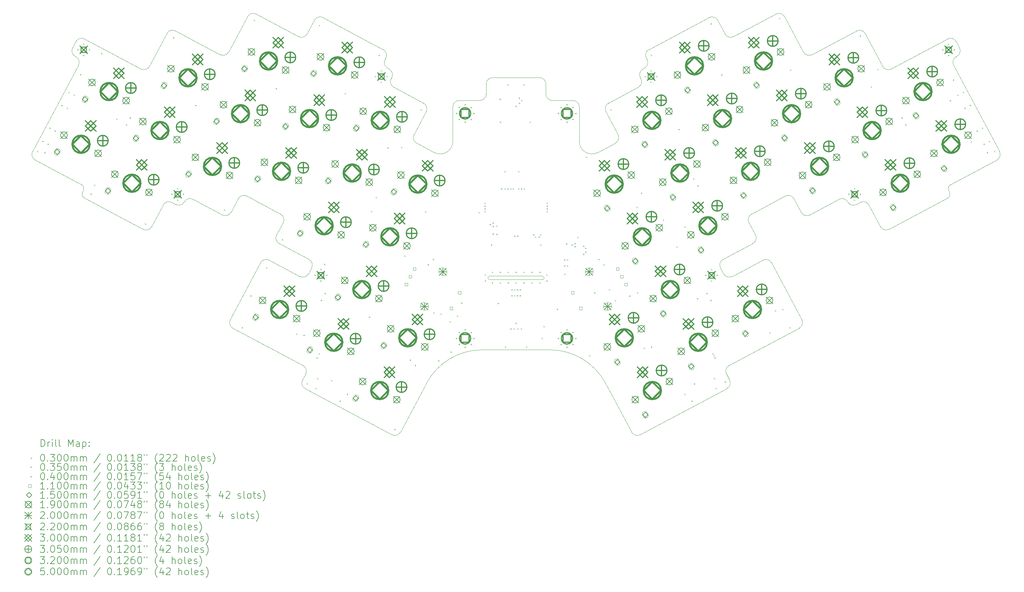
<source format=gbr>
%TF.GenerationSoftware,KiCad,Pcbnew,9.0.2*%
%TF.CreationDate,2025-06-13T18:26:37+01:00*%
%TF.ProjectId,____,e4e8e4e8-2e6b-4696-9361-645f70636258,2.0*%
%TF.SameCoordinates,Original*%
%TF.FileFunction,Drillmap*%
%TF.FilePolarity,Positive*%
%FSLAX45Y45*%
G04 Gerber Fmt 4.5, Leading zero omitted, Abs format (unit mm)*
G04 Created by KiCad (PCBNEW 9.0.2) date 2025-06-13 18:26:37*
%MOMM*%
%LPD*%
G01*
G04 APERTURE LIST*
%ADD10C,0.050000*%
%ADD11C,0.200000*%
%ADD12C,0.100000*%
%ADD13C,0.110000*%
%ADD14C,0.150000*%
%ADD15C,0.190000*%
%ADD16C,0.220000*%
%ADD17C,0.300000*%
%ADD18C,0.305000*%
%ADD19C,0.320000*%
%ADD20C,0.500000*%
G04 APERTURE END LIST*
D10*
X22665636Y-8946644D02*
G75*
G02*
X22909069Y-9021071I84504J-158926D01*
G01*
X24684740Y-9186847D02*
X24799573Y-9125852D01*
X8296778Y-9458366D02*
G75*
G02*
X8371207Y-9701803I-84508J-158934D01*
G01*
X8296778Y-9458366D02*
X7334364Y-8946644D01*
X9261210Y-3938225D02*
G75*
G02*
X9504645Y-3863800I158930J-84505D01*
G01*
X25679639Y-5328112D02*
G75*
G02*
X25436206Y-5253685I-84500J158942D01*
G01*
X21078970Y-14184611D02*
X20989772Y-14016852D01*
X27337558Y-8829625D02*
G75*
G02*
X27283807Y-9005442I-114778J-61035D01*
G01*
X23423684Y-4919374D02*
G75*
G02*
X23180248Y-4844949I-84505J158934D01*
G01*
X18782434Y-4774568D02*
X20495355Y-3863799D01*
X6940320Y-12712420D02*
G75*
G02*
X6865894Y-12468984I84500J158930D01*
G01*
X8183416Y-10054980D02*
X8371204Y-9701802D01*
X4563795Y-5253686D02*
X5061436Y-4317761D01*
X15850000Y-5755000D02*
X15850000Y-6045000D01*
X11217566Y-4774568D02*
G75*
G02*
X11291993Y-5018004I-84506J-158932D01*
G01*
X21152734Y-11234728D02*
G75*
G02*
X20909300Y-11160300I-84504J158928D01*
G01*
X18532289Y-15742567D02*
X21004542Y-14428046D01*
X18532289Y-15742567D02*
G75*
G02*
X18288862Y-15668136I-84499J158927D01*
G01*
X16620000Y-6225000D02*
G75*
G02*
X16800000Y-6405000I0J-180000D01*
G01*
X17329008Y-7706886D02*
G75*
G02*
X16799997Y-7389024I-169008J317866D01*
G01*
X18555759Y-5604979D02*
G75*
G02*
X18481334Y-5848416I-158949J-84501D01*
G01*
X14150000Y-6045000D02*
G75*
G02*
X13970000Y-6225000I-180000J0D01*
G01*
X12440736Y-6542533D02*
X12093342Y-7195886D01*
X22270290Y-10844385D02*
X23134106Y-12468986D01*
X9105473Y-10749105D02*
G75*
G02*
X9179897Y-10992538I-84493J-158925D01*
G01*
X8995458Y-14428044D02*
G75*
G02*
X8921030Y-14184609I84512J158934D01*
G01*
X17906658Y-7195886D02*
G75*
G02*
X17832230Y-7439320I-158928J-84504D01*
G01*
X21816584Y-10054980D02*
G75*
G02*
X21742157Y-10298415I-158944J-84500D01*
G01*
X21152734Y-11234728D02*
X22026855Y-10769956D01*
X17635123Y-6298349D02*
X18481333Y-5848415D01*
X21703222Y-9458366D02*
X22665636Y-8946644D01*
X1311874Y-7918986D02*
G75*
G02*
X1237446Y-7675549I84516J158936D01*
G01*
X7090929Y-9021070D02*
G75*
G02*
X7334365Y-8946642I158931J-84500D01*
G01*
X7354948Y-3838388D02*
X6819751Y-4844948D01*
X12364887Y-6298354D02*
X11518667Y-5848415D01*
X20820100Y-10992540D02*
G75*
G02*
X20894530Y-10749110I158930J84500D01*
G01*
X2468135Y-4977519D02*
G75*
G02*
X2542562Y-5220954I-84505J-158931D01*
G01*
X8847266Y-11234728D02*
X7973145Y-10769956D01*
X25679639Y-5328112D02*
X27286606Y-4473676D01*
X13200000Y-7389024D02*
G75*
G02*
X12670994Y-7706883I-360000J4D01*
G01*
X11342945Y-5305587D02*
X11387092Y-5329060D01*
X6640926Y-9483993D02*
X5802126Y-9037995D01*
X12670992Y-7706886D02*
X12167769Y-7439322D01*
X21064199Y-13773438D02*
X23059680Y-12712422D01*
X20894527Y-10749105D02*
X21742158Y-10298416D01*
X25371597Y-9818310D02*
X25043000Y-9200278D01*
X15000000Y-5575000D02*
X15670000Y-5575000D01*
X13200000Y-6405000D02*
G75*
G02*
X13380000Y-6225000I180000J0D01*
G01*
X27623935Y-4724689D02*
G75*
G02*
X27549507Y-4968121I-158935J-84501D01*
G01*
X12449245Y-14279959D02*
G75*
G02*
X14038555Y-13325000I1589310J-845041D01*
G01*
X15670000Y-5575000D02*
G75*
G02*
X15850000Y-5755000I0J-180000D01*
G01*
X6819751Y-4844948D02*
G75*
G02*
X6576316Y-4919373I-158931J84508D01*
G01*
X7729710Y-10844383D02*
G75*
G02*
X7973144Y-10769958I158930J-84508D01*
G01*
X2716194Y-9005440D02*
G75*
G02*
X2662439Y-8829624I61046J114790D01*
G01*
X27286606Y-4473676D02*
G75*
G02*
X27530042Y-4548102I84504J-158934D01*
G01*
X24197874Y-9037995D02*
G75*
G02*
X24441304Y-9112424I84496J-158945D01*
G01*
X17559264Y-6542533D02*
X17906658Y-7195886D01*
X8935801Y-13773435D02*
X6940320Y-12712420D01*
X23115639Y-9409567D02*
X22909071Y-9021070D01*
X27318780Y-8794308D02*
G75*
G02*
X27372535Y-8618498I114780J61028D01*
G01*
X24695129Y-4243335D02*
G75*
G02*
X24938561Y-4317762I84501J-158935D01*
G01*
X25436207Y-5253686D02*
X24938564Y-4317761D01*
X7729710Y-10844383D02*
X6865894Y-12468984D01*
X14150000Y-5755000D02*
G75*
G02*
X14330000Y-5575000I180000J0D01*
G01*
X5558691Y-9112421D02*
G75*
G02*
X5802122Y-9038003I158929J-84519D01*
G01*
X20738790Y-3938225D02*
X20948542Y-4332710D01*
X18538482Y-5572487D02*
X18555759Y-5604979D01*
X2469946Y-4548102D02*
G75*
G02*
X2713383Y-4473674I158934J-84508D01*
G01*
X18731481Y-5062151D02*
G75*
G02*
X18657053Y-5305583I-158941J-84499D01*
G01*
X21816584Y-10054980D02*
X21628796Y-9701802D01*
X1237435Y-7675550D02*
X2542561Y-5220954D01*
X5315260Y-9186847D02*
X5200427Y-9125852D01*
X18708007Y-5018004D02*
G75*
G02*
X18782434Y-4774569I158933J84504D01*
G01*
X11711145Y-15668140D02*
G75*
G02*
X11467712Y-15742565I-158926J84490D01*
G01*
X15750000Y-11225000D02*
G75*
G02*
X15800000Y-11275000I0J-50000D01*
G01*
X2627468Y-8618494D02*
G75*
G02*
X2681217Y-8794306I-61018J-114776D01*
G01*
X7354948Y-3838388D02*
G75*
G02*
X7598385Y-3763960I158932J-84502D01*
G01*
X12167769Y-7439322D02*
G75*
G02*
X12093340Y-7195885I84501J158932D01*
G01*
X22401616Y-3763962D02*
G75*
G02*
X22645049Y-3838389I84504J-158928D01*
G01*
X5558691Y-9112421D02*
G75*
G02*
X5315257Y-9186846I-158931J84511D01*
G01*
X9105473Y-10749105D02*
X8257842Y-10298416D01*
X14150000Y-5755000D02*
X14150000Y-6045000D01*
X18288855Y-15668140D02*
X17550755Y-14279959D01*
X15000000Y-5575000D02*
X14330000Y-5575000D01*
X9090701Y-11160301D02*
G75*
G02*
X8847265Y-11234729I-158931J84501D01*
G01*
X14250000Y-11325000D02*
G75*
G02*
X14200000Y-11275000I0J50000D01*
G01*
X11217566Y-4774568D02*
X9504645Y-3863799D01*
X21191978Y-4407138D02*
X22401616Y-3763962D01*
X11342945Y-5305587D02*
G75*
G02*
X11268515Y-5062149I84515J158937D01*
G01*
X9261210Y-3938225D02*
X9051458Y-4332713D01*
X16030000Y-6225000D02*
G75*
G02*
X15850000Y-6045000I0J180000D01*
G01*
X18538482Y-5572496D02*
G75*
G02*
X18612910Y-5329065I158948J84496D01*
G01*
X16800000Y-7389024D02*
X16800000Y-6405000D01*
X27623935Y-4724689D02*
X27530041Y-4548100D01*
X16620000Y-6225000D02*
X16030000Y-6225000D01*
X13200000Y-7389024D02*
X13200000Y-6405000D01*
X8935801Y-13773414D02*
G75*
G02*
X9010223Y-14016847I-84501J-158926D01*
G01*
X20989772Y-14016852D02*
G75*
G02*
X21064201Y-13773420I158928J84502D01*
G01*
X14250331Y-11325729D02*
X15749636Y-11325729D01*
X22026855Y-10769956D02*
G75*
G02*
X22270289Y-10844383I84506J-158924D01*
G01*
X2376052Y-4724689D02*
X2469946Y-4548100D01*
X2450478Y-4968120D02*
X2468137Y-4977519D01*
X4320347Y-5328112D02*
X2713381Y-4473676D01*
X28762552Y-7675550D02*
X27457425Y-5220954D01*
X25615032Y-9892736D02*
X27283806Y-9005440D01*
X11291993Y-5018004D02*
X11268519Y-5062151D01*
X6884361Y-9409567D02*
X7090929Y-9021070D01*
X8921030Y-14184609D02*
X9010228Y-14016850D01*
X8257842Y-10298416D02*
G75*
G02*
X8183420Y-10054982I84498J158926D01*
G01*
X27318780Y-8794308D02*
X27337558Y-8829625D01*
X23359074Y-9483993D02*
X24197874Y-9037995D01*
X9051458Y-4332713D02*
G75*
G02*
X8808024Y-4407136I-158928J84503D01*
G01*
X13380000Y-6225000D02*
X13970000Y-6225000D01*
X18657055Y-5305587D02*
X18612908Y-5329060D01*
X2627468Y-8618494D02*
X1311874Y-7918986D01*
X4628403Y-9818310D02*
G75*
G02*
X4384968Y-9892737I-158933J84510D01*
G01*
X4628403Y-9818310D02*
X4957000Y-9200278D01*
X21078970Y-14184611D02*
G75*
G02*
X21004545Y-14428052I-158930J-84509D01*
G01*
X11467711Y-15742565D02*
X8995458Y-14428044D01*
X18708007Y-5018004D02*
X18731481Y-5062151D01*
X11387092Y-5329060D02*
G75*
G02*
X11461514Y-5572494I-84512J-158930D01*
G01*
X20495355Y-3863799D02*
G75*
G02*
X20738791Y-3938225I84505J-158931D01*
G01*
X24684744Y-9186847D02*
G75*
G02*
X24441304Y-9112424I-84504J158947D01*
G01*
X24799565Y-9125852D02*
G75*
G02*
X25042995Y-9200281I84495J-158948D01*
G01*
X23423684Y-4919374D02*
X24695129Y-4243335D01*
X5061436Y-4317761D02*
G75*
G02*
X5304875Y-4243328I158935J-84500D01*
G01*
X12365363Y-6298602D02*
G75*
G02*
X12440736Y-6542533I-83553J-159428D01*
G01*
X6884361Y-9409567D02*
G75*
G02*
X6640926Y-9483993I-158931J84507D01*
G01*
X21628796Y-9701802D02*
G75*
G02*
X21703221Y-9458365I158944J84502D01*
G01*
X17559264Y-6542533D02*
G75*
G02*
X17634637Y-6298602I158926J84503D01*
G01*
X8808022Y-4407138D02*
X7598384Y-3763962D01*
X27372532Y-8618494D02*
X28688126Y-7918986D01*
X14200000Y-11275000D02*
G75*
G02*
X14250696Y-11224995I50010J0D01*
G01*
X15961445Y-13325000D02*
G75*
G02*
X17550755Y-14279959I0J-1800000D01*
G01*
X21191978Y-4407138D02*
G75*
G02*
X20948543Y-4332712I-84508J158918D01*
G01*
X27549508Y-4968120D02*
X27531850Y-4977519D01*
X4563795Y-5253686D02*
G75*
G02*
X4320362Y-5328109I-158925J84496D01*
G01*
X11461518Y-5572487D02*
X11444241Y-5604979D01*
X2681220Y-8794308D02*
X2662442Y-8829625D01*
X4384968Y-9892736D02*
X2716194Y-9005440D01*
X11518667Y-5848415D02*
G75*
G02*
X11444240Y-5604978I84513J158935D01*
G01*
X27457425Y-5220954D02*
G75*
G02*
X27531851Y-4977518I158935J84504D01*
G01*
X2450478Y-4968124D02*
G75*
G02*
X2376047Y-4724686I84502J158934D01*
G01*
X25615032Y-9892736D02*
G75*
G02*
X25371598Y-9818309I-84502J158936D01*
G01*
X15961445Y-13325000D02*
X14038555Y-13325000D01*
X22645000Y-3838296D02*
X23180249Y-4844948D01*
X6576315Y-4919374D02*
X5304871Y-4243335D01*
X17329008Y-7706886D02*
X17832231Y-7439322D01*
X20909299Y-11160301D02*
X20820100Y-10992540D01*
X23134106Y-12468986D02*
G75*
G02*
X23059678Y-12712419I-158926J-84504D01*
G01*
X4957000Y-9200278D02*
G75*
G02*
X5200433Y-9125855I158930J-84512D01*
G01*
X23359074Y-9483993D02*
G75*
G02*
X23115639Y-9409567I-84504J158933D01*
G01*
X14250696Y-11225000D02*
X15750000Y-11225000D01*
X28762552Y-7675550D02*
G75*
G02*
X28688127Y-7918989I-158922J-84510D01*
G01*
X15800000Y-11275733D02*
G75*
G02*
X15750000Y-11325730I-49990J-7D01*
G01*
X9090701Y-11160301D02*
X9179900Y-10992540D01*
X11711145Y-15668140D02*
X12449245Y-14279959D01*
D11*
D12*
X1362106Y-7656933D02*
X1392106Y-7686933D01*
X1392106Y-7656933D02*
X1362106Y-7686933D01*
X1512255Y-7375711D02*
X1542255Y-7405711D01*
X1542255Y-7375711D02*
X1512255Y-7405711D01*
X1569211Y-7693436D02*
X1599211Y-7723436D01*
X1599211Y-7693436D02*
X1569211Y-7723436D01*
X1662309Y-7455609D02*
X1692309Y-7485609D01*
X1692309Y-7455609D02*
X1662309Y-7485609D01*
X1711734Y-7000546D02*
X1741734Y-7030546D01*
X1741734Y-7000546D02*
X1711734Y-7030546D01*
X1861835Y-7080357D02*
X1891835Y-7110357D01*
X1891835Y-7080357D02*
X1861835Y-7110357D01*
X2056795Y-6351580D02*
X2086795Y-6381580D01*
X2086795Y-6351580D02*
X2056795Y-6381580D01*
X2206896Y-6431390D02*
X2236896Y-6461390D01*
X2236896Y-6431390D02*
X2206896Y-6461390D01*
X2256321Y-5976327D02*
X2286321Y-6006327D01*
X2286321Y-5976327D02*
X2256321Y-6006327D01*
X2406422Y-6056137D02*
X2436422Y-6086137D01*
X2436422Y-6056137D02*
X2406422Y-6086137D01*
X2510000Y-4765000D02*
X2540000Y-4795000D01*
X2540000Y-4765000D02*
X2510000Y-4795000D01*
X2585000Y-5475000D02*
X2615000Y-5505000D01*
X2615000Y-5475000D02*
X2585000Y-5505000D01*
X2675000Y-4600000D02*
X2705000Y-4630000D01*
X2705000Y-4600000D02*
X2675000Y-4630000D01*
X2675000Y-4930000D02*
X2705000Y-4960000D01*
X2705000Y-4930000D02*
X2675000Y-4960000D01*
X2840000Y-4765000D02*
X2870000Y-4795000D01*
X2870000Y-4765000D02*
X2840000Y-4795000D01*
X2885000Y-8875000D02*
X2915000Y-8905000D01*
X2915000Y-8875000D02*
X2885000Y-8905000D01*
X2985000Y-8625000D02*
X3015000Y-8655000D01*
X3015000Y-8625000D02*
X2985000Y-8655000D01*
X3185000Y-4875000D02*
X3215000Y-4905000D01*
X3215000Y-4875000D02*
X3185000Y-4905000D01*
X3617163Y-6741955D02*
X3647163Y-6771955D01*
X3647163Y-6741955D02*
X3617163Y-6771955D01*
X4435000Y-9725000D02*
X4465000Y-9755000D01*
X4465000Y-9725000D02*
X4435000Y-9755000D01*
X5185000Y-8880000D02*
X5215000Y-8910000D01*
X5215000Y-8880000D02*
X5185000Y-8910000D01*
X5235000Y-4425000D02*
X5265000Y-4455000D01*
X5265000Y-4425000D02*
X5235000Y-4455000D01*
X5350000Y-8715000D02*
X5380000Y-8745000D01*
X5380000Y-8715000D02*
X5350000Y-8745000D01*
X5350000Y-9045000D02*
X5380000Y-9075000D01*
X5380000Y-9045000D02*
X5350000Y-9075000D01*
X5515000Y-8880000D02*
X5545000Y-8910000D01*
X5545000Y-8880000D02*
X5515000Y-8910000D01*
X5863728Y-6350877D02*
X5893728Y-6380877D01*
X5893728Y-6350877D02*
X5863728Y-6380877D01*
X6685000Y-9325000D02*
X6715000Y-9355000D01*
X6715000Y-9325000D02*
X6685000Y-9355000D01*
X7189073Y-12677854D02*
X7219073Y-12707854D01*
X7219073Y-12677854D02*
X7189073Y-12707854D01*
X7435000Y-11775000D02*
X7465000Y-11805000D01*
X7465000Y-11775000D02*
X7435000Y-11805000D01*
X7535000Y-3925000D02*
X7565000Y-3955000D01*
X7565000Y-3925000D02*
X7535000Y-3955000D01*
X7885000Y-10975000D02*
X7915000Y-11005000D01*
X7915000Y-10975000D02*
X7885000Y-11005000D01*
X8157241Y-5871505D02*
X8187241Y-5901505D01*
X8187241Y-5871505D02*
X8157241Y-5901505D01*
X8335000Y-10175000D02*
X8365000Y-10205000D01*
X8365000Y-10175000D02*
X8335000Y-10205000D01*
X8741190Y-12860444D02*
X8771190Y-12890444D01*
X8771190Y-12860444D02*
X8741190Y-12890444D01*
X8948295Y-12896947D02*
X8978295Y-12926947D01*
X8978295Y-12896947D02*
X8948295Y-12926947D01*
X9035000Y-14275000D02*
X9065000Y-14305000D01*
X9065000Y-14275000D02*
X9035000Y-14305000D01*
X9260000Y-11185000D02*
X9290000Y-11215000D01*
X9290000Y-11185000D02*
X9260000Y-11215000D01*
X9287367Y-14406155D02*
X9317367Y-14436155D01*
X9317367Y-14406155D02*
X9287367Y-14436155D01*
X9320604Y-13537792D02*
X9350604Y-13567792D01*
X9350604Y-13537792D02*
X9320604Y-13567792D01*
X9339074Y-14127854D02*
X9369074Y-14157854D01*
X9369074Y-14127854D02*
X9339074Y-14157854D01*
X9381636Y-13423009D02*
X9411636Y-13453009D01*
X9411636Y-13423009D02*
X9381636Y-13453009D01*
X9385000Y-4075000D02*
X9415000Y-4105000D01*
X9415000Y-4075000D02*
X9385000Y-4105000D01*
X9425000Y-11020000D02*
X9455000Y-11050000D01*
X9455000Y-11020000D02*
X9425000Y-11050000D01*
X9425000Y-11350000D02*
X9455000Y-11380000D01*
X9455000Y-11350000D02*
X9425000Y-11380000D01*
X9535000Y-10875000D02*
X9565000Y-10905000D01*
X9565000Y-10875000D02*
X9535000Y-10905000D01*
X9590000Y-11185000D02*
X9620000Y-11215000D01*
X9620000Y-11185000D02*
X9590000Y-11215000D01*
X9733557Y-14184708D02*
X9763557Y-14214708D01*
X9763557Y-14184708D02*
X9733557Y-14214708D01*
X9976066Y-14772342D02*
X10006066Y-14802342D01*
X10006066Y-14772342D02*
X9976066Y-14802342D01*
X10122124Y-6010196D02*
X10152124Y-6040196D01*
X10152124Y-6010196D02*
X10122124Y-6040196D01*
X10177874Y-14573852D02*
X10207874Y-14603852D01*
X10207874Y-14573852D02*
X10177874Y-14603852D01*
X10812560Y-12379908D02*
X10842560Y-12409908D01*
X10842560Y-12379908D02*
X10812560Y-12409908D01*
X10870000Y-9370000D02*
X10900000Y-9400000D01*
X10900000Y-9370000D02*
X10870000Y-9400000D01*
X10980000Y-5525000D02*
X11010000Y-5555000D01*
X11010000Y-5525000D02*
X10980000Y-5555000D01*
X11005492Y-8970000D02*
X11035492Y-9000000D01*
X11035492Y-8970000D02*
X11005492Y-9000000D01*
X11085000Y-4925000D02*
X11115000Y-4955000D01*
X11115000Y-4925000D02*
X11085000Y-4955000D01*
X11145000Y-5360000D02*
X11175000Y-5390000D01*
X11175000Y-5360000D02*
X11145000Y-5390000D01*
X11145000Y-5690000D02*
X11175000Y-5720000D01*
X11175000Y-5690000D02*
X11145000Y-5720000D01*
X11310000Y-5525000D02*
X11340000Y-5555000D01*
X11340000Y-5525000D02*
X11310000Y-5555000D01*
X11335852Y-7561603D02*
X11365852Y-7591603D01*
X11365852Y-7561603D02*
X11335852Y-7591603D01*
X11535000Y-15575000D02*
X11565000Y-15605000D01*
X11565000Y-15575000D02*
X11535000Y-15605000D01*
X11730000Y-7545000D02*
X11760000Y-7575000D01*
X11760000Y-7545000D02*
X11730000Y-7575000D01*
X11820000Y-10640000D02*
X11850000Y-10670000D01*
X11850000Y-10640000D02*
X11820000Y-10670000D01*
X11974109Y-13603439D02*
X12004109Y-13633439D01*
X12004109Y-13603439D02*
X11974109Y-13633439D01*
X12120183Y-13754725D02*
X12150183Y-13784725D01*
X12150183Y-13754725D02*
X12120183Y-13784725D01*
X12285000Y-6475000D02*
X12315000Y-6505000D01*
X12315000Y-6475000D02*
X12285000Y-6505000D01*
X12408740Y-9377894D02*
X12438740Y-9407894D01*
X12438740Y-9377894D02*
X12408740Y-9407894D01*
X12480661Y-10882779D02*
X12510661Y-10912779D01*
X12510661Y-10882779D02*
X12480661Y-10912779D01*
X12631947Y-10736705D02*
X12661947Y-10766705D01*
X12661947Y-10736705D02*
X12631947Y-10766705D01*
X12641705Y-12253053D02*
X12671705Y-12283053D01*
X12671705Y-12253053D02*
X12641705Y-12283053D01*
X12785000Y-13625000D02*
X12815000Y-13655000D01*
X12815000Y-13625000D02*
X12785000Y-13655000D01*
X12848810Y-12289556D02*
X12878810Y-12319556D01*
X12878810Y-12289556D02*
X12848810Y-12319556D01*
X13105000Y-12510000D02*
X13135000Y-12540000D01*
X13135000Y-12510000D02*
X13105000Y-12540000D01*
X13135000Y-13375000D02*
X13165000Y-13405000D01*
X13165000Y-13375000D02*
X13135000Y-13405000D01*
X13315000Y-12350000D02*
X13345000Y-12380000D01*
X13345000Y-12350000D02*
X13315000Y-12380000D01*
X13437500Y-11975000D02*
X13467500Y-12005000D01*
X13467500Y-11975000D02*
X13437500Y-12005000D01*
X13935000Y-9405000D02*
X13965000Y-9435000D01*
X13965000Y-9405000D02*
X13935000Y-9435000D01*
X14100000Y-9135000D02*
X14130000Y-9165000D01*
X14130000Y-9135000D02*
X14100000Y-9165000D01*
X14100000Y-9215000D02*
X14130000Y-9245000D01*
X14130000Y-9215000D02*
X14100000Y-9245000D01*
X14100000Y-9295000D02*
X14130000Y-9325000D01*
X14130000Y-9295000D02*
X14100000Y-9325000D01*
X14100000Y-9375000D02*
X14130000Y-9405000D01*
X14130000Y-9375000D02*
X14100000Y-9405000D01*
X14110000Y-11175000D02*
X14140000Y-11205000D01*
X14140000Y-11175000D02*
X14110000Y-11205000D01*
X14110000Y-11350000D02*
X14140000Y-11380000D01*
X14140000Y-11350000D02*
X14110000Y-11380000D01*
X14285000Y-10325000D02*
X14315000Y-10355000D01*
X14315000Y-10325000D02*
X14285000Y-10355000D01*
X14310000Y-11100000D02*
X14340000Y-11130000D01*
X14340000Y-11100000D02*
X14310000Y-11130000D01*
X14310000Y-11400000D02*
X14340000Y-11430000D01*
X14340000Y-11400000D02*
X14310000Y-11430000D01*
X14435000Y-9785000D02*
X14465000Y-9815000D01*
X14465000Y-9785000D02*
X14435000Y-9815000D01*
X14440000Y-10020000D02*
X14470000Y-10050000D01*
X14470000Y-10020000D02*
X14440000Y-10050000D01*
X14477500Y-11990000D02*
X14507500Y-12020000D01*
X14507500Y-11990000D02*
X14477500Y-12020000D01*
X14535000Y-6825000D02*
X14565000Y-6855000D01*
X14565000Y-6825000D02*
X14535000Y-6855000D01*
X14535000Y-11100000D02*
X14565000Y-11130000D01*
X14565000Y-11100000D02*
X14535000Y-11130000D01*
X14535000Y-11400000D02*
X14565000Y-11430000D01*
X14565000Y-11400000D02*
X14535000Y-11430000D01*
X14575000Y-8725000D02*
X14605000Y-8755000D01*
X14605000Y-8725000D02*
X14575000Y-8755000D01*
X14670000Y-8235000D02*
X14700000Y-8265000D01*
X14700000Y-8235000D02*
X14670000Y-8265000D01*
X14670000Y-8725000D02*
X14700000Y-8755000D01*
X14700000Y-8725000D02*
X14670000Y-8755000D01*
X14685000Y-13225000D02*
X14715000Y-13255000D01*
X14715000Y-13225000D02*
X14685000Y-13255000D01*
X14750000Y-8725000D02*
X14780000Y-8755000D01*
X14780000Y-8725000D02*
X14750000Y-8755000D01*
X14755000Y-5760000D02*
X14785000Y-5790000D01*
X14785000Y-5760000D02*
X14755000Y-5790000D01*
X14760000Y-11100000D02*
X14790000Y-11130000D01*
X14790000Y-11100000D02*
X14760000Y-11130000D01*
X14760000Y-11400000D02*
X14790000Y-11430000D01*
X14790000Y-11400000D02*
X14760000Y-11430000D01*
X14830000Y-8725000D02*
X14860000Y-8755000D01*
X14860000Y-8725000D02*
X14830000Y-8755000D01*
X14835000Y-12715000D02*
X14865000Y-12745000D01*
X14865000Y-12715000D02*
X14835000Y-12745000D01*
X14865000Y-11600000D02*
X14895000Y-11630000D01*
X14895000Y-11600000D02*
X14865000Y-11630000D01*
X14865000Y-11770000D02*
X14895000Y-11800000D01*
X14895000Y-11770000D02*
X14865000Y-11800000D01*
X14910000Y-8725000D02*
X14940000Y-8755000D01*
X14940000Y-8725000D02*
X14910000Y-8755000D01*
X14935000Y-12715000D02*
X14965000Y-12745000D01*
X14965000Y-12715000D02*
X14935000Y-12745000D01*
X14945000Y-10070000D02*
X14975000Y-10100000D01*
X14975000Y-10070000D02*
X14945000Y-10100000D01*
X14945000Y-11600000D02*
X14975000Y-11630000D01*
X14975000Y-11600000D02*
X14945000Y-11630000D01*
X14945000Y-11770000D02*
X14975000Y-11800000D01*
X14975000Y-11770000D02*
X14945000Y-11800000D01*
X14985000Y-11100000D02*
X15015000Y-11130000D01*
X15015000Y-11100000D02*
X14985000Y-11130000D01*
X14985000Y-11400000D02*
X15015000Y-11430000D01*
X15015000Y-11400000D02*
X14985000Y-11430000D01*
X15025000Y-11600000D02*
X15055000Y-11630000D01*
X15055000Y-11600000D02*
X15025000Y-11630000D01*
X15025000Y-11770000D02*
X15055000Y-11800000D01*
X15055000Y-11770000D02*
X15025000Y-11800000D01*
X15030000Y-10070000D02*
X15060000Y-10100000D01*
X15060000Y-10070000D02*
X15030000Y-10100000D01*
X15035000Y-12715000D02*
X15065000Y-12745000D01*
X15065000Y-12715000D02*
X15035000Y-12745000D01*
X15060000Y-8235000D02*
X15090000Y-8265000D01*
X15090000Y-8235000D02*
X15060000Y-8265000D01*
X15060000Y-8725000D02*
X15090000Y-8755000D01*
X15090000Y-8725000D02*
X15060000Y-8755000D01*
X15105000Y-11600000D02*
X15135000Y-11630000D01*
X15135000Y-11600000D02*
X15105000Y-11630000D01*
X15105000Y-11770000D02*
X15135000Y-11800000D01*
X15135000Y-11770000D02*
X15105000Y-11800000D01*
X15135000Y-12715000D02*
X15165000Y-12745000D01*
X15165000Y-12715000D02*
X15135000Y-12745000D01*
X15140000Y-8725000D02*
X15170000Y-8755000D01*
X15170000Y-8725000D02*
X15140000Y-8755000D01*
X15210000Y-11100000D02*
X15240000Y-11130000D01*
X15240000Y-11100000D02*
X15210000Y-11130000D01*
X15210000Y-11400000D02*
X15240000Y-11430000D01*
X15240000Y-11400000D02*
X15210000Y-11430000D01*
X15215000Y-5760000D02*
X15245000Y-5790000D01*
X15245000Y-5760000D02*
X15215000Y-5790000D01*
X15220000Y-8725000D02*
X15250000Y-8755000D01*
X15250000Y-8725000D02*
X15220000Y-8755000D01*
X15285000Y-13225000D02*
X15315000Y-13255000D01*
X15315000Y-13225000D02*
X15285000Y-13255000D01*
X15385000Y-6825000D02*
X15415000Y-6855000D01*
X15415000Y-6825000D02*
X15385000Y-6855000D01*
X15435000Y-11100000D02*
X15465000Y-11130000D01*
X15465000Y-11100000D02*
X15435000Y-11130000D01*
X15435000Y-11400000D02*
X15465000Y-11430000D01*
X15465000Y-11400000D02*
X15435000Y-11430000D01*
X15490000Y-10040000D02*
X15520000Y-10070000D01*
X15520000Y-10040000D02*
X15490000Y-10070000D01*
X15540000Y-10100000D02*
X15570000Y-10130000D01*
X15570000Y-10100000D02*
X15540000Y-10130000D01*
X15635000Y-10100000D02*
X15665000Y-10130000D01*
X15665000Y-10100000D02*
X15635000Y-10130000D01*
X15660000Y-11100000D02*
X15690000Y-11130000D01*
X15690000Y-11100000D02*
X15660000Y-11130000D01*
X15660000Y-11400000D02*
X15690000Y-11430000D01*
X15690000Y-11400000D02*
X15660000Y-11430000D01*
X15680000Y-10040000D02*
X15710000Y-10070000D01*
X15710000Y-10040000D02*
X15680000Y-10070000D01*
X15685000Y-10325000D02*
X15715000Y-10355000D01*
X15715000Y-10325000D02*
X15685000Y-10355000D01*
X15727500Y-12985000D02*
X15757500Y-13015000D01*
X15757500Y-12985000D02*
X15727500Y-13015000D01*
X15782500Y-12645000D02*
X15812500Y-12675000D01*
X15812500Y-12645000D02*
X15782500Y-12675000D01*
X15860000Y-11175000D02*
X15890000Y-11205000D01*
X15890000Y-11175000D02*
X15860000Y-11205000D01*
X15860000Y-11350000D02*
X15890000Y-11380000D01*
X15890000Y-11350000D02*
X15860000Y-11380000D01*
X15870000Y-9135000D02*
X15900000Y-9165000D01*
X15900000Y-9135000D02*
X15870000Y-9165000D01*
X15870000Y-9215000D02*
X15900000Y-9245000D01*
X15900000Y-9215000D02*
X15870000Y-9245000D01*
X15870000Y-9295000D02*
X15900000Y-9325000D01*
X15900000Y-9295000D02*
X15870000Y-9325000D01*
X15870000Y-9375000D02*
X15900000Y-9405000D01*
X15900000Y-9375000D02*
X15870000Y-9405000D01*
X16157500Y-12155000D02*
X16187500Y-12185000D01*
X16187500Y-12155000D02*
X16157500Y-12185000D01*
X16370000Y-10750000D02*
X16400000Y-10780000D01*
X16400000Y-10750000D02*
X16370000Y-10780000D01*
X16370000Y-10920000D02*
X16400000Y-10950000D01*
X16400000Y-10920000D02*
X16370000Y-10950000D01*
X16375000Y-11155000D02*
X16405000Y-11185000D01*
X16405000Y-11155000D02*
X16375000Y-11185000D01*
X16425000Y-10295000D02*
X16455000Y-10325000D01*
X16455000Y-10295000D02*
X16425000Y-10325000D01*
X16450000Y-10750000D02*
X16480000Y-10780000D01*
X16480000Y-10750000D02*
X16450000Y-10780000D01*
X16450000Y-10920000D02*
X16480000Y-10950000D01*
X16480000Y-10920000D02*
X16450000Y-10950000D01*
X16745000Y-10105000D02*
X16775000Y-10135000D01*
X16775000Y-10105000D02*
X16745000Y-10135000D01*
X16985000Y-7825000D02*
X17015000Y-7855000D01*
X17015000Y-7825000D02*
X16985000Y-7855000D01*
X17085000Y-13475000D02*
X17115000Y-13505000D01*
X17115000Y-13475000D02*
X17085000Y-13505000D01*
X17222500Y-11687500D02*
X17252500Y-11717500D01*
X17252500Y-11687500D02*
X17222500Y-11717500D01*
X17338053Y-10736705D02*
X17368053Y-10766705D01*
X17368053Y-10736705D02*
X17338053Y-10766705D01*
X17489339Y-10882779D02*
X17519339Y-10912779D01*
X17519339Y-10882779D02*
X17489339Y-10912779D01*
X17642500Y-11595000D02*
X17672500Y-11625000D01*
X17672500Y-11595000D02*
X17642500Y-11625000D01*
X17685000Y-6475000D02*
X17715000Y-6505000D01*
X17715000Y-6475000D02*
X17685000Y-6505000D01*
X17812500Y-11907500D02*
X17842500Y-11937500D01*
X17842500Y-11907500D02*
X17812500Y-11937500D01*
X18218295Y-11778053D02*
X18248295Y-11808053D01*
X18248295Y-11778053D02*
X18218295Y-11808053D01*
X18430000Y-9250000D02*
X18460000Y-9280000D01*
X18460000Y-9250000D02*
X18430000Y-9280000D01*
X18445000Y-11685000D02*
X18475000Y-11715000D01*
X18475000Y-11685000D02*
X18445000Y-11715000D01*
X18552113Y-8851065D02*
X18582113Y-8881065D01*
X18582113Y-8851065D02*
X18552113Y-8881065D01*
X18633567Y-13264373D02*
X18663567Y-13294373D01*
X18663567Y-13264373D02*
X18633567Y-13294373D01*
X18660000Y-5525000D02*
X18690000Y-5555000D01*
X18690000Y-5525000D02*
X18660000Y-5555000D01*
X18825000Y-5360000D02*
X18855000Y-5390000D01*
X18855000Y-5360000D02*
X18825000Y-5390000D01*
X18825000Y-5690000D02*
X18855000Y-5720000D01*
X18855000Y-5690000D02*
X18825000Y-5720000D01*
X18835000Y-4925000D02*
X18865000Y-4955000D01*
X18865000Y-4925000D02*
X18835000Y-4955000D01*
X18840672Y-13227870D02*
X18870672Y-13257870D01*
X18870672Y-13227870D02*
X18840672Y-13257870D01*
X18990000Y-5525000D02*
X19020000Y-5555000D01*
X19020000Y-5525000D02*
X18990000Y-5555000D01*
X19180000Y-9610000D02*
X19210000Y-9640000D01*
X19210000Y-9610000D02*
X19180000Y-9640000D01*
X19570000Y-10380000D02*
X19600000Y-10410000D01*
X19600000Y-10380000D02*
X19570000Y-10410000D01*
X19625000Y-7034773D02*
X19655000Y-7064773D01*
X19655000Y-7034773D02*
X19625000Y-7064773D01*
X19792126Y-14573852D02*
X19822126Y-14603852D01*
X19822126Y-14573852D02*
X19792126Y-14603852D01*
X19792500Y-9810000D02*
X19822500Y-9840000D01*
X19822500Y-9810000D02*
X19792500Y-9840000D01*
X19993934Y-14772342D02*
X20023934Y-14802342D01*
X20023934Y-14772342D02*
X19993934Y-14802342D01*
X20045000Y-8440000D02*
X20075000Y-8470000D01*
X20075000Y-8440000D02*
X20045000Y-8470000D01*
X20059853Y-14278602D02*
X20089853Y-14308602D01*
X20089853Y-14278602D02*
X20059853Y-14308602D01*
X20148295Y-11853053D02*
X20178295Y-11883053D01*
X20178295Y-11853053D02*
X20148295Y-11883053D01*
X20160000Y-8640000D02*
X20190000Y-8670000D01*
X20190000Y-8640000D02*
X20160000Y-8670000D01*
X20380000Y-11185000D02*
X20410000Y-11215000D01*
X20410000Y-11185000D02*
X20380000Y-11215000D01*
X20535000Y-4025000D02*
X20565000Y-4055000D01*
X20565000Y-4025000D02*
X20535000Y-4055000D01*
X20545000Y-11020000D02*
X20575000Y-11050000D01*
X20575000Y-11020000D02*
X20545000Y-11050000D01*
X20545000Y-11350000D02*
X20575000Y-11380000D01*
X20575000Y-11350000D02*
X20545000Y-11380000D01*
X20588364Y-13423009D02*
X20618364Y-13453009D01*
X20618364Y-13423009D02*
X20588364Y-13453009D01*
X20618880Y-13480400D02*
X20648880Y-13510400D01*
X20648880Y-13480400D02*
X20618880Y-13510400D01*
X20630927Y-14127854D02*
X20660927Y-14157854D01*
X20660927Y-14127854D02*
X20630927Y-14157854D01*
X20649396Y-13537792D02*
X20679396Y-13567792D01*
X20679396Y-13537792D02*
X20649396Y-13567792D01*
X20682633Y-14406155D02*
X20712633Y-14436155D01*
X20712633Y-14406155D02*
X20682633Y-14436155D01*
X20710000Y-11185000D02*
X20740000Y-11215000D01*
X20740000Y-11185000D02*
X20710000Y-11215000D01*
X20838729Y-5483367D02*
X20868729Y-5513367D01*
X20868729Y-5483367D02*
X20838729Y-5513367D01*
X20935000Y-14225000D02*
X20965000Y-14255000D01*
X20965000Y-14225000D02*
X20935000Y-14255000D01*
X22209853Y-12828602D02*
X22239853Y-12858602D01*
X22239853Y-12828602D02*
X22209853Y-12858602D01*
X22366705Y-12196947D02*
X22396705Y-12226947D01*
X22396705Y-12196947D02*
X22366705Y-12226947D01*
X22485000Y-3875000D02*
X22515000Y-3905000D01*
X22515000Y-3875000D02*
X22485000Y-3905000D01*
X22573810Y-12160444D02*
X22603810Y-12190444D01*
X22603810Y-12160444D02*
X22573810Y-12190444D01*
X22780926Y-12677854D02*
X22810926Y-12707854D01*
X22810926Y-12677854D02*
X22780926Y-12707854D01*
X22803611Y-5344676D02*
X22833611Y-5374676D01*
X22833611Y-5344676D02*
X22803611Y-5374676D01*
X24455000Y-8880000D02*
X24485000Y-8910000D01*
X24485000Y-8880000D02*
X24455000Y-8910000D01*
X24620000Y-8715000D02*
X24650000Y-8745000D01*
X24650000Y-8715000D02*
X24620000Y-8745000D01*
X24620000Y-9045000D02*
X24650000Y-9075000D01*
X24650000Y-9045000D02*
X24620000Y-9075000D01*
X24785000Y-4375000D02*
X24815000Y-4405000D01*
X24815000Y-4375000D02*
X24785000Y-4405000D01*
X24785000Y-8880000D02*
X24815000Y-8910000D01*
X24815000Y-8880000D02*
X24785000Y-8910000D01*
X25097124Y-5824049D02*
X25127124Y-5854049D01*
X25127124Y-5824049D02*
X25097124Y-5854049D01*
X25285000Y-5325000D02*
X25315000Y-5355000D01*
X25315000Y-5325000D02*
X25285000Y-5355000D01*
X27130000Y-4765000D02*
X27160000Y-4795000D01*
X27160000Y-4765000D02*
X27130000Y-4795000D01*
X27295000Y-4600000D02*
X27325000Y-4630000D01*
X27325000Y-4600000D02*
X27295000Y-4630000D01*
X27295000Y-4930000D02*
X27325000Y-4960000D01*
X27325000Y-4930000D02*
X27295000Y-4960000D01*
X27343690Y-6215126D02*
X27373690Y-6245126D01*
X27373690Y-6215126D02*
X27343690Y-6245126D01*
X27435000Y-5625000D02*
X27465000Y-5655000D01*
X27465000Y-5625000D02*
X27435000Y-5655000D01*
X27460000Y-4765000D02*
X27490000Y-4795000D01*
X27490000Y-4765000D02*
X27460000Y-4795000D01*
X27563578Y-6056137D02*
X27593578Y-6086137D01*
X27593578Y-6056137D02*
X27563578Y-6086137D01*
X27713679Y-5976327D02*
X27743679Y-6006327D01*
X27743679Y-5976327D02*
X27713679Y-6006327D01*
X27763104Y-6431390D02*
X27793104Y-6461390D01*
X27793104Y-6431390D02*
X27763104Y-6461390D01*
X27913205Y-6351580D02*
X27943205Y-6381580D01*
X27943205Y-6351580D02*
X27913205Y-6381580D01*
X27942500Y-7382500D02*
X27972500Y-7412500D01*
X27972500Y-7382500D02*
X27942500Y-7412500D01*
X28108165Y-7080357D02*
X28138165Y-7110357D01*
X28138165Y-7080357D02*
X28108165Y-7110357D01*
X28258266Y-7000546D02*
X28288266Y-7030546D01*
X28288266Y-7000546D02*
X28258266Y-7030546D01*
X28307691Y-7455609D02*
X28337691Y-7485609D01*
X28337691Y-7455609D02*
X28307691Y-7485609D01*
X28400789Y-7693436D02*
X28430789Y-7723436D01*
X28430789Y-7693436D02*
X28400789Y-7723436D01*
X28457792Y-7375799D02*
X28487792Y-7405799D01*
X28487792Y-7375799D02*
X28457792Y-7405799D01*
X28607894Y-7656933D02*
X28637894Y-7686933D01*
X28637894Y-7656933D02*
X28607894Y-7686933D01*
X15117500Y-6162500D02*
G75*
G02*
X15082500Y-6162500I-17500J0D01*
G01*
X15082500Y-6162500D02*
G75*
G02*
X15117500Y-6162500I17500J0D01*
G01*
X15117500Y-6307500D02*
G75*
G02*
X15082500Y-6307500I-17500J0D01*
G01*
X15082500Y-6307500D02*
G75*
G02*
X15117500Y-6307500I17500J0D01*
G01*
X15180000Y-6235000D02*
G75*
G02*
X15145000Y-6235000I-17500J0D01*
G01*
X15145000Y-6235000D02*
G75*
G02*
X15180000Y-6235000I17500J0D01*
G01*
X3907748Y-6899465D02*
X3907748Y-6939465D01*
X3887748Y-6919465D02*
X3927748Y-6919465D01*
X4014552Y-6698595D02*
X4014552Y-6738595D01*
X3994552Y-6718595D02*
X4034552Y-6718595D01*
X9457748Y-11899465D02*
X9457748Y-11939465D01*
X9437748Y-11919465D02*
X9477748Y-11919465D01*
X9564552Y-11698595D02*
X9564552Y-11738595D01*
X9544552Y-11718595D02*
X9584552Y-11718595D01*
X13300000Y-6572500D02*
X13300000Y-6612500D01*
X13280000Y-6592500D02*
X13320000Y-6592500D01*
X13300000Y-12980000D02*
X13300000Y-13020000D01*
X13280000Y-13000000D02*
X13320000Y-13000000D01*
X13380000Y-6402500D02*
X13380000Y-6442500D01*
X13360000Y-6422500D02*
X13400000Y-6422500D01*
X13380000Y-6742500D02*
X13380000Y-6782500D01*
X13360000Y-6762500D02*
X13400000Y-6762500D01*
X13380000Y-12810000D02*
X13380000Y-12850000D01*
X13360000Y-12830000D02*
X13400000Y-12830000D01*
X13380000Y-13150000D02*
X13380000Y-13190000D01*
X13360000Y-13170000D02*
X13400000Y-13170000D01*
X13550000Y-6322500D02*
X13550000Y-6362500D01*
X13530000Y-6342500D02*
X13570000Y-6342500D01*
X13550000Y-6822500D02*
X13550000Y-6862500D01*
X13530000Y-6842500D02*
X13570000Y-6842500D01*
X13550000Y-12730000D02*
X13550000Y-12770000D01*
X13530000Y-12750000D02*
X13570000Y-12750000D01*
X13550000Y-13230000D02*
X13550000Y-13270000D01*
X13530000Y-13250000D02*
X13570000Y-13250000D01*
X13720000Y-6402500D02*
X13720000Y-6442500D01*
X13700000Y-6422500D02*
X13740000Y-6422500D01*
X13720000Y-6742500D02*
X13720000Y-6782500D01*
X13700000Y-6762500D02*
X13740000Y-6762500D01*
X13720000Y-12810000D02*
X13720000Y-12850000D01*
X13700000Y-12830000D02*
X13740000Y-12830000D01*
X13720000Y-13150000D02*
X13720000Y-13190000D01*
X13700000Y-13170000D02*
X13740000Y-13170000D01*
X13800000Y-6572500D02*
X13800000Y-6612500D01*
X13780000Y-6592500D02*
X13820000Y-6592500D01*
X13800000Y-12980000D02*
X13800000Y-13020000D01*
X13780000Y-13000000D02*
X13820000Y-13000000D01*
X14265000Y-9740000D02*
X14265000Y-9780000D01*
X14245000Y-9760000D02*
X14285000Y-9760000D01*
X14345000Y-9695000D02*
X14345000Y-9735000D01*
X14325000Y-9715000D02*
X14365000Y-9715000D01*
X14345000Y-9790000D02*
X14345000Y-9830000D01*
X14325000Y-9810000D02*
X14365000Y-9810000D01*
X14345000Y-10005000D02*
X14345000Y-10045000D01*
X14325000Y-10025000D02*
X14365000Y-10025000D01*
X14545000Y-6170000D02*
X14545000Y-6210000D01*
X14525000Y-6190000D02*
X14565000Y-6190000D01*
X15000000Y-6370000D02*
X15000000Y-6410000D01*
X14980000Y-6390000D02*
X15020000Y-6390000D01*
X15000000Y-12550000D02*
X15000000Y-12590000D01*
X14980000Y-12570000D02*
X15020000Y-12570000D01*
X16200000Y-6572500D02*
X16200000Y-6612500D01*
X16180000Y-6592500D02*
X16220000Y-6592500D01*
X16200000Y-12980000D02*
X16200000Y-13020000D01*
X16180000Y-13000000D02*
X16220000Y-13000000D01*
X16280000Y-6402500D02*
X16280000Y-6442500D01*
X16260000Y-6422500D02*
X16300000Y-6422500D01*
X16280000Y-6742500D02*
X16280000Y-6782500D01*
X16260000Y-6762500D02*
X16300000Y-6762500D01*
X16280000Y-12810000D02*
X16280000Y-12850000D01*
X16260000Y-12830000D02*
X16300000Y-12830000D01*
X16280000Y-13150000D02*
X16280000Y-13190000D01*
X16260000Y-13170000D02*
X16300000Y-13170000D01*
X16450000Y-6322500D02*
X16450000Y-6362500D01*
X16430000Y-6342500D02*
X16470000Y-6342500D01*
X16450000Y-6822500D02*
X16450000Y-6862500D01*
X16430000Y-6842500D02*
X16470000Y-6842500D01*
X16450000Y-12730000D02*
X16450000Y-12770000D01*
X16430000Y-12750000D02*
X16470000Y-12750000D01*
X16450000Y-13230000D02*
X16450000Y-13270000D01*
X16430000Y-13250000D02*
X16470000Y-13250000D01*
X16595000Y-10320000D02*
X16595000Y-10360000D01*
X16575000Y-10340000D02*
X16615000Y-10340000D01*
X16620000Y-6402500D02*
X16620000Y-6442500D01*
X16600000Y-6422500D02*
X16640000Y-6422500D01*
X16620000Y-6742500D02*
X16620000Y-6782500D01*
X16600000Y-6762500D02*
X16640000Y-6762500D01*
X16620000Y-12810000D02*
X16620000Y-12850000D01*
X16600000Y-12830000D02*
X16640000Y-12830000D01*
X16620000Y-13150000D02*
X16620000Y-13190000D01*
X16600000Y-13170000D02*
X16640000Y-13170000D01*
X16680000Y-10280000D02*
X16680000Y-10320000D01*
X16660000Y-10300000D02*
X16700000Y-10300000D01*
X16680000Y-10365000D02*
X16680000Y-10405000D01*
X16660000Y-10385000D02*
X16700000Y-10385000D01*
X16700000Y-6572500D02*
X16700000Y-6612500D01*
X16680000Y-6592500D02*
X16720000Y-6592500D01*
X16700000Y-12980000D02*
X16700000Y-13020000D01*
X16680000Y-13000000D02*
X16720000Y-13000000D01*
X16924500Y-10355000D02*
X16924500Y-10395000D01*
X16904500Y-10375000D02*
X16944500Y-10375000D01*
X16924500Y-10585000D02*
X16924500Y-10625000D01*
X16904500Y-10605000D02*
X16944500Y-10605000D01*
X16979500Y-10415000D02*
X16979500Y-10455000D01*
X16959500Y-10435000D02*
X16999500Y-10435000D01*
X16979500Y-10520000D02*
X16979500Y-10560000D01*
X16959500Y-10540000D02*
X16999500Y-10540000D01*
X20435448Y-11698595D02*
X20435448Y-11738595D01*
X20415448Y-11718595D02*
X20455448Y-11718595D01*
X20542252Y-11899465D02*
X20542252Y-11939465D01*
X20522252Y-11919465D02*
X20562252Y-11919465D01*
X25985448Y-6698595D02*
X25985448Y-6738595D01*
X25965448Y-6718595D02*
X26005448Y-6718595D01*
X26092252Y-6899465D02*
X26092252Y-6939465D01*
X26072252Y-6919465D02*
X26112252Y-6919465D01*
D13*
X11914313Y-11502524D02*
X11914313Y-11424742D01*
X11836530Y-11424742D01*
X11836530Y-11502524D01*
X11914313Y-11502524D01*
X12031681Y-11281788D02*
X12031681Y-11204005D01*
X11953898Y-11204005D01*
X11953898Y-11281788D01*
X12031681Y-11281788D01*
X12149048Y-11061051D02*
X12149048Y-10983268D01*
X12071266Y-10983268D01*
X12071266Y-11061051D01*
X12149048Y-11061051D01*
X13194587Y-12183258D02*
X13194587Y-12105476D01*
X13116804Y-12105476D01*
X13116804Y-12183258D01*
X13194587Y-12183258D01*
X13429322Y-11741784D02*
X13429322Y-11664002D01*
X13351540Y-11664002D01*
X13351540Y-11741784D01*
X13429322Y-11741784D01*
X16648460Y-11741784D02*
X16648460Y-11664002D01*
X16570678Y-11664002D01*
X16570678Y-11741784D01*
X16648460Y-11741784D01*
X16883196Y-12183258D02*
X16883196Y-12105476D01*
X16805413Y-12105476D01*
X16805413Y-12183258D01*
X16883196Y-12183258D01*
X17928734Y-11061051D02*
X17928734Y-10983268D01*
X17850952Y-10983268D01*
X17850952Y-11061051D01*
X17928734Y-11061051D01*
X18046102Y-11281788D02*
X18046102Y-11204005D01*
X17968319Y-11204005D01*
X17968319Y-11281788D01*
X18046102Y-11281788D01*
X18163470Y-11502524D02*
X18163470Y-11424742D01*
X18085687Y-11424742D01*
X18085687Y-11502524D01*
X18163470Y-11502524D01*
D14*
X1933311Y-7766828D02*
X2008311Y-7691828D01*
X1933311Y-7616828D01*
X1858311Y-7691828D01*
X1933311Y-7766828D01*
D12*
X1878827Y-7634544D02*
X1855353Y-7678691D01*
X1987795Y-7749112D02*
G75*
G02*
X1855353Y-7678691I-66221J35210D01*
G01*
X1987795Y-7749112D02*
X2011269Y-7704965D01*
X2011269Y-7704965D02*
G75*
G03*
X1878827Y-7634544I-66221J35210D01*
G01*
D14*
X2731413Y-6265817D02*
X2806413Y-6190817D01*
X2731413Y-6115817D01*
X2656413Y-6190817D01*
X2731413Y-6265817D01*
D12*
X2676928Y-6133533D02*
X2653455Y-6177680D01*
X2785897Y-6248101D02*
G75*
G02*
X2653455Y-6177680I-66221J35210D01*
G01*
X2785897Y-6248101D02*
X2809370Y-6203954D01*
X2809370Y-6203954D02*
G75*
G03*
X2676928Y-6133533I-66221J35210D01*
G01*
D14*
X3381775Y-8876761D02*
X3456775Y-8801761D01*
X3381775Y-8726761D01*
X3306775Y-8801761D01*
X3381775Y-8876761D01*
D12*
X3327291Y-8744477D02*
X3303817Y-8788625D01*
X3436259Y-8859045D02*
G75*
G02*
X3303817Y-8788625I-66221J35210D01*
G01*
X3436259Y-8859045D02*
X3459733Y-8814898D01*
X3459733Y-8814898D02*
G75*
G03*
X3327291Y-8744477I-66221J35210D01*
G01*
D14*
X4179877Y-7375750D02*
X4254877Y-7300750D01*
X4179877Y-7225750D01*
X4104877Y-7300750D01*
X4179877Y-7375750D01*
D12*
X4125392Y-7243466D02*
X4101919Y-7287614D01*
X4234361Y-7358034D02*
G75*
G02*
X4101919Y-7287614I-66221J35210D01*
G01*
X4234361Y-7358034D02*
X4257835Y-7313887D01*
X4257835Y-7313887D02*
G75*
G03*
X4125392Y-7243466I-66221J35210D01*
G01*
D14*
X4977978Y-5874739D02*
X5052978Y-5799739D01*
X4977978Y-5724739D01*
X4902978Y-5799739D01*
X4977978Y-5874739D01*
D12*
X4923494Y-5742455D02*
X4900021Y-5786603D01*
X5032463Y-5857023D02*
G75*
G02*
X4900021Y-5786603I-66221J35210D01*
G01*
X5032463Y-5857023D02*
X5055936Y-5812876D01*
X5055936Y-5812876D02*
G75*
G03*
X4923494Y-5742455I-66221J35210D01*
G01*
D14*
X5675288Y-8397389D02*
X5750288Y-8322389D01*
X5675288Y-8247389D01*
X5600288Y-8322389D01*
X5675288Y-8397389D01*
D12*
X5620804Y-8265105D02*
X5597330Y-8309252D01*
X5729772Y-8379673D02*
G75*
G02*
X5597330Y-8309252I-66221J35210D01*
G01*
X5729772Y-8379673D02*
X5753246Y-8335525D01*
X5753246Y-8335525D02*
G75*
G03*
X5620804Y-8265105I-66221J35210D01*
G01*
D14*
X6473390Y-6896378D02*
X6548390Y-6821378D01*
X6473390Y-6746378D01*
X6398390Y-6821378D01*
X6473390Y-6896378D01*
D12*
X6418905Y-6764094D02*
X6395432Y-6808241D01*
X6527874Y-6878662D02*
G75*
G02*
X6395432Y-6808241I-66221J35210D01*
G01*
X6527874Y-6878662D02*
X6551347Y-6834514D01*
X6551347Y-6834514D02*
G75*
G03*
X6418905Y-6764094I-66221J35210D01*
G01*
D14*
X7271491Y-5395367D02*
X7346491Y-5320367D01*
X7271491Y-5245367D01*
X7196491Y-5320367D01*
X7271491Y-5395367D01*
D12*
X7217007Y-5263083D02*
X7193534Y-5307230D01*
X7325976Y-5377651D02*
G75*
G02*
X7193534Y-5307230I-66221J35210D01*
G01*
X7325976Y-5377651D02*
X7349449Y-5333504D01*
X7349449Y-5333504D02*
G75*
G03*
X7217007Y-5263083I-66221J35210D01*
G01*
D14*
X7586350Y-12471437D02*
X7661350Y-12396437D01*
X7586350Y-12321437D01*
X7511350Y-12396437D01*
X7586350Y-12471437D01*
D12*
X7531866Y-12339153D02*
X7508392Y-12383300D01*
X7640834Y-12453721D02*
G75*
G02*
X7508392Y-12383300I-66221J35210D01*
G01*
X7640834Y-12453721D02*
X7664308Y-12409573D01*
X7664308Y-12409573D02*
G75*
G03*
X7531866Y-12339153I-66221J35210D01*
G01*
D14*
X7640171Y-8536079D02*
X7715171Y-8461079D01*
X7640171Y-8386079D01*
X7565171Y-8461079D01*
X7640171Y-8536079D01*
D12*
X7585687Y-8403795D02*
X7562213Y-8447943D01*
X7694655Y-8518364D02*
G75*
G02*
X7562213Y-8447943I-66221J35210D01*
G01*
X7694655Y-8518364D02*
X7718129Y-8474216D01*
X7718129Y-8474216D02*
G75*
G03*
X7585687Y-8403795I-66221J35210D01*
G01*
D14*
X8438273Y-7035068D02*
X8513273Y-6960068D01*
X8438273Y-6885068D01*
X8363273Y-6960068D01*
X8438273Y-7035068D01*
D12*
X8383788Y-6902784D02*
X8360315Y-6946932D01*
X8492757Y-7017353D02*
G75*
G02*
X8360315Y-6946932I-66221J35210D01*
G01*
X8492757Y-7017353D02*
X8516231Y-6973205D01*
X8516231Y-6973205D02*
G75*
G03*
X8383788Y-6902784I-66221J35210D01*
G01*
D14*
X8853899Y-10087486D02*
X8928899Y-10012486D01*
X8853899Y-9937486D01*
X8778899Y-10012486D01*
X8853899Y-10087486D01*
D12*
X8799415Y-9955202D02*
X8775942Y-9999350D01*
X8908384Y-10069771D02*
G75*
G02*
X8775942Y-9999350I-66221J35210D01*
G01*
X8908384Y-10069771D02*
X8931857Y-10025623D01*
X8931857Y-10025623D02*
G75*
G03*
X8799415Y-9955202I-66221J35210D01*
G01*
D14*
X9128709Y-13404780D02*
X9203709Y-13329780D01*
X9128709Y-13254780D01*
X9053709Y-13329780D01*
X9128709Y-13404780D01*
D12*
X9074224Y-13272496D02*
X9050751Y-13316644D01*
X9183193Y-13387064D02*
G75*
G02*
X9050751Y-13316644I-66221J35210D01*
G01*
X9183193Y-13387064D02*
X9206667Y-13342917D01*
X9206667Y-13342917D02*
G75*
G03*
X9074224Y-13272496I-66221J35210D01*
G01*
D14*
X9236374Y-5534058D02*
X9311374Y-5459058D01*
X9236374Y-5384058D01*
X9161374Y-5459058D01*
X9236374Y-5534058D01*
D12*
X9181890Y-5401774D02*
X9158417Y-5445921D01*
X9290859Y-5516342D02*
G75*
G02*
X9158417Y-5445921I-66221J35210D01*
G01*
X9290859Y-5516342D02*
X9314332Y-5472194D01*
X9314332Y-5472194D02*
G75*
G03*
X9181890Y-5401774I-66221J35210D01*
G01*
D14*
X9652001Y-8586475D02*
X9727001Y-8511475D01*
X9652001Y-8436475D01*
X9577001Y-8511475D01*
X9652001Y-8586475D01*
D12*
X9597517Y-8454191D02*
X9574043Y-8498339D01*
X9706485Y-8568759D02*
G75*
G02*
X9574043Y-8498339I-66221J35210D01*
G01*
X9706485Y-8568759D02*
X9729959Y-8524612D01*
X9729959Y-8524612D02*
G75*
G03*
X9597517Y-8454191I-66221J35210D01*
G01*
D14*
X9926810Y-11903769D02*
X10001810Y-11828769D01*
X9926810Y-11753769D01*
X9851810Y-11828769D01*
X9926810Y-11903769D01*
D12*
X9872326Y-11771485D02*
X9848853Y-11815633D01*
X9981295Y-11886054D02*
G75*
G02*
X9848853Y-11815633I-66221J35210D01*
G01*
X9981295Y-11886054D02*
X10004768Y-11841906D01*
X10004768Y-11841906D02*
G75*
G03*
X9872326Y-11771485I-66221J35210D01*
G01*
D14*
X10436331Y-14779597D02*
X10511331Y-14704597D01*
X10436331Y-14629597D01*
X10361331Y-14704597D01*
X10436331Y-14779597D01*
D12*
X10381847Y-14647313D02*
X10358373Y-14691461D01*
X10490816Y-14761882D02*
G75*
G02*
X10358373Y-14691461I-66221J35210D01*
G01*
X10490816Y-14761882D02*
X10514289Y-14717734D01*
X10514289Y-14717734D02*
G75*
G03*
X10381847Y-14647313I-66221J35210D01*
G01*
D14*
X10450103Y-7085464D02*
X10525103Y-7010464D01*
X10450103Y-6935464D01*
X10375103Y-7010464D01*
X10450103Y-7085464D01*
D12*
X10395618Y-6953180D02*
X10372145Y-6997328D01*
X10504587Y-7067749D02*
G75*
G02*
X10372145Y-6997328I-66221J35210D01*
G01*
X10504587Y-7067749D02*
X10528060Y-7023601D01*
X10528060Y-7023601D02*
G75*
G03*
X10395618Y-6953180I-66221J35210D01*
G01*
D14*
X10724888Y-10402767D02*
X10799888Y-10327767D01*
X10724888Y-10252767D01*
X10649888Y-10327767D01*
X10724888Y-10402767D01*
D12*
X10670404Y-10270483D02*
X10646930Y-10314630D01*
X10779372Y-10385051D02*
G75*
G02*
X10646930Y-10314630I-66221J35210D01*
G01*
X10779372Y-10385051D02*
X10802846Y-10340903D01*
X10802846Y-10340903D02*
G75*
G03*
X10670404Y-10270483I-66221J35210D01*
G01*
D14*
X11234433Y-13278587D02*
X11309433Y-13203587D01*
X11234433Y-13128587D01*
X11159433Y-13203587D01*
X11234433Y-13278587D01*
D12*
X11179949Y-13146303D02*
X11156475Y-13190450D01*
X11288917Y-13260871D02*
G75*
G02*
X11156475Y-13190450I-66221J35210D01*
G01*
X11288917Y-13260871D02*
X11312391Y-13216724D01*
X11312391Y-13216724D02*
G75*
G03*
X11179949Y-13146303I-66221J35210D01*
G01*
D14*
X11522990Y-8901756D02*
X11597990Y-8826756D01*
X11522990Y-8751756D01*
X11447990Y-8826756D01*
X11522990Y-8901756D01*
D12*
X11468505Y-8769471D02*
X11445032Y-8813619D01*
X11577474Y-8884040D02*
G75*
G02*
X11445032Y-8813619I-66221J35210D01*
G01*
X11577474Y-8884040D02*
X11600947Y-8839892D01*
X11600947Y-8839892D02*
G75*
G03*
X11468505Y-8769471I-66221J35210D01*
G01*
D14*
X17594070Y-9371240D02*
X17669070Y-9296240D01*
X17594070Y-9221240D01*
X17519070Y-9296240D01*
X17594070Y-9371240D01*
D12*
X17516113Y-9309377D02*
X17539586Y-9353524D01*
X17672028Y-9283103D02*
G75*
G02*
X17539586Y-9353524I-66221J-35210D01*
G01*
X17672028Y-9283103D02*
X17648555Y-9238956D01*
X17648555Y-9238956D02*
G75*
G03*
X17516113Y-9309377I-66221J-35210D01*
G01*
D14*
X17882630Y-13748045D02*
X17957630Y-13673045D01*
X17882630Y-13598045D01*
X17807630Y-13673045D01*
X17882630Y-13748045D01*
D12*
X17804672Y-13686182D02*
X17828145Y-13730329D01*
X17960587Y-13659909D02*
G75*
G02*
X17828145Y-13730329I-66221J-35210D01*
G01*
X17960587Y-13659909D02*
X17937114Y-13615761D01*
X17937114Y-13615761D02*
G75*
G03*
X17804672Y-13686182I-66221J-35210D01*
G01*
D14*
X18392172Y-10872251D02*
X18467172Y-10797251D01*
X18392172Y-10722251D01*
X18317172Y-10797251D01*
X18392172Y-10872251D01*
D12*
X18314214Y-10810388D02*
X18337688Y-10854535D01*
X18470130Y-10784114D02*
G75*
G02*
X18337688Y-10854535I-66221J-35210D01*
G01*
X18470130Y-10784114D02*
X18446656Y-10739967D01*
X18446656Y-10739967D02*
G75*
G03*
X18314214Y-10810388I-66221J-35210D01*
G01*
D14*
X18666957Y-7554949D02*
X18741957Y-7479949D01*
X18666957Y-7404949D01*
X18591957Y-7479949D01*
X18666957Y-7554949D01*
D12*
X18588999Y-7493085D02*
X18612473Y-7537233D01*
X18744915Y-7466812D02*
G75*
G02*
X18612473Y-7537233I-66221J-35210D01*
G01*
X18744915Y-7466812D02*
X18721442Y-7422665D01*
X18721442Y-7422665D02*
G75*
G03*
X18588999Y-7493085I-66221J-35210D01*
G01*
D14*
X18680731Y-15249056D02*
X18755731Y-15174056D01*
X18680731Y-15099056D01*
X18605731Y-15174056D01*
X18680731Y-15249056D01*
D12*
X18602773Y-15187193D02*
X18626247Y-15231340D01*
X18758689Y-15160920D02*
G75*
G02*
X18626247Y-15231340I-66221J-35210D01*
G01*
X18758689Y-15160920D02*
X18735215Y-15116772D01*
X18735215Y-15116772D02*
G75*
G03*
X18602773Y-15187193I-66221J-35210D01*
G01*
D14*
X19190252Y-12373228D02*
X19265252Y-12298228D01*
X19190252Y-12223228D01*
X19115252Y-12298228D01*
X19190252Y-12373228D01*
D12*
X19112294Y-12311365D02*
X19135768Y-12355512D01*
X19268210Y-12285091D02*
G75*
G02*
X19135768Y-12355512I-66221J-35210D01*
G01*
X19268210Y-12285091D02*
X19244736Y-12240944D01*
X19244736Y-12240944D02*
G75*
G03*
X19112294Y-12311365I-66221J-35210D01*
G01*
D14*
X19465059Y-9055960D02*
X19540059Y-8980960D01*
X19465059Y-8905960D01*
X19390059Y-8980960D01*
X19465059Y-9055960D01*
D12*
X19387101Y-8994097D02*
X19410575Y-9038244D01*
X19543017Y-8967823D02*
G75*
G02*
X19410575Y-9038244I-66221J-35210D01*
G01*
X19543017Y-8967823D02*
X19519543Y-8923676D01*
X19519543Y-8923676D02*
G75*
G03*
X19387101Y-8994097I-66221J-35210D01*
G01*
D14*
X19880686Y-6003542D02*
X19955686Y-5928542D01*
X19880686Y-5853542D01*
X19805686Y-5928542D01*
X19880686Y-6003542D01*
D12*
X19802728Y-5941679D02*
X19826202Y-5985826D01*
X19958644Y-5915405D02*
G75*
G02*
X19826202Y-5985826I-66221J-35210D01*
G01*
X19958644Y-5915405D02*
X19935170Y-5871258D01*
X19935170Y-5871258D02*
G75*
G03*
X19802728Y-5941679I-66221J-35210D01*
G01*
D14*
X19988354Y-13874239D02*
X20063354Y-13799239D01*
X19988354Y-13724239D01*
X19913354Y-13799239D01*
X19988354Y-13874239D01*
D12*
X19910396Y-13812375D02*
X19933870Y-13856523D01*
X20066312Y-13786102D02*
G75*
G02*
X19933870Y-13856523I-66221J-35210D01*
G01*
X20066312Y-13786102D02*
X20042838Y-13741955D01*
X20042838Y-13741955D02*
G75*
G03*
X19910396Y-13812375I-66221J-35210D01*
G01*
D14*
X20263161Y-10556971D02*
X20338161Y-10481971D01*
X20263161Y-10406971D01*
X20188161Y-10481971D01*
X20263161Y-10556971D01*
D12*
X20185203Y-10495107D02*
X20208676Y-10539255D01*
X20341119Y-10468834D02*
G75*
G02*
X20208676Y-10539255I-66221J-35210D01*
G01*
X20341119Y-10468834D02*
X20317645Y-10424687D01*
X20317645Y-10424687D02*
G75*
G03*
X20185203Y-10495107I-66221J-35210D01*
G01*
D14*
X20678788Y-7504553D02*
X20753788Y-7429553D01*
X20678788Y-7354553D01*
X20603788Y-7429553D01*
X20678788Y-7504553D01*
D12*
X20600830Y-7442690D02*
X20624303Y-7486837D01*
X20756745Y-7416416D02*
G75*
G02*
X20624303Y-7486837I-66221J-35210D01*
G01*
X20756745Y-7416416D02*
X20733272Y-7372269D01*
X20733272Y-7372269D02*
G75*
G03*
X20600830Y-7442690I-66221J-35210D01*
G01*
D14*
X21476889Y-9005564D02*
X21551889Y-8930564D01*
X21476889Y-8855564D01*
X21401889Y-8930564D01*
X21476889Y-9005564D01*
D12*
X21398931Y-8943700D02*
X21422405Y-8987848D01*
X21554847Y-8917427D02*
G75*
G02*
X21422405Y-8987848I-66221J-35210D01*
G01*
X21554847Y-8917427D02*
X21531373Y-8873280D01*
X21531373Y-8873280D02*
G75*
G03*
X21398931Y-8943700I-66221J-35210D01*
G01*
D14*
X21530712Y-12940895D02*
X21605712Y-12865895D01*
X21530712Y-12790895D01*
X21455712Y-12865895D01*
X21530712Y-12940895D01*
D12*
X21452754Y-12879032D02*
X21476228Y-12923179D01*
X21608670Y-12852759D02*
G75*
G02*
X21476228Y-12923179I-66221J-35210D01*
G01*
X21608670Y-12852759D02*
X21585197Y-12808611D01*
X21585197Y-12808611D02*
G75*
G03*
X21452754Y-12879032I-66221J-35210D01*
G01*
D14*
X21845569Y-5864851D02*
X21920569Y-5789851D01*
X21845569Y-5714851D01*
X21770569Y-5789851D01*
X21845569Y-5864851D01*
D12*
X21767611Y-5802988D02*
X21791084Y-5847135D01*
X21923527Y-5776715D02*
G75*
G02*
X21791084Y-5847135I-66221J-35210D01*
G01*
X21923527Y-5776715D02*
X21900053Y-5732567D01*
X21900053Y-5732567D02*
G75*
G03*
X21767611Y-5802988I-66221J-35210D01*
G01*
D14*
X22643670Y-7365862D02*
X22718670Y-7290862D01*
X22643670Y-7215862D01*
X22568670Y-7290862D01*
X22643670Y-7365862D01*
D12*
X22565712Y-7303999D02*
X22589186Y-7348146D01*
X22721628Y-7277726D02*
G75*
G02*
X22589186Y-7348146I-66221J-35210D01*
G01*
X22721628Y-7277726D02*
X22698155Y-7233578D01*
X22698155Y-7233578D02*
G75*
G03*
X22565712Y-7303999I-66221J-35210D01*
G01*
D14*
X23441772Y-8866873D02*
X23516772Y-8791873D01*
X23441772Y-8716873D01*
X23366772Y-8791873D01*
X23441772Y-8866873D01*
D12*
X23363814Y-8805010D02*
X23387287Y-8849157D01*
X23519730Y-8778736D02*
G75*
G02*
X23387287Y-8849157I-66221J-35210D01*
G01*
X23519730Y-8778736D02*
X23496256Y-8734589D01*
X23496256Y-8734589D02*
G75*
G03*
X23363814Y-8805010I-66221J-35210D01*
G01*
D14*
X24139082Y-6344224D02*
X24214082Y-6269224D01*
X24139082Y-6194224D01*
X24064082Y-6269224D01*
X24139082Y-6344224D01*
D12*
X24061124Y-6282360D02*
X24084597Y-6326508D01*
X24217040Y-6256087D02*
G75*
G02*
X24084597Y-6326508I-66221J-35210D01*
G01*
X24217040Y-6256087D02*
X24193566Y-6211940D01*
X24193566Y-6211940D02*
G75*
G03*
X24061124Y-6282360I-66221J-35210D01*
G01*
D14*
X24937183Y-7845235D02*
X25012183Y-7770235D01*
X24937183Y-7695235D01*
X24862183Y-7770235D01*
X24937183Y-7845235D01*
D12*
X24859225Y-7783371D02*
X24882699Y-7827519D01*
X25015141Y-7757098D02*
G75*
G02*
X24882699Y-7827519I-66221J-35210D01*
G01*
X25015141Y-7757098D02*
X24991668Y-7712951D01*
X24991668Y-7712951D02*
G75*
G03*
X24859225Y-7783371I-66221J-35210D01*
G01*
D14*
X25735285Y-9346246D02*
X25810285Y-9271246D01*
X25735285Y-9196246D01*
X25660285Y-9271246D01*
X25735285Y-9346246D01*
D12*
X25657327Y-9284382D02*
X25680801Y-9328530D01*
X25813243Y-9258109D02*
G75*
G02*
X25680801Y-9328530I-66221J-35210D01*
G01*
X25813243Y-9258109D02*
X25789769Y-9213962D01*
X25789769Y-9213962D02*
G75*
G03*
X25657327Y-9284382I-66221J-35210D01*
G01*
D14*
X26385648Y-6735302D02*
X26460648Y-6660302D01*
X26385648Y-6585302D01*
X26310648Y-6660302D01*
X26385648Y-6735302D01*
D12*
X26307690Y-6673438D02*
X26331163Y-6717586D01*
X26463605Y-6647165D02*
G75*
G02*
X26331163Y-6717586I-66221J-35210D01*
G01*
X26463605Y-6647165D02*
X26440132Y-6603018D01*
X26440132Y-6603018D02*
G75*
G03*
X26307690Y-6673438I-66221J-35210D01*
G01*
D14*
X27183749Y-8236313D02*
X27258749Y-8161313D01*
X27183749Y-8086313D01*
X27108749Y-8161313D01*
X27183749Y-8236313D01*
D12*
X27105791Y-8174449D02*
X27129265Y-8218597D01*
X27261707Y-8148176D02*
G75*
G02*
X27129265Y-8218597I-66221J-35210D01*
G01*
X27261707Y-8148176D02*
X27238234Y-8104029D01*
X27238234Y-8104029D02*
G75*
G03*
X27105791Y-8174449I-66221J-35210D01*
G01*
D15*
X2035941Y-7118636D02*
X2225941Y-7308636D01*
X2225941Y-7118636D02*
X2035941Y-7308636D01*
X2225941Y-7213636D02*
G75*
G02*
X2035941Y-7213636I-95000J0D01*
G01*
X2035941Y-7213636D02*
G75*
G02*
X2225941Y-7213636I95000J0D01*
G01*
X2834043Y-5617625D02*
X3024043Y-5807625D01*
X3024043Y-5617625D02*
X2834043Y-5807625D01*
X3024043Y-5712625D02*
G75*
G02*
X2834043Y-5712625I-95000J0D01*
G01*
X2834043Y-5712625D02*
G75*
G02*
X3024043Y-5712625I95000J0D01*
G01*
X3007184Y-7635055D02*
X3197184Y-7825055D01*
X3197184Y-7635055D02*
X3007184Y-7825055D01*
X3197184Y-7730055D02*
G75*
G02*
X3007184Y-7730055I-95000J0D01*
G01*
X3007184Y-7730055D02*
G75*
G02*
X3197184Y-7730055I95000J0D01*
G01*
X3484406Y-8228570D02*
X3674406Y-8418570D01*
X3674406Y-8228570D02*
X3484406Y-8418570D01*
X3674406Y-8323570D02*
G75*
G02*
X3484406Y-8323570I-95000J0D01*
G01*
X3484406Y-8323570D02*
G75*
G02*
X3674406Y-8323570I95000J0D01*
G01*
X3805285Y-6134044D02*
X3995285Y-6324044D01*
X3995285Y-6134044D02*
X3805285Y-6324044D01*
X3995285Y-6229044D02*
G75*
G02*
X3805285Y-6229044I-95000J0D01*
G01*
X3805285Y-6229044D02*
G75*
G02*
X3995285Y-6229044I95000J0D01*
G01*
X4282507Y-6727559D02*
X4472507Y-6917559D01*
X4472507Y-6727559D02*
X4282507Y-6917559D01*
X4472507Y-6822559D02*
G75*
G02*
X4282507Y-6822559I-95000J0D01*
G01*
X4282507Y-6822559D02*
G75*
G02*
X4472507Y-6822559I95000J0D01*
G01*
X4455648Y-8744988D02*
X4645648Y-8934988D01*
X4645648Y-8744988D02*
X4455648Y-8934988D01*
X4645648Y-8839988D02*
G75*
G02*
X4455648Y-8839988I-95000J0D01*
G01*
X4455648Y-8839988D02*
G75*
G02*
X4645648Y-8839988I95000J0D01*
G01*
X5080609Y-5226548D02*
X5270609Y-5416548D01*
X5270609Y-5226548D02*
X5080609Y-5416548D01*
X5270609Y-5321548D02*
G75*
G02*
X5080609Y-5321548I-95000J0D01*
G01*
X5080609Y-5321548D02*
G75*
G02*
X5270609Y-5321548I95000J0D01*
G01*
X5253750Y-7243977D02*
X5443750Y-7433977D01*
X5443750Y-7243977D02*
X5253750Y-7433977D01*
X5443750Y-7338977D02*
G75*
G02*
X5253750Y-7338977I-95000J0D01*
G01*
X5253750Y-7338977D02*
G75*
G02*
X5443750Y-7338977I95000J0D01*
G01*
X5777919Y-7749197D02*
X5967919Y-7939197D01*
X5967919Y-7749197D02*
X5777919Y-7939197D01*
X5967919Y-7844197D02*
G75*
G02*
X5777919Y-7844197I-95000J0D01*
G01*
X5777919Y-7844197D02*
G75*
G02*
X5967919Y-7844197I95000J0D01*
G01*
X6051851Y-5742967D02*
X6241851Y-5932967D01*
X6241851Y-5742967D02*
X6051851Y-5932967D01*
X6241851Y-5837967D02*
G75*
G02*
X6051851Y-5837967I-95000J0D01*
G01*
X6051851Y-5837967D02*
G75*
G02*
X6241851Y-5837967I95000J0D01*
G01*
X6576020Y-6248186D02*
X6766020Y-6438186D01*
X6766020Y-6248186D02*
X6576020Y-6438186D01*
X6766020Y-6343186D02*
G75*
G02*
X6576020Y-6343186I-95000J0D01*
G01*
X6576020Y-6343186D02*
G75*
G02*
X6766020Y-6343186I95000J0D01*
G01*
X6749161Y-8265616D02*
X6939161Y-8455616D01*
X6939161Y-8265616D02*
X6749161Y-8455616D01*
X6939161Y-8360616D02*
G75*
G02*
X6749161Y-8360616I-95000J0D01*
G01*
X6749161Y-8360616D02*
G75*
G02*
X6939161Y-8360616I95000J0D01*
G01*
X7374122Y-4747175D02*
X7564122Y-4937175D01*
X7564122Y-4747175D02*
X7374122Y-4937175D01*
X7564122Y-4842175D02*
G75*
G02*
X7374122Y-4842175I-95000J0D01*
G01*
X7374122Y-4842175D02*
G75*
G02*
X7564122Y-4842175I95000J0D01*
G01*
X7547262Y-6764605D02*
X7737262Y-6954605D01*
X7737262Y-6764605D02*
X7547262Y-6954605D01*
X7737262Y-6859605D02*
G75*
G02*
X7547262Y-6859605I-95000J0D01*
G01*
X7547262Y-6859605D02*
G75*
G02*
X7737262Y-6859605I95000J0D01*
G01*
X7688980Y-11823245D02*
X7878980Y-12013245D01*
X7878980Y-11823245D02*
X7688980Y-12013245D01*
X7878980Y-11918245D02*
G75*
G02*
X7688980Y-11918245I-95000J0D01*
G01*
X7688980Y-11918245D02*
G75*
G02*
X7878980Y-11918245I95000J0D01*
G01*
X7742802Y-7887888D02*
X7932802Y-8077888D01*
X7932802Y-7887888D02*
X7742802Y-8077888D01*
X7932802Y-7982888D02*
G75*
G02*
X7742802Y-7982888I-95000J0D01*
G01*
X7742802Y-7982888D02*
G75*
G02*
X7932802Y-7982888I95000J0D01*
G01*
X8345364Y-5263594D02*
X8535364Y-5453594D01*
X8535364Y-5263594D02*
X8345364Y-5453594D01*
X8535364Y-5358594D02*
G75*
G02*
X8345364Y-5358594I-95000J0D01*
G01*
X8345364Y-5358594D02*
G75*
G02*
X8535364Y-5358594I95000J0D01*
G01*
X8540903Y-6386877D02*
X8730903Y-6576877D01*
X8730903Y-6386877D02*
X8540903Y-6576877D01*
X8730903Y-6481877D02*
G75*
G02*
X8540903Y-6481877I-95000J0D01*
G01*
X8540903Y-6481877D02*
G75*
G02*
X8730903Y-6481877I95000J0D01*
G01*
X8660223Y-12339664D02*
X8850223Y-12529664D01*
X8850223Y-12339664D02*
X8660223Y-12529664D01*
X8850223Y-12434664D02*
G75*
G02*
X8660223Y-12434664I-95000J0D01*
G01*
X8660223Y-12434664D02*
G75*
G02*
X8850223Y-12434664I95000J0D01*
G01*
X8714044Y-8404307D02*
X8904044Y-8594307D01*
X8904044Y-8404307D02*
X8714044Y-8594307D01*
X8904044Y-8499307D02*
G75*
G02*
X8714044Y-8499307I-95000J0D01*
G01*
X8714044Y-8499307D02*
G75*
G02*
X8904044Y-8499307I95000J0D01*
G01*
X8956530Y-9439295D02*
X9146530Y-9629295D01*
X9146530Y-9439295D02*
X8956530Y-9629295D01*
X9146530Y-9534295D02*
G75*
G02*
X8956530Y-9534295I-95000J0D01*
G01*
X8956530Y-9534295D02*
G75*
G02*
X9146530Y-9534295I95000J0D01*
G01*
X9231339Y-12756589D02*
X9421339Y-12946589D01*
X9421339Y-12756589D02*
X9231339Y-12946589D01*
X9421339Y-12851589D02*
G75*
G02*
X9231339Y-12851589I-95000J0D01*
G01*
X9231339Y-12851589D02*
G75*
G02*
X9421339Y-12851589I95000J0D01*
G01*
X9339005Y-4885866D02*
X9529005Y-5075866D01*
X9529005Y-4885866D02*
X9339005Y-5075866D01*
X9529005Y-4980866D02*
G75*
G02*
X9339005Y-4980866I-95000J0D01*
G01*
X9339005Y-4980866D02*
G75*
G02*
X9529005Y-4980866I95000J0D01*
G01*
X9512146Y-6903296D02*
X9702146Y-7093296D01*
X9702146Y-6903296D02*
X9512146Y-7093296D01*
X9702146Y-6998296D02*
G75*
G02*
X9512146Y-6998296I-95000J0D01*
G01*
X9512146Y-6998296D02*
G75*
G02*
X9702146Y-6998296I95000J0D01*
G01*
X9754631Y-7938284D02*
X9944631Y-8128284D01*
X9944631Y-7938284D02*
X9754631Y-8128284D01*
X9944631Y-8033284D02*
G75*
G02*
X9754631Y-8033284I-95000J0D01*
G01*
X9754631Y-8033284D02*
G75*
G02*
X9944631Y-8033284I95000J0D01*
G01*
X9927772Y-9955714D02*
X10117772Y-10145714D01*
X10117772Y-9955714D02*
X9927772Y-10145714D01*
X10117772Y-10050714D02*
G75*
G02*
X9927772Y-10050714I-95000J0D01*
G01*
X9927772Y-10050714D02*
G75*
G02*
X10117772Y-10050714I95000J0D01*
G01*
X10029441Y-11255578D02*
X10219441Y-11445578D01*
X10219441Y-11255578D02*
X10029441Y-11445578D01*
X10219441Y-11350578D02*
G75*
G02*
X10029441Y-11350578I-95000J0D01*
G01*
X10029441Y-11350578D02*
G75*
G02*
X10219441Y-11350578I95000J0D01*
G01*
X10202582Y-13273008D02*
X10392582Y-13463008D01*
X10392582Y-13273008D02*
X10202582Y-13463008D01*
X10392582Y-13368008D02*
G75*
G02*
X10202582Y-13368008I-95000J0D01*
G01*
X10202582Y-13368008D02*
G75*
G02*
X10392582Y-13368008I95000J0D01*
G01*
X10310247Y-5402285D02*
X10500247Y-5592285D01*
X10500247Y-5402285D02*
X10310247Y-5592285D01*
X10500247Y-5497285D02*
G75*
G02*
X10310247Y-5497285I-95000J0D01*
G01*
X10310247Y-5497285D02*
G75*
G02*
X10500247Y-5497285I95000J0D01*
G01*
X10538962Y-14131406D02*
X10728962Y-14321406D01*
X10728962Y-14131406D02*
X10538962Y-14321406D01*
X10728962Y-14226406D02*
G75*
G02*
X10538962Y-14226406I-95000J0D01*
G01*
X10538962Y-14226406D02*
G75*
G02*
X10728962Y-14226406I95000J0D01*
G01*
X10552733Y-6437273D02*
X10742733Y-6627273D01*
X10742733Y-6437273D02*
X10552733Y-6627273D01*
X10742733Y-6532273D02*
G75*
G02*
X10552733Y-6532273I-95000J0D01*
G01*
X10552733Y-6532273D02*
G75*
G02*
X10742733Y-6532273I95000J0D01*
G01*
X10725874Y-8454702D02*
X10915874Y-8644702D01*
X10915874Y-8454702D02*
X10725874Y-8644702D01*
X10915874Y-8549702D02*
G75*
G02*
X10725874Y-8549702I-95000J0D01*
G01*
X10725874Y-8549702D02*
G75*
G02*
X10915874Y-8549702I95000J0D01*
G01*
X10827518Y-9754575D02*
X11017518Y-9944575D01*
X11017518Y-9754575D02*
X10827518Y-9944575D01*
X11017518Y-9849575D02*
G75*
G02*
X10827518Y-9849575I-95000J0D01*
G01*
X10827518Y-9849575D02*
G75*
G02*
X11017518Y-9849575I95000J0D01*
G01*
X11000683Y-11771997D02*
X11190683Y-11961997D01*
X11190683Y-11771997D02*
X11000683Y-11961997D01*
X11190683Y-11866997D02*
G75*
G02*
X11000683Y-11866997I-95000J0D01*
G01*
X11000683Y-11866997D02*
G75*
G02*
X11190683Y-11866997I95000J0D01*
G01*
X11337064Y-12630395D02*
X11527064Y-12820395D01*
X11527064Y-12630395D02*
X11337064Y-12820395D01*
X11527064Y-12725395D02*
G75*
G02*
X11337064Y-12725395I-95000J0D01*
G01*
X11337064Y-12725395D02*
G75*
G02*
X11527064Y-12725395I95000J0D01*
G01*
X11510204Y-14647825D02*
X11700204Y-14837825D01*
X11700204Y-14647825D02*
X11510204Y-14837825D01*
X11700204Y-14742825D02*
G75*
G02*
X11510204Y-14742825I-95000J0D01*
G01*
X11510204Y-14742825D02*
G75*
G02*
X11700204Y-14742825I95000J0D01*
G01*
X11523975Y-6953692D02*
X11713975Y-7143692D01*
X11713975Y-6953692D02*
X11523975Y-7143692D01*
X11713975Y-7048692D02*
G75*
G02*
X11523975Y-7048692I-95000J0D01*
G01*
X11523975Y-7048692D02*
G75*
G02*
X11713975Y-7048692I95000J0D01*
G01*
X11625620Y-8253564D02*
X11815620Y-8443564D01*
X11815620Y-8253564D02*
X11625620Y-8443564D01*
X11815620Y-8348564D02*
G75*
G02*
X11625620Y-8348564I-95000J0D01*
G01*
X11625620Y-8348564D02*
G75*
G02*
X11815620Y-8348564I95000J0D01*
G01*
X11798761Y-10270994D02*
X11988761Y-10460994D01*
X11988761Y-10270994D02*
X11798761Y-10460994D01*
X11988761Y-10365994D02*
G75*
G02*
X11798761Y-10365994I-95000J0D01*
G01*
X11798761Y-10365994D02*
G75*
G02*
X11988761Y-10365994I95000J0D01*
G01*
X12308306Y-13146814D02*
X12498306Y-13336814D01*
X12498306Y-13146814D02*
X12308306Y-13336814D01*
X12498306Y-13241814D02*
G75*
G02*
X12308306Y-13241814I-95000J0D01*
G01*
X12308306Y-13241814D02*
G75*
G02*
X12498306Y-13241814I95000J0D01*
G01*
X12596862Y-8769983D02*
X12786862Y-8959983D01*
X12786862Y-8769983D02*
X12596862Y-8959983D01*
X12786862Y-8864983D02*
G75*
G02*
X12596862Y-8864983I-95000J0D01*
G01*
X12596862Y-8864983D02*
G75*
G02*
X12786862Y-8864983I95000J0D01*
G01*
X17213145Y-8769996D02*
X17403145Y-8959996D01*
X17403145Y-8769996D02*
X17213145Y-8959996D01*
X17403145Y-8864996D02*
G75*
G02*
X17213145Y-8864996I-95000J0D01*
G01*
X17213145Y-8864996D02*
G75*
G02*
X17403145Y-8864996I95000J0D01*
G01*
X17501704Y-13146801D02*
X17691704Y-13336801D01*
X17691704Y-13146801D02*
X17501704Y-13336801D01*
X17691704Y-13241801D02*
G75*
G02*
X17501704Y-13241801I-95000J0D01*
G01*
X17501704Y-13241801D02*
G75*
G02*
X17691704Y-13241801I95000J0D01*
G01*
X18011247Y-10271007D02*
X18201247Y-10461007D01*
X18201247Y-10271007D02*
X18011247Y-10461007D01*
X18201247Y-10366007D02*
G75*
G02*
X18011247Y-10366007I-95000J0D01*
G01*
X18011247Y-10366007D02*
G75*
G02*
X18201247Y-10366007I95000J0D01*
G01*
X18184388Y-8253577D02*
X18374388Y-8443577D01*
X18374388Y-8253577D02*
X18184388Y-8443577D01*
X18374388Y-8348577D02*
G75*
G02*
X18184388Y-8348577I-95000J0D01*
G01*
X18184388Y-8348577D02*
G75*
G02*
X18374388Y-8348577I95000J0D01*
G01*
X18286032Y-6953704D02*
X18476032Y-7143704D01*
X18476032Y-6953704D02*
X18286032Y-7143704D01*
X18476032Y-7048704D02*
G75*
G02*
X18286032Y-7048704I-95000J0D01*
G01*
X18286032Y-7048704D02*
G75*
G02*
X18476032Y-7048704I95000J0D01*
G01*
X18299806Y-14647812D02*
X18489806Y-14837812D01*
X18489806Y-14647812D02*
X18299806Y-14837812D01*
X18489806Y-14742812D02*
G75*
G02*
X18299806Y-14742812I-95000J0D01*
G01*
X18299806Y-14742812D02*
G75*
G02*
X18489806Y-14742812I95000J0D01*
G01*
X18472947Y-12630382D02*
X18662947Y-12820382D01*
X18662947Y-12630382D02*
X18472947Y-12820382D01*
X18662947Y-12725382D02*
G75*
G02*
X18472947Y-12725382I-95000J0D01*
G01*
X18472947Y-12725382D02*
G75*
G02*
X18662947Y-12725382I95000J0D01*
G01*
X18809327Y-11771984D02*
X18999327Y-11961984D01*
X18999327Y-11771984D02*
X18809327Y-11961984D01*
X18999327Y-11866984D02*
G75*
G02*
X18809327Y-11866984I-95000J0D01*
G01*
X18809327Y-11866984D02*
G75*
G02*
X18999327Y-11866984I95000J0D01*
G01*
X18982489Y-9754588D02*
X19172489Y-9944588D01*
X19172489Y-9754588D02*
X18982489Y-9944588D01*
X19172489Y-9849588D02*
G75*
G02*
X18982489Y-9849588I-95000J0D01*
G01*
X18982489Y-9849588D02*
G75*
G02*
X19172489Y-9849588I95000J0D01*
G01*
X19084134Y-8454715D02*
X19274134Y-8644715D01*
X19274134Y-8454715D02*
X19084134Y-8644715D01*
X19274134Y-8549715D02*
G75*
G02*
X19084134Y-8549715I-95000J0D01*
G01*
X19084134Y-8549715D02*
G75*
G02*
X19274134Y-8549715I95000J0D01*
G01*
X19257274Y-6437285D02*
X19447274Y-6627285D01*
X19447274Y-6437285D02*
X19257274Y-6627285D01*
X19447274Y-6532285D02*
G75*
G02*
X19257274Y-6532285I-95000J0D01*
G01*
X19257274Y-6532285D02*
G75*
G02*
X19447274Y-6532285I95000J0D01*
G01*
X19271048Y-14131393D02*
X19461048Y-14321393D01*
X19461048Y-14131393D02*
X19271048Y-14321393D01*
X19461048Y-14226393D02*
G75*
G02*
X19271048Y-14226393I-95000J0D01*
G01*
X19271048Y-14226393D02*
G75*
G02*
X19461048Y-14226393I95000J0D01*
G01*
X19499761Y-5402298D02*
X19689761Y-5592298D01*
X19689761Y-5402298D02*
X19499761Y-5592298D01*
X19689761Y-5497298D02*
G75*
G02*
X19499761Y-5497298I-95000J0D01*
G01*
X19499761Y-5497298D02*
G75*
G02*
X19689761Y-5497298I95000J0D01*
G01*
X19607429Y-13272994D02*
X19797429Y-13462994D01*
X19797429Y-13272994D02*
X19607429Y-13462994D01*
X19797429Y-13367994D02*
G75*
G02*
X19607429Y-13367994I-95000J0D01*
G01*
X19607429Y-13367994D02*
G75*
G02*
X19797429Y-13367994I95000J0D01*
G01*
X19780569Y-11255565D02*
X19970569Y-11445565D01*
X19970569Y-11255565D02*
X19780569Y-11445565D01*
X19970569Y-11350565D02*
G75*
G02*
X19780569Y-11350565I-95000J0D01*
G01*
X19780569Y-11350565D02*
G75*
G02*
X19970569Y-11350565I95000J0D01*
G01*
X19882235Y-9955726D02*
X20072235Y-10145726D01*
X20072235Y-9955726D02*
X19882235Y-10145726D01*
X20072235Y-10050726D02*
G75*
G02*
X19882235Y-10050726I-95000J0D01*
G01*
X19882235Y-10050726D02*
G75*
G02*
X20072235Y-10050726I95000J0D01*
G01*
X20055376Y-7938297D02*
X20245376Y-8128297D01*
X20245376Y-7938297D02*
X20055376Y-8128297D01*
X20245376Y-8033297D02*
G75*
G02*
X20055376Y-8033297I-95000J0D01*
G01*
X20055376Y-8033297D02*
G75*
G02*
X20245376Y-8033297I95000J0D01*
G01*
X20297862Y-6903308D02*
X20487862Y-7093308D01*
X20487862Y-6903308D02*
X20297862Y-7093308D01*
X20487862Y-6998308D02*
G75*
G02*
X20297862Y-6998308I-95000J0D01*
G01*
X20297862Y-6998308D02*
G75*
G02*
X20487862Y-6998308I95000J0D01*
G01*
X20471003Y-4885879D02*
X20661003Y-5075879D01*
X20661003Y-4885879D02*
X20471003Y-5075879D01*
X20661003Y-4980879D02*
G75*
G02*
X20471003Y-4980879I-95000J0D01*
G01*
X20471003Y-4980879D02*
G75*
G02*
X20661003Y-4980879I95000J0D01*
G01*
X20578671Y-12756575D02*
X20768671Y-12946575D01*
X20768671Y-12756575D02*
X20578671Y-12946575D01*
X20768671Y-12851575D02*
G75*
G02*
X20578671Y-12851575I-95000J0D01*
G01*
X20578671Y-12851575D02*
G75*
G02*
X20768671Y-12851575I95000J0D01*
G01*
X20853478Y-9439307D02*
X21043478Y-9629307D01*
X21043478Y-9439307D02*
X20853478Y-9629307D01*
X21043478Y-9534307D02*
G75*
G02*
X20853478Y-9534307I-95000J0D01*
G01*
X20853478Y-9534307D02*
G75*
G02*
X21043478Y-9534307I95000J0D01*
G01*
X21095964Y-8404319D02*
X21285964Y-8594319D01*
X21285964Y-8404319D02*
X21095964Y-8594319D01*
X21285964Y-8499319D02*
G75*
G02*
X21095964Y-8499319I-95000J0D01*
G01*
X21095964Y-8499319D02*
G75*
G02*
X21285964Y-8499319I95000J0D01*
G01*
X21149787Y-12339651D02*
X21339787Y-12529651D01*
X21339787Y-12339651D02*
X21149787Y-12529651D01*
X21339787Y-12434651D02*
G75*
G02*
X21149787Y-12434651I-95000J0D01*
G01*
X21149787Y-12434651D02*
G75*
G02*
X21339787Y-12434651I95000J0D01*
G01*
X21269105Y-6386890D02*
X21459105Y-6576890D01*
X21459105Y-6386890D02*
X21269105Y-6576890D01*
X21459105Y-6481890D02*
G75*
G02*
X21269105Y-6481890I-95000J0D01*
G01*
X21269105Y-6481890D02*
G75*
G02*
X21459105Y-6481890I95000J0D01*
G01*
X21464643Y-5263607D02*
X21654643Y-5453607D01*
X21654643Y-5263607D02*
X21464643Y-5453607D01*
X21654643Y-5358607D02*
G75*
G02*
X21464643Y-5358607I-95000J0D01*
G01*
X21464643Y-5358607D02*
G75*
G02*
X21654643Y-5358607I95000J0D01*
G01*
X22067206Y-7887900D02*
X22257206Y-8077900D01*
X22257206Y-7887900D02*
X22067206Y-8077900D01*
X22257206Y-7982900D02*
G75*
G02*
X22067206Y-7982900I-95000J0D01*
G01*
X22067206Y-7982900D02*
G75*
G02*
X22257206Y-7982900I95000J0D01*
G01*
X22121029Y-11823232D02*
X22311029Y-12013232D01*
X22311029Y-11823232D02*
X22121029Y-12013232D01*
X22311029Y-11918232D02*
G75*
G02*
X22121029Y-11918232I-95000J0D01*
G01*
X22121029Y-11918232D02*
G75*
G02*
X22311029Y-11918232I95000J0D01*
G01*
X22262745Y-6764618D02*
X22452745Y-6954618D01*
X22452745Y-6764618D02*
X22262745Y-6954618D01*
X22452745Y-6859618D02*
G75*
G02*
X22262745Y-6859618I-95000J0D01*
G01*
X22262745Y-6859618D02*
G75*
G02*
X22452745Y-6859618I95000J0D01*
G01*
X22435886Y-4747188D02*
X22625886Y-4937188D01*
X22625886Y-4747188D02*
X22435886Y-4937188D01*
X22625886Y-4842188D02*
G75*
G02*
X22435886Y-4842188I-95000J0D01*
G01*
X22435886Y-4842188D02*
G75*
G02*
X22625886Y-4842188I95000J0D01*
G01*
X23060846Y-8265629D02*
X23250846Y-8455629D01*
X23250846Y-8265629D02*
X23060846Y-8455629D01*
X23250846Y-8360629D02*
G75*
G02*
X23060846Y-8360629I-95000J0D01*
G01*
X23060846Y-8360629D02*
G75*
G02*
X23250846Y-8360629I95000J0D01*
G01*
X23233987Y-6248199D02*
X23423987Y-6438199D01*
X23423987Y-6248199D02*
X23233987Y-6438199D01*
X23423987Y-6343199D02*
G75*
G02*
X23233987Y-6343199I-95000J0D01*
G01*
X23233987Y-6343199D02*
G75*
G02*
X23423987Y-6343199I95000J0D01*
G01*
X23758156Y-5742979D02*
X23948156Y-5932979D01*
X23948156Y-5742979D02*
X23758156Y-5932979D01*
X23948156Y-5837979D02*
G75*
G02*
X23758156Y-5837979I-95000J0D01*
G01*
X23758156Y-5837979D02*
G75*
G02*
X23948156Y-5837979I95000J0D01*
G01*
X24032089Y-7749210D02*
X24222089Y-7939210D01*
X24222089Y-7749210D02*
X24032089Y-7939210D01*
X24222089Y-7844210D02*
G75*
G02*
X24032089Y-7844210I-95000J0D01*
G01*
X24032089Y-7844210D02*
G75*
G02*
X24222089Y-7844210I95000J0D01*
G01*
X24556258Y-7243990D02*
X24746258Y-7433990D01*
X24746258Y-7243990D02*
X24556258Y-7433990D01*
X24746258Y-7338990D02*
G75*
G02*
X24556258Y-7338990I-95000J0D01*
G01*
X24556258Y-7338990D02*
G75*
G02*
X24746258Y-7338990I95000J0D01*
G01*
X24729399Y-5226561D02*
X24919399Y-5416561D01*
X24919399Y-5226561D02*
X24729399Y-5416561D01*
X24919399Y-5321561D02*
G75*
G02*
X24729399Y-5321561I-95000J0D01*
G01*
X24729399Y-5321561D02*
G75*
G02*
X24919399Y-5321561I95000J0D01*
G01*
X25354360Y-8745001D02*
X25544360Y-8935001D01*
X25544360Y-8745001D02*
X25354360Y-8935001D01*
X25544360Y-8840001D02*
G75*
G02*
X25354360Y-8840001I-95000J0D01*
G01*
X25354360Y-8840001D02*
G75*
G02*
X25544360Y-8840001I95000J0D01*
G01*
X25527500Y-6727572D02*
X25717500Y-6917572D01*
X25717500Y-6727572D02*
X25527500Y-6917572D01*
X25717500Y-6822572D02*
G75*
G02*
X25527500Y-6822572I-95000J0D01*
G01*
X25527500Y-6822572D02*
G75*
G02*
X25717500Y-6822572I95000J0D01*
G01*
X26004722Y-6134057D02*
X26194722Y-6324057D01*
X26194722Y-6134057D02*
X26004722Y-6324057D01*
X26194722Y-6229057D02*
G75*
G02*
X26004722Y-6229057I-95000J0D01*
G01*
X26004722Y-6229057D02*
G75*
G02*
X26194722Y-6229057I95000J0D01*
G01*
X26325602Y-8228582D02*
X26515602Y-8418583D01*
X26515602Y-8228582D02*
X26325602Y-8418583D01*
X26515602Y-8323582D02*
G75*
G02*
X26325602Y-8323582I-95000J0D01*
G01*
X26325602Y-8323582D02*
G75*
G02*
X26515602Y-8323582I95000J0D01*
G01*
X26802824Y-7635068D02*
X26992824Y-7825068D01*
X26992824Y-7635068D02*
X26802824Y-7825068D01*
X26992824Y-7730068D02*
G75*
G02*
X26802824Y-7730068I-95000J0D01*
G01*
X26802824Y-7730068D02*
G75*
G02*
X26992824Y-7730068I95000J0D01*
G01*
X26975965Y-5617639D02*
X27165965Y-5807639D01*
X27165965Y-5617639D02*
X26975965Y-5807639D01*
X27165965Y-5712639D02*
G75*
G02*
X26975965Y-5712639I-95000J0D01*
G01*
X26975965Y-5712639D02*
G75*
G02*
X27165965Y-5712639I95000J0D01*
G01*
X27774066Y-7118649D02*
X27964066Y-7308649D01*
X27964066Y-7118649D02*
X27774066Y-7308649D01*
X27964066Y-7213649D02*
G75*
G02*
X27774066Y-7213649I-95000J0D01*
G01*
X27774066Y-7213649D02*
G75*
G02*
X27964066Y-7213649I95000J0D01*
G01*
D11*
X12292096Y-11989451D02*
X12492096Y-12189451D01*
X12492096Y-11989451D02*
X12292096Y-12189451D01*
X12392096Y-11989451D02*
X12392096Y-12189451D01*
X12292096Y-12089451D02*
X12492096Y-12089451D01*
D12*
X12456702Y-12010545D02*
X12421384Y-11991766D01*
X12327490Y-12168356D02*
G75*
G02*
X12421384Y-11991766I46947J88295D01*
G01*
X12327490Y-12168356D02*
X12362808Y-12187135D01*
X12362808Y-12187135D02*
G75*
G03*
X12456702Y-12010545I46947J88295D01*
G01*
D11*
X12817904Y-11000549D02*
X13017904Y-11200549D01*
X13017904Y-11000549D02*
X12817904Y-11200549D01*
X12917904Y-11000549D02*
X12917904Y-11200549D01*
X12817904Y-11100549D02*
X13017904Y-11100549D01*
D12*
X12982510Y-11021644D02*
X12947192Y-11002865D01*
X12853298Y-11179455D02*
G75*
G02*
X12947192Y-11002865I46947J88295D01*
G01*
X12853298Y-11179455D02*
X12888616Y-11198233D01*
X12888616Y-11198233D02*
G75*
G03*
X12982510Y-11021644I46947J88295D01*
G01*
D11*
X16982096Y-11000549D02*
X17182096Y-11200549D01*
X17182096Y-11000549D02*
X16982096Y-11200549D01*
X17082096Y-11000549D02*
X17082096Y-11200549D01*
X16982096Y-11100549D02*
X17182096Y-11100549D01*
D12*
X17111384Y-11198233D02*
X17146702Y-11179455D01*
X17052808Y-11002865D02*
G75*
G02*
X17146702Y-11179455I46947J-88295D01*
G01*
X17052808Y-11002865D02*
X17017490Y-11021644D01*
X17017490Y-11021644D02*
G75*
G03*
X17111384Y-11198233I46947J-88295D01*
G01*
D11*
X17507904Y-11989451D02*
X17707904Y-12189451D01*
X17707904Y-11989451D02*
X17507904Y-12189451D01*
X17607904Y-11989451D02*
X17607904Y-12189451D01*
X17507904Y-12089451D02*
X17707904Y-12089451D01*
D12*
X17637192Y-12187135D02*
X17672510Y-12168356D01*
X17578616Y-11991766D02*
G75*
G02*
X17672510Y-12168356I46947J-88295D01*
G01*
X17578616Y-11991766D02*
X17543298Y-12010545D01*
X17543298Y-12010545D02*
G75*
G03*
X17637192Y-12187135I46947J-88295D01*
G01*
D16*
X2580000Y-4670000D02*
X2800000Y-4890000D01*
X2800000Y-4670000D02*
X2580000Y-4890000D01*
X2767783Y-4857783D02*
X2767783Y-4702218D01*
X2612218Y-4702218D01*
X2612218Y-4857783D01*
X2767783Y-4857783D01*
X5255000Y-8785000D02*
X5475000Y-9005000D01*
X5475000Y-8785000D02*
X5255000Y-9005000D01*
X5442783Y-8972783D02*
X5442783Y-8817218D01*
X5287218Y-8817218D01*
X5287218Y-8972783D01*
X5442783Y-8972783D01*
X9330000Y-11090000D02*
X9550000Y-11310000D01*
X9550000Y-11090000D02*
X9330000Y-11310000D01*
X9517783Y-11277782D02*
X9517783Y-11122218D01*
X9362218Y-11122218D01*
X9362218Y-11277782D01*
X9517783Y-11277782D01*
X11050000Y-5430000D02*
X11270000Y-5650000D01*
X11270000Y-5430000D02*
X11050000Y-5650000D01*
X11237782Y-5617782D02*
X11237782Y-5462218D01*
X11082218Y-5462218D01*
X11082218Y-5617782D01*
X11237782Y-5617782D01*
X18730000Y-5430000D02*
X18950000Y-5650000D01*
X18950000Y-5430000D02*
X18730000Y-5650000D01*
X18917783Y-5617782D02*
X18917783Y-5462218D01*
X18762218Y-5462218D01*
X18762218Y-5617782D01*
X18917783Y-5617782D01*
X20450000Y-11090000D02*
X20670000Y-11310000D01*
X20670000Y-11090000D02*
X20450000Y-11310000D01*
X20637783Y-11277782D02*
X20637783Y-11122218D01*
X20482218Y-11122218D01*
X20482218Y-11277782D01*
X20637783Y-11277782D01*
X24525000Y-8785000D02*
X24745000Y-9005000D01*
X24745000Y-8785000D02*
X24525000Y-9005000D01*
X24712782Y-8972783D02*
X24712782Y-8817218D01*
X24557217Y-8817218D01*
X24557217Y-8972783D01*
X24712782Y-8972783D01*
X27200000Y-4670000D02*
X27420000Y-4890000D01*
X27420000Y-4670000D02*
X27200000Y-4890000D01*
X27387782Y-4857783D02*
X27387782Y-4702218D01*
X27232217Y-4702218D01*
X27232217Y-4857783D01*
X27387782Y-4857783D01*
D17*
X2743551Y-6800907D02*
X3043551Y-7100907D01*
X3043551Y-6800907D02*
X2743551Y-7100907D01*
X2893551Y-7100907D02*
X3043551Y-6950907D01*
X2893551Y-6800907D01*
X2743551Y-6950907D01*
X2893551Y-7100907D01*
X3541652Y-5299896D02*
X3841652Y-5599896D01*
X3841652Y-5299896D02*
X3541652Y-5599896D01*
X3691652Y-5599896D02*
X3841652Y-5449896D01*
X3691652Y-5299896D01*
X3541652Y-5449896D01*
X3691652Y-5599896D01*
X4192015Y-7910840D02*
X4492015Y-8210840D01*
X4492015Y-7910840D02*
X4192015Y-8210840D01*
X4342015Y-8210840D02*
X4492015Y-8060840D01*
X4342015Y-7910840D01*
X4192015Y-8060840D01*
X4342015Y-8210840D01*
X4990117Y-6409829D02*
X5290117Y-6709829D01*
X5290117Y-6409829D02*
X4990117Y-6709829D01*
X5140117Y-6709829D02*
X5290117Y-6559829D01*
X5140117Y-6409829D01*
X4990117Y-6559829D01*
X5140117Y-6709829D01*
X5788218Y-4908818D02*
X6088218Y-5208818D01*
X6088218Y-4908818D02*
X5788218Y-5208818D01*
X5938218Y-5208818D02*
X6088218Y-5058818D01*
X5938218Y-4908818D01*
X5788218Y-5058818D01*
X5938218Y-5208818D01*
X6485528Y-7431467D02*
X6785528Y-7731467D01*
X6785528Y-7431467D02*
X6485528Y-7731467D01*
X6635528Y-7731467D02*
X6785528Y-7581467D01*
X6635528Y-7431467D01*
X6485528Y-7581467D01*
X6635528Y-7731467D01*
X7283629Y-5930456D02*
X7583629Y-6230456D01*
X7583629Y-5930456D02*
X7283629Y-6230456D01*
X7433629Y-6230456D02*
X7583629Y-6080456D01*
X7433629Y-5930456D01*
X7283629Y-6080456D01*
X7433629Y-6230456D01*
X8081731Y-4429446D02*
X8381731Y-4729446D01*
X8381731Y-4429446D02*
X8081731Y-4729446D01*
X8231731Y-4729446D02*
X8381731Y-4579446D01*
X8231731Y-4429446D01*
X8081731Y-4579446D01*
X8231731Y-4729446D01*
X8396590Y-11505515D02*
X8696590Y-11805515D01*
X8696590Y-11505515D02*
X8396590Y-11805515D01*
X8546590Y-11805515D02*
X8696590Y-11655515D01*
X8546590Y-11505515D01*
X8396590Y-11655515D01*
X8546590Y-11805515D01*
X8450411Y-7570158D02*
X8750411Y-7870158D01*
X8750411Y-7570158D02*
X8450411Y-7870158D01*
X8600411Y-7870158D02*
X8750411Y-7720158D01*
X8600411Y-7570158D01*
X8450411Y-7720158D01*
X8600411Y-7870158D01*
X9248513Y-6069147D02*
X9548513Y-6369147D01*
X9548513Y-6069147D02*
X9248513Y-6369147D01*
X9398513Y-6369147D02*
X9548513Y-6219147D01*
X9398513Y-6069147D01*
X9248513Y-6219147D01*
X9398513Y-6369147D01*
X9664139Y-9121565D02*
X9964139Y-9421565D01*
X9964139Y-9121565D02*
X9664139Y-9421565D01*
X9814139Y-9421565D02*
X9964139Y-9271565D01*
X9814139Y-9121565D01*
X9664139Y-9271565D01*
X9814139Y-9421565D01*
X9938949Y-12438859D02*
X10238949Y-12738859D01*
X10238949Y-12438859D02*
X9938949Y-12738859D01*
X10088949Y-12738859D02*
X10238949Y-12588859D01*
X10088949Y-12438859D01*
X9938949Y-12588859D01*
X10088949Y-12738859D01*
X10046614Y-4568136D02*
X10346614Y-4868136D01*
X10346614Y-4568136D02*
X10046614Y-4868136D01*
X10196614Y-4868136D02*
X10346614Y-4718136D01*
X10196614Y-4568136D01*
X10046614Y-4718136D01*
X10196614Y-4868136D01*
X10462241Y-7620554D02*
X10762241Y-7920554D01*
X10762241Y-7620554D02*
X10462241Y-7920554D01*
X10612241Y-7920554D02*
X10762241Y-7770554D01*
X10612241Y-7620554D01*
X10462241Y-7770554D01*
X10612241Y-7920554D01*
X10737050Y-10937848D02*
X11037050Y-11237848D01*
X11037050Y-10937848D02*
X10737050Y-11237848D01*
X10887050Y-11237848D02*
X11037050Y-11087848D01*
X10887050Y-10937848D01*
X10737050Y-11087848D01*
X10887050Y-11237848D01*
X11246571Y-13813676D02*
X11546571Y-14113676D01*
X11546571Y-13813676D02*
X11246571Y-14113676D01*
X11396571Y-14113676D02*
X11546571Y-13963676D01*
X11396571Y-13813676D01*
X11246571Y-13963676D01*
X11396571Y-14113676D01*
X11260342Y-6119543D02*
X11560342Y-6419543D01*
X11560342Y-6119543D02*
X11260342Y-6419543D01*
X11410342Y-6419543D02*
X11560342Y-6269543D01*
X11410342Y-6119543D01*
X11260342Y-6269543D01*
X11410342Y-6419543D01*
X11535128Y-9436845D02*
X11835128Y-9736845D01*
X11835128Y-9436845D02*
X11535128Y-9736845D01*
X11685128Y-9736845D02*
X11835128Y-9586845D01*
X11685128Y-9436845D01*
X11535128Y-9586845D01*
X11685128Y-9736845D01*
X12044673Y-12312666D02*
X12344673Y-12612666D01*
X12344673Y-12312666D02*
X12044673Y-12612666D01*
X12194673Y-12612666D02*
X12344673Y-12462666D01*
X12194673Y-12312666D01*
X12044673Y-12462666D01*
X12194673Y-12612666D01*
X12333229Y-7935834D02*
X12633229Y-8235834D01*
X12633229Y-7935834D02*
X12333229Y-8235834D01*
X12483229Y-8235834D02*
X12633229Y-8085834D01*
X12483229Y-7935834D01*
X12333229Y-8085834D01*
X12483229Y-8235834D01*
X17366778Y-7935847D02*
X17666778Y-8235847D01*
X17666778Y-7935847D02*
X17366778Y-8235847D01*
X17516778Y-8235847D02*
X17666778Y-8085847D01*
X17516778Y-7935847D01*
X17366778Y-8085847D01*
X17516778Y-8235847D01*
X17655337Y-12312652D02*
X17955337Y-12612652D01*
X17955337Y-12312652D02*
X17655337Y-12612652D01*
X17805337Y-12612652D02*
X17955337Y-12462652D01*
X17805337Y-12312652D01*
X17655337Y-12462652D01*
X17805337Y-12612652D01*
X18164880Y-9436858D02*
X18464880Y-9736858D01*
X18464880Y-9436858D02*
X18164880Y-9736858D01*
X18314880Y-9736858D02*
X18464880Y-9586858D01*
X18314880Y-9436858D01*
X18164880Y-9586858D01*
X18314880Y-9736858D01*
X18439665Y-6119556D02*
X18739665Y-6419556D01*
X18739665Y-6119556D02*
X18439665Y-6419556D01*
X18589665Y-6419556D02*
X18739665Y-6269556D01*
X18589665Y-6119556D01*
X18439665Y-6269556D01*
X18589665Y-6419556D01*
X18453439Y-13813663D02*
X18753439Y-14113663D01*
X18753439Y-13813663D02*
X18453439Y-14113663D01*
X18603439Y-14113663D02*
X18753439Y-13963663D01*
X18603439Y-13813663D01*
X18453439Y-13963663D01*
X18603439Y-14113663D01*
X18962960Y-10937835D02*
X19262960Y-11237835D01*
X19262960Y-10937835D02*
X18962960Y-11237835D01*
X19112960Y-11237835D02*
X19262960Y-11087835D01*
X19112960Y-10937835D01*
X18962960Y-11087835D01*
X19112960Y-11237835D01*
X19237767Y-7620567D02*
X19537767Y-7920567D01*
X19537767Y-7620567D02*
X19237767Y-7920567D01*
X19387767Y-7920567D02*
X19537767Y-7770567D01*
X19387767Y-7620567D01*
X19237767Y-7770567D01*
X19387767Y-7920567D01*
X19653394Y-4568149D02*
X19953394Y-4868149D01*
X19953394Y-4568149D02*
X19653394Y-4868149D01*
X19803394Y-4868149D02*
X19953394Y-4718149D01*
X19803394Y-4568149D01*
X19653394Y-4718149D01*
X19803394Y-4868149D01*
X19761062Y-12438846D02*
X20061062Y-12738846D01*
X20061062Y-12438846D02*
X19761062Y-12738846D01*
X19911062Y-12738846D02*
X20061062Y-12588846D01*
X19911062Y-12438846D01*
X19761062Y-12588846D01*
X19911062Y-12738846D01*
X20035868Y-9121578D02*
X20335868Y-9421578D01*
X20335868Y-9121578D02*
X20035868Y-9421578D01*
X20185868Y-9421578D02*
X20335868Y-9271578D01*
X20185868Y-9121578D01*
X20035868Y-9271578D01*
X20185868Y-9421578D01*
X20451495Y-6069160D02*
X20751495Y-6369160D01*
X20751495Y-6069160D02*
X20451495Y-6369160D01*
X20601495Y-6369160D02*
X20751495Y-6219160D01*
X20601495Y-6069160D01*
X20451495Y-6219160D01*
X20601495Y-6369160D01*
X21249597Y-7570171D02*
X21549597Y-7870171D01*
X21549597Y-7570171D02*
X21249597Y-7870171D01*
X21399597Y-7870171D02*
X21549597Y-7720171D01*
X21399597Y-7570171D01*
X21249597Y-7720171D01*
X21399597Y-7870171D01*
X21303420Y-11505502D02*
X21603420Y-11805502D01*
X21603420Y-11505502D02*
X21303420Y-11805502D01*
X21453420Y-11805502D02*
X21603420Y-11655502D01*
X21453420Y-11505502D01*
X21303420Y-11655502D01*
X21453420Y-11805502D01*
X21618276Y-4429458D02*
X21918276Y-4729458D01*
X21918276Y-4429458D02*
X21618276Y-4729458D01*
X21768276Y-4729458D02*
X21918276Y-4579458D01*
X21768276Y-4429458D01*
X21618276Y-4579458D01*
X21768276Y-4729458D01*
X22416378Y-5930469D02*
X22716378Y-6230469D01*
X22716378Y-5930469D02*
X22416378Y-6230469D01*
X22566378Y-6230469D02*
X22716378Y-6080469D01*
X22566378Y-5930469D01*
X22416378Y-6080469D01*
X22566378Y-6230469D01*
X23214479Y-7431480D02*
X23514479Y-7731480D01*
X23514479Y-7431480D02*
X23214479Y-7731480D01*
X23364479Y-7731480D02*
X23514479Y-7581480D01*
X23364479Y-7431480D01*
X23214479Y-7581480D01*
X23364479Y-7731480D01*
X23911789Y-4908831D02*
X24211789Y-5208831D01*
X24211789Y-4908831D02*
X23911789Y-5208831D01*
X24061789Y-5208831D02*
X24211789Y-5058831D01*
X24061789Y-4908831D01*
X23911789Y-5058831D01*
X24061789Y-5208831D01*
X24709891Y-6409842D02*
X25009891Y-6709842D01*
X25009891Y-6409842D02*
X24709891Y-6709842D01*
X24859891Y-6709842D02*
X25009891Y-6559842D01*
X24859891Y-6409842D01*
X24709891Y-6559842D01*
X24859891Y-6709842D01*
X25507993Y-7910853D02*
X25807993Y-8210853D01*
X25807993Y-7910853D02*
X25507993Y-8210853D01*
X25657993Y-8210853D02*
X25807993Y-8060853D01*
X25657993Y-7910853D01*
X25507993Y-8060853D01*
X25657993Y-8210853D01*
X26158355Y-5299909D02*
X26458355Y-5599909D01*
X26458355Y-5299909D02*
X26158355Y-5599909D01*
X26308355Y-5599909D02*
X26458355Y-5449909D01*
X26308355Y-5299909D01*
X26158355Y-5449909D01*
X26308355Y-5599909D01*
X26956457Y-6800920D02*
X27256457Y-7100920D01*
X27256457Y-6800920D02*
X26956457Y-7100920D01*
X27106457Y-7100920D02*
X27256457Y-6950920D01*
X27106457Y-6800920D01*
X26956457Y-6950920D01*
X27106457Y-7100920D01*
D18*
X3236436Y-7218561D02*
X3236436Y-7523561D01*
X3083936Y-7371061D02*
X3388936Y-7371061D01*
X3388936Y-7371061D02*
G75*
G02*
X3083936Y-7371061I-152500J0D01*
G01*
X3083936Y-7371061D02*
G75*
G02*
X3388936Y-7371061I152500J0D01*
G01*
X4034537Y-5717550D02*
X4034537Y-6022550D01*
X3882037Y-5870050D02*
X4187037Y-5870050D01*
X4187037Y-5870050D02*
G75*
G02*
X3882037Y-5870050I-152500J0D01*
G01*
X3882037Y-5870050D02*
G75*
G02*
X4187037Y-5870050I152500J0D01*
G01*
X4684900Y-8328495D02*
X4684900Y-8633495D01*
X4532400Y-8480995D02*
X4837400Y-8480995D01*
X4837400Y-8480995D02*
G75*
G02*
X4532400Y-8480995I-152500J0D01*
G01*
X4532400Y-8480995D02*
G75*
G02*
X4837400Y-8480995I152500J0D01*
G01*
X5483001Y-6827484D02*
X5483001Y-7132484D01*
X5330501Y-6979984D02*
X5635501Y-6979984D01*
X5635501Y-6979984D02*
G75*
G02*
X5330501Y-6979984I-152500J0D01*
G01*
X5330501Y-6979984D02*
G75*
G02*
X5635501Y-6979984I152500J0D01*
G01*
X6281103Y-5326473D02*
X6281103Y-5631473D01*
X6128603Y-5478973D02*
X6433603Y-5478973D01*
X6433603Y-5478973D02*
G75*
G02*
X6128603Y-5478973I-152500J0D01*
G01*
X6128603Y-5478973D02*
G75*
G02*
X6433603Y-5478973I152500J0D01*
G01*
X6978413Y-7849122D02*
X6978413Y-8154122D01*
X6825913Y-8001622D02*
X7130913Y-8001622D01*
X7130913Y-8001622D02*
G75*
G02*
X6825913Y-8001622I-152500J0D01*
G01*
X6825913Y-8001622D02*
G75*
G02*
X7130913Y-8001622I152500J0D01*
G01*
X7776514Y-6348111D02*
X7776514Y-6653111D01*
X7624014Y-6500611D02*
X7929014Y-6500611D01*
X7929014Y-6500611D02*
G75*
G02*
X7624014Y-6500611I-152500J0D01*
G01*
X7624014Y-6500611D02*
G75*
G02*
X7929014Y-6500611I152500J0D01*
G01*
X8574616Y-4847100D02*
X8574616Y-5152100D01*
X8422116Y-4999600D02*
X8727116Y-4999600D01*
X8727116Y-4999600D02*
G75*
G02*
X8422116Y-4999600I-152500J0D01*
G01*
X8422116Y-4999600D02*
G75*
G02*
X8727116Y-4999600I152500J0D01*
G01*
X8889475Y-11923170D02*
X8889475Y-12228170D01*
X8736975Y-12075670D02*
X9041975Y-12075670D01*
X9041975Y-12075670D02*
G75*
G02*
X8736975Y-12075670I-152500J0D01*
G01*
X8736975Y-12075670D02*
G75*
G02*
X9041975Y-12075670I152500J0D01*
G01*
X8943296Y-7987813D02*
X8943296Y-8292813D01*
X8790796Y-8140313D02*
X9095796Y-8140313D01*
X9095796Y-8140313D02*
G75*
G02*
X8790796Y-8140313I-152500J0D01*
G01*
X8790796Y-8140313D02*
G75*
G02*
X9095796Y-8140313I152500J0D01*
G01*
X9741397Y-6486802D02*
X9741397Y-6791802D01*
X9588897Y-6639302D02*
X9893897Y-6639302D01*
X9893897Y-6639302D02*
G75*
G02*
X9588897Y-6639302I-152500J0D01*
G01*
X9588897Y-6639302D02*
G75*
G02*
X9893897Y-6639302I152500J0D01*
G01*
X10157024Y-9539220D02*
X10157024Y-9844220D01*
X10004524Y-9691720D02*
X10309524Y-9691720D01*
X10309524Y-9691720D02*
G75*
G02*
X10004524Y-9691720I-152500J0D01*
G01*
X10004524Y-9691720D02*
G75*
G02*
X10309524Y-9691720I152500J0D01*
G01*
X10431833Y-12856514D02*
X10431833Y-13161514D01*
X10279333Y-13009014D02*
X10584333Y-13009014D01*
X10584333Y-13009014D02*
G75*
G02*
X10279333Y-13009014I-152500J0D01*
G01*
X10279333Y-13009014D02*
G75*
G02*
X10584333Y-13009014I152500J0D01*
G01*
X10539499Y-4985791D02*
X10539499Y-5290791D01*
X10386999Y-5138291D02*
X10691999Y-5138291D01*
X10691999Y-5138291D02*
G75*
G02*
X10386999Y-5138291I-152500J0D01*
G01*
X10386999Y-5138291D02*
G75*
G02*
X10691999Y-5138291I152500J0D01*
G01*
X10955126Y-8038209D02*
X10955126Y-8343209D01*
X10802626Y-8190709D02*
X11107626Y-8190709D01*
X11107626Y-8190709D02*
G75*
G02*
X10802626Y-8190709I-152500J0D01*
G01*
X10802626Y-8190709D02*
G75*
G02*
X11107626Y-8190709I152500J0D01*
G01*
X11229935Y-11355503D02*
X11229935Y-11660503D01*
X11077435Y-11508003D02*
X11382435Y-11508003D01*
X11382435Y-11508003D02*
G75*
G02*
X11077435Y-11508003I-152500J0D01*
G01*
X11077435Y-11508003D02*
G75*
G02*
X11382435Y-11508003I152500J0D01*
G01*
X11739456Y-14231331D02*
X11739456Y-14536331D01*
X11586956Y-14383831D02*
X11891956Y-14383831D01*
X11891956Y-14383831D02*
G75*
G02*
X11586956Y-14383831I-152500J0D01*
G01*
X11586956Y-14383831D02*
G75*
G02*
X11891956Y-14383831I152500J0D01*
G01*
X11753227Y-6537198D02*
X11753227Y-6842198D01*
X11600727Y-6689698D02*
X11905727Y-6689698D01*
X11905727Y-6689698D02*
G75*
G02*
X11600727Y-6689698I-152500J0D01*
G01*
X11600727Y-6689698D02*
G75*
G02*
X11905727Y-6689698I152500J0D01*
G01*
X12028012Y-9854500D02*
X12028012Y-10159500D01*
X11875512Y-10007000D02*
X12180512Y-10007000D01*
X12180512Y-10007000D02*
G75*
G02*
X11875512Y-10007000I-152500J0D01*
G01*
X11875512Y-10007000D02*
G75*
G02*
X12180512Y-10007000I152500J0D01*
G01*
X12537558Y-12730321D02*
X12537558Y-13035321D01*
X12385058Y-12882821D02*
X12690058Y-12882821D01*
X12690058Y-12882821D02*
G75*
G02*
X12385058Y-12882821I-152500J0D01*
G01*
X12385058Y-12882821D02*
G75*
G02*
X12690058Y-12882821I152500J0D01*
G01*
X12826114Y-8353489D02*
X12826114Y-8658489D01*
X12673614Y-8505989D02*
X12978614Y-8505989D01*
X12978614Y-8505989D02*
G75*
G02*
X12673614Y-8505989I-152500J0D01*
G01*
X12673614Y-8505989D02*
G75*
G02*
X12978614Y-8505989I152500J0D01*
G01*
X18056841Y-7884030D02*
X18056841Y-8189030D01*
X17904341Y-8036530D02*
X18209341Y-8036530D01*
X18209341Y-8036530D02*
G75*
G02*
X17904341Y-8036530I-152500J0D01*
G01*
X17904341Y-8036530D02*
G75*
G02*
X18209341Y-8036530I152500J0D01*
G01*
X18345400Y-12260836D02*
X18345400Y-12565836D01*
X18192900Y-12413336D02*
X18497900Y-12413336D01*
X18497900Y-12413336D02*
G75*
G02*
X18192900Y-12413336I-152500J0D01*
G01*
X18192900Y-12413336D02*
G75*
G02*
X18497900Y-12413336I152500J0D01*
G01*
X18854943Y-9385041D02*
X18854943Y-9690041D01*
X18702443Y-9537541D02*
X19007443Y-9537541D01*
X19007443Y-9537541D02*
G75*
G02*
X18702443Y-9537541I-152500J0D01*
G01*
X18702443Y-9537541D02*
G75*
G02*
X19007443Y-9537541I152500J0D01*
G01*
X19129728Y-6067739D02*
X19129728Y-6372739D01*
X18977228Y-6220239D02*
X19282228Y-6220239D01*
X19282228Y-6220239D02*
G75*
G02*
X18977228Y-6220239I-152500J0D01*
G01*
X18977228Y-6220239D02*
G75*
G02*
X19282228Y-6220239I152500J0D01*
G01*
X19143501Y-13761847D02*
X19143501Y-14066847D01*
X18991001Y-13914347D02*
X19296001Y-13914347D01*
X19296001Y-13914347D02*
G75*
G02*
X18991001Y-13914347I-152500J0D01*
G01*
X18991001Y-13914347D02*
G75*
G02*
X19296001Y-13914347I152500J0D01*
G01*
X19653023Y-10886018D02*
X19653023Y-11191018D01*
X19500523Y-11038518D02*
X19805523Y-11038518D01*
X19805523Y-11038518D02*
G75*
G02*
X19500523Y-11038518I-152500J0D01*
G01*
X19500523Y-11038518D02*
G75*
G02*
X19805523Y-11038518I152500J0D01*
G01*
X19927830Y-7568750D02*
X19927830Y-7873750D01*
X19775330Y-7721250D02*
X20080330Y-7721250D01*
X20080330Y-7721250D02*
G75*
G02*
X19775330Y-7721250I-152500J0D01*
G01*
X19775330Y-7721250D02*
G75*
G02*
X20080330Y-7721250I152500J0D01*
G01*
X20343456Y-4516332D02*
X20343456Y-4821332D01*
X20190956Y-4668832D02*
X20495956Y-4668832D01*
X20495956Y-4668832D02*
G75*
G02*
X20190956Y-4668832I-152500J0D01*
G01*
X20190956Y-4668832D02*
G75*
G02*
X20495956Y-4668832I152500J0D01*
G01*
X20451124Y-12387029D02*
X20451124Y-12692029D01*
X20298624Y-12539529D02*
X20603624Y-12539529D01*
X20603624Y-12539529D02*
G75*
G02*
X20298624Y-12539529I-152500J0D01*
G01*
X20298624Y-12539529D02*
G75*
G02*
X20603624Y-12539529I152500J0D01*
G01*
X20725931Y-9069761D02*
X20725931Y-9374761D01*
X20573431Y-9222261D02*
X20878431Y-9222261D01*
X20878431Y-9222261D02*
G75*
G02*
X20573431Y-9222261I-152500J0D01*
G01*
X20573431Y-9222261D02*
G75*
G02*
X20878431Y-9222261I152500J0D01*
G01*
X21141558Y-6017343D02*
X21141558Y-6322343D01*
X20989058Y-6169843D02*
X21294058Y-6169843D01*
X21294058Y-6169843D02*
G75*
G02*
X20989058Y-6169843I-152500J0D01*
G01*
X20989058Y-6169843D02*
G75*
G02*
X21294058Y-6169843I152500J0D01*
G01*
X21939660Y-7518354D02*
X21939660Y-7823354D01*
X21787160Y-7670854D02*
X22092160Y-7670854D01*
X22092160Y-7670854D02*
G75*
G02*
X21787160Y-7670854I-152500J0D01*
G01*
X21787160Y-7670854D02*
G75*
G02*
X22092160Y-7670854I152500J0D01*
G01*
X21993483Y-11453686D02*
X21993483Y-11758686D01*
X21840983Y-11606186D02*
X22145983Y-11606186D01*
X22145983Y-11606186D02*
G75*
G02*
X21840983Y-11606186I-152500J0D01*
G01*
X21840983Y-11606186D02*
G75*
G02*
X22145983Y-11606186I152500J0D01*
G01*
X22308339Y-4377642D02*
X22308339Y-4682642D01*
X22155839Y-4530142D02*
X22460839Y-4530142D01*
X22460839Y-4530142D02*
G75*
G02*
X22155839Y-4530142I-152500J0D01*
G01*
X22155839Y-4530142D02*
G75*
G02*
X22460839Y-4530142I152500J0D01*
G01*
X23106441Y-5878653D02*
X23106441Y-6183653D01*
X22953941Y-6031153D02*
X23258941Y-6031153D01*
X23258941Y-6031153D02*
G75*
G02*
X22953941Y-6031153I-152500J0D01*
G01*
X22953941Y-6031153D02*
G75*
G02*
X23258941Y-6031153I152500J0D01*
G01*
X23904542Y-7379663D02*
X23904542Y-7684663D01*
X23752042Y-7532163D02*
X24057042Y-7532163D01*
X24057042Y-7532163D02*
G75*
G02*
X23752042Y-7532163I-152500J0D01*
G01*
X23752042Y-7532163D02*
G75*
G02*
X24057042Y-7532163I152500J0D01*
G01*
X24601852Y-4857014D02*
X24601852Y-5162014D01*
X24449352Y-5009514D02*
X24754352Y-5009514D01*
X24754352Y-5009514D02*
G75*
G02*
X24449352Y-5009514I-152500J0D01*
G01*
X24449352Y-5009514D02*
G75*
G02*
X24754352Y-5009514I152500J0D01*
G01*
X25399954Y-6358025D02*
X25399954Y-6663025D01*
X25247454Y-6510525D02*
X25552454Y-6510525D01*
X25552454Y-6510525D02*
G75*
G02*
X25247454Y-6510525I-152500J0D01*
G01*
X25247454Y-6510525D02*
G75*
G02*
X25552454Y-6510525I152500J0D01*
G01*
X26198055Y-7859036D02*
X26198055Y-8164036D01*
X26045555Y-8011536D02*
X26350555Y-8011536D01*
X26350555Y-8011536D02*
G75*
G02*
X26045555Y-8011536I-152500J0D01*
G01*
X26045555Y-8011536D02*
G75*
G02*
X26350555Y-8011536I152500J0D01*
G01*
X26848418Y-5248092D02*
X26848418Y-5553092D01*
X26695918Y-5400592D02*
X27000918Y-5400592D01*
X27000918Y-5400592D02*
G75*
G02*
X26695918Y-5400592I-152500J0D01*
G01*
X26695918Y-5400592D02*
G75*
G02*
X27000918Y-5400592I152500J0D01*
G01*
X27646520Y-6749103D02*
X27646520Y-7054103D01*
X27494020Y-6901603D02*
X27799020Y-6901603D01*
X27799020Y-6901603D02*
G75*
G02*
X27494020Y-6901603I-152500J0D01*
G01*
X27494020Y-6901603D02*
G75*
G02*
X27799020Y-6901603I152500J0D01*
G01*
D19*
X13663138Y-6705638D02*
X13663138Y-6479362D01*
X13436862Y-6479362D01*
X13436862Y-6705638D01*
X13663138Y-6705638D01*
X13710000Y-6592500D02*
G75*
G02*
X13390000Y-6592500I-160000J0D01*
G01*
X13390000Y-6592500D02*
G75*
G02*
X13710000Y-6592500I160000J0D01*
G01*
X13663138Y-13113138D02*
X13663138Y-12886862D01*
X13436862Y-12886862D01*
X13436862Y-13113138D01*
X13663138Y-13113138D01*
X13710000Y-13000000D02*
G75*
G02*
X13390000Y-13000000I-160000J0D01*
G01*
X13390000Y-13000000D02*
G75*
G02*
X13710000Y-13000000I160000J0D01*
G01*
X16563138Y-6705638D02*
X16563138Y-6479362D01*
X16336862Y-6479362D01*
X16336862Y-6705638D01*
X16563138Y-6705638D01*
X16610000Y-6592500D02*
G75*
G02*
X16290000Y-6592500I-160000J0D01*
G01*
X16290000Y-6592500D02*
G75*
G02*
X16610000Y-6592500I160000J0D01*
G01*
X16563138Y-13113138D02*
X16563138Y-12886862D01*
X16336862Y-12886862D01*
X16336862Y-13113138D01*
X16563138Y-13113138D01*
X16610000Y-13000000D02*
G75*
G02*
X16290000Y-13000000I-160000J0D01*
G01*
X16290000Y-13000000D02*
G75*
G02*
X16610000Y-13000000I160000J0D01*
G01*
D20*
X2616563Y-7721846D02*
X2866563Y-7471846D01*
X2616563Y-7221846D01*
X2366563Y-7471846D01*
X2616563Y-7721846D01*
X2866563Y-7471846D02*
G75*
G02*
X2366563Y-7471846I-250000J0D01*
G01*
X2366563Y-7471846D02*
G75*
G02*
X2866563Y-7471846I250000J0D01*
G01*
X3414664Y-6220835D02*
X3664664Y-5970835D01*
X3414664Y-5720835D01*
X3164664Y-5970835D01*
X3414664Y-6220835D01*
X3664664Y-5970835D02*
G75*
G02*
X3164664Y-5970835I-250000J0D01*
G01*
X3164664Y-5970835D02*
G75*
G02*
X3664664Y-5970835I250000J0D01*
G01*
X4065027Y-8831779D02*
X4315027Y-8581779D01*
X4065027Y-8331779D01*
X3815027Y-8581779D01*
X4065027Y-8831779D01*
X4315027Y-8581779D02*
G75*
G02*
X3815027Y-8581779I-250000J0D01*
G01*
X3815027Y-8581779D02*
G75*
G02*
X4315027Y-8581779I250000J0D01*
G01*
X4863128Y-7330768D02*
X5113128Y-7080768D01*
X4863128Y-6830768D01*
X4613128Y-7080768D01*
X4863128Y-7330768D01*
X5113128Y-7080768D02*
G75*
G02*
X4613128Y-7080768I-250000J0D01*
G01*
X4613128Y-7080768D02*
G75*
G02*
X5113128Y-7080768I250000J0D01*
G01*
X5661230Y-5829757D02*
X5911230Y-5579757D01*
X5661230Y-5329757D01*
X5411230Y-5579757D01*
X5661230Y-5829757D01*
X5911230Y-5579757D02*
G75*
G02*
X5411230Y-5579757I-250000J0D01*
G01*
X5411230Y-5579757D02*
G75*
G02*
X5911230Y-5579757I250000J0D01*
G01*
X6358540Y-8352406D02*
X6608540Y-8102406D01*
X6358540Y-7852406D01*
X6108540Y-8102406D01*
X6358540Y-8352406D01*
X6608540Y-8102406D02*
G75*
G02*
X6108540Y-8102406I-250000J0D01*
G01*
X6108540Y-8102406D02*
G75*
G02*
X6608540Y-8102406I250000J0D01*
G01*
X7156641Y-6851396D02*
X7406641Y-6601396D01*
X7156641Y-6351396D01*
X6906641Y-6601396D01*
X7156641Y-6851396D01*
X7406641Y-6601396D02*
G75*
G02*
X6906641Y-6601396I-250000J0D01*
G01*
X6906641Y-6601396D02*
G75*
G02*
X7406641Y-6601396I250000J0D01*
G01*
X7954743Y-5350385D02*
X8204743Y-5100385D01*
X7954743Y-4850385D01*
X7704743Y-5100385D01*
X7954743Y-5350385D01*
X8204743Y-5100385D02*
G75*
G02*
X7704743Y-5100385I-250000J0D01*
G01*
X7704743Y-5100385D02*
G75*
G02*
X8204743Y-5100385I250000J0D01*
G01*
X8269602Y-12426454D02*
X8519602Y-12176454D01*
X8269602Y-11926454D01*
X8019602Y-12176454D01*
X8269602Y-12426454D01*
X8519602Y-12176454D02*
G75*
G02*
X8019602Y-12176454I-250000J0D01*
G01*
X8019602Y-12176454D02*
G75*
G02*
X8519602Y-12176454I250000J0D01*
G01*
X8323423Y-8491097D02*
X8573423Y-8241097D01*
X8323423Y-7991097D01*
X8073423Y-8241097D01*
X8323423Y-8491097D01*
X8573423Y-8241097D02*
G75*
G02*
X8073423Y-8241097I-250000J0D01*
G01*
X8073423Y-8241097D02*
G75*
G02*
X8573423Y-8241097I250000J0D01*
G01*
X9121524Y-6990086D02*
X9371524Y-6740086D01*
X9121524Y-6490086D01*
X8871524Y-6740086D01*
X9121524Y-6990086D01*
X9371524Y-6740086D02*
G75*
G02*
X8871524Y-6740086I-250000J0D01*
G01*
X8871524Y-6740086D02*
G75*
G02*
X9371524Y-6740086I250000J0D01*
G01*
X9537151Y-10042504D02*
X9787151Y-9792504D01*
X9537151Y-9542504D01*
X9287151Y-9792504D01*
X9537151Y-10042504D01*
X9787151Y-9792504D02*
G75*
G02*
X9287151Y-9792504I-250000J0D01*
G01*
X9287151Y-9792504D02*
G75*
G02*
X9787151Y-9792504I250000J0D01*
G01*
X9811960Y-13359798D02*
X10061960Y-13109798D01*
X9811960Y-12859798D01*
X9561960Y-13109798D01*
X9811960Y-13359798D01*
X10061960Y-13109798D02*
G75*
G02*
X9561960Y-13109798I-250000J0D01*
G01*
X9561960Y-13109798D02*
G75*
G02*
X10061960Y-13109798I250000J0D01*
G01*
X9919626Y-5489076D02*
X10169626Y-5239076D01*
X9919626Y-4989076D01*
X9669626Y-5239076D01*
X9919626Y-5489076D01*
X10169626Y-5239076D02*
G75*
G02*
X9669626Y-5239076I-250000J0D01*
G01*
X9669626Y-5239076D02*
G75*
G02*
X10169626Y-5239076I250000J0D01*
G01*
X10335253Y-8541493D02*
X10585253Y-8291493D01*
X10335253Y-8041493D01*
X10085253Y-8291493D01*
X10335253Y-8541493D01*
X10585253Y-8291493D02*
G75*
G02*
X10085253Y-8291493I-250000J0D01*
G01*
X10085253Y-8291493D02*
G75*
G02*
X10585253Y-8291493I250000J0D01*
G01*
X10610062Y-11858787D02*
X10860062Y-11608787D01*
X10610062Y-11358787D01*
X10360062Y-11608787D01*
X10610062Y-11858787D01*
X10860062Y-11608787D02*
G75*
G02*
X10360062Y-11608787I-250000J0D01*
G01*
X10360062Y-11608787D02*
G75*
G02*
X10860062Y-11608787I250000J0D01*
G01*
X11119583Y-14734615D02*
X11369583Y-14484615D01*
X11119583Y-14234615D01*
X10869583Y-14484615D01*
X11119583Y-14734615D01*
X11369583Y-14484615D02*
G75*
G02*
X10869583Y-14484615I-250000J0D01*
G01*
X10869583Y-14484615D02*
G75*
G02*
X11369583Y-14484615I250000J0D01*
G01*
X11133354Y-7040482D02*
X11383354Y-6790482D01*
X11133354Y-6540482D01*
X10883354Y-6790482D01*
X11133354Y-7040482D01*
X11383354Y-6790482D02*
G75*
G02*
X10883354Y-6790482I-250000J0D01*
G01*
X10883354Y-6790482D02*
G75*
G02*
X11383354Y-6790482I250000J0D01*
G01*
X11408139Y-10357785D02*
X11658139Y-10107785D01*
X11408139Y-9857785D01*
X11158140Y-10107785D01*
X11408139Y-10357785D01*
X11658139Y-10107785D02*
G75*
G02*
X11158140Y-10107785I-250000J0D01*
G01*
X11158140Y-10107785D02*
G75*
G02*
X11658139Y-10107785I250000J0D01*
G01*
X11917685Y-13233605D02*
X12167685Y-12983605D01*
X11917685Y-12733605D01*
X11667685Y-12983605D01*
X11917685Y-13233605D01*
X12167685Y-12983605D02*
G75*
G02*
X11667685Y-12983605I-250000J0D01*
G01*
X11667685Y-12983605D02*
G75*
G02*
X12167685Y-12983605I250000J0D01*
G01*
X12206241Y-8856773D02*
X12456241Y-8606773D01*
X12206241Y-8356773D01*
X11956241Y-8606773D01*
X12206241Y-8856773D01*
X12456241Y-8606773D02*
G75*
G02*
X11956241Y-8606773I-250000J0D01*
G01*
X11956241Y-8606773D02*
G75*
G02*
X12456241Y-8606773I250000J0D01*
G01*
X17793766Y-8856786D02*
X18043766Y-8606786D01*
X17793766Y-8356786D01*
X17543766Y-8606786D01*
X17793766Y-8856786D01*
X18043766Y-8606786D02*
G75*
G02*
X17543766Y-8606786I-250000J0D01*
G01*
X17543766Y-8606786D02*
G75*
G02*
X18043766Y-8606786I250000J0D01*
G01*
X18082325Y-13233592D02*
X18332325Y-12983592D01*
X18082325Y-12733592D01*
X17832325Y-12983592D01*
X18082325Y-13233592D01*
X18332325Y-12983592D02*
G75*
G02*
X17832325Y-12983592I-250000J0D01*
G01*
X17832325Y-12983592D02*
G75*
G02*
X18332325Y-12983592I250000J0D01*
G01*
X18591868Y-10357797D02*
X18841868Y-10107797D01*
X18591868Y-9857797D01*
X18341868Y-10107797D01*
X18591868Y-10357797D01*
X18841868Y-10107797D02*
G75*
G02*
X18341868Y-10107797I-250000J0D01*
G01*
X18341868Y-10107797D02*
G75*
G02*
X18841868Y-10107797I250000J0D01*
G01*
X18866653Y-7040495D02*
X19116653Y-6790495D01*
X18866653Y-6540495D01*
X18616653Y-6790495D01*
X18866653Y-7040495D01*
X19116653Y-6790495D02*
G75*
G02*
X18616653Y-6790495I-250000J0D01*
G01*
X18616653Y-6790495D02*
G75*
G02*
X19116653Y-6790495I250000J0D01*
G01*
X18880427Y-14734602D02*
X19130427Y-14484602D01*
X18880427Y-14234602D01*
X18630427Y-14484602D01*
X18880427Y-14734602D01*
X19130427Y-14484602D02*
G75*
G02*
X18630427Y-14484602I-250000J0D01*
G01*
X18630427Y-14484602D02*
G75*
G02*
X19130427Y-14484602I250000J0D01*
G01*
X19389948Y-11858774D02*
X19639948Y-11608774D01*
X19389948Y-11358774D01*
X19139948Y-11608774D01*
X19389948Y-11858774D01*
X19639948Y-11608774D02*
G75*
G02*
X19139948Y-11608774I-250000J0D01*
G01*
X19139948Y-11608774D02*
G75*
G02*
X19639948Y-11608774I250000J0D01*
G01*
X19664755Y-8541506D02*
X19914755Y-8291506D01*
X19664755Y-8041506D01*
X19414755Y-8291506D01*
X19664755Y-8541506D01*
X19914755Y-8291506D02*
G75*
G02*
X19414755Y-8291506I-250000J0D01*
G01*
X19414755Y-8291506D02*
G75*
G02*
X19914755Y-8291506I250000J0D01*
G01*
X20080382Y-5489088D02*
X20330382Y-5239088D01*
X20080382Y-4989088D01*
X19830382Y-5239088D01*
X20080382Y-5489088D01*
X20330382Y-5239088D02*
G75*
G02*
X19830382Y-5239088I-250000J0D01*
G01*
X19830382Y-5239088D02*
G75*
G02*
X20330382Y-5239088I250000J0D01*
G01*
X20188050Y-13359785D02*
X20438050Y-13109785D01*
X20188050Y-12859785D01*
X19938050Y-13109785D01*
X20188050Y-13359785D01*
X20438050Y-13109785D02*
G75*
G02*
X19938050Y-13109785I-250000J0D01*
G01*
X19938050Y-13109785D02*
G75*
G02*
X20438050Y-13109785I250000J0D01*
G01*
X20462857Y-10042517D02*
X20712857Y-9792517D01*
X20462857Y-9542517D01*
X20212857Y-9792517D01*
X20462857Y-10042517D01*
X20712857Y-9792517D02*
G75*
G02*
X20212857Y-9792517I-250000J0D01*
G01*
X20212857Y-9792517D02*
G75*
G02*
X20712857Y-9792517I250000J0D01*
G01*
X20878483Y-6990099D02*
X21128483Y-6740099D01*
X20878483Y-6490099D01*
X20628483Y-6740099D01*
X20878483Y-6990099D01*
X21128483Y-6740099D02*
G75*
G02*
X20628483Y-6740099I-250000J0D01*
G01*
X20628483Y-6740099D02*
G75*
G02*
X21128483Y-6740099I250000J0D01*
G01*
X21676585Y-8491110D02*
X21926585Y-8241110D01*
X21676585Y-7991110D01*
X21426585Y-8241110D01*
X21676585Y-8491110D01*
X21926585Y-8241110D02*
G75*
G02*
X21426585Y-8241110I-250000J0D01*
G01*
X21426585Y-8241110D02*
G75*
G02*
X21926585Y-8241110I250000J0D01*
G01*
X21730408Y-12426442D02*
X21980408Y-12176442D01*
X21730408Y-11926442D01*
X21480408Y-12176442D01*
X21730408Y-12426442D01*
X21980408Y-12176442D02*
G75*
G02*
X21480408Y-12176442I-250000J0D01*
G01*
X21480408Y-12176442D02*
G75*
G02*
X21980408Y-12176442I250000J0D01*
G01*
X22045265Y-5350398D02*
X22295265Y-5100398D01*
X22045265Y-4850398D01*
X21795265Y-5100398D01*
X22045265Y-5350398D01*
X22295265Y-5100398D02*
G75*
G02*
X21795265Y-5100398I-250000J0D01*
G01*
X21795265Y-5100398D02*
G75*
G02*
X22295265Y-5100398I250000J0D01*
G01*
X22843366Y-6851408D02*
X23093366Y-6601408D01*
X22843366Y-6351408D01*
X22593366Y-6601408D01*
X22843366Y-6851408D01*
X23093366Y-6601408D02*
G75*
G02*
X22593366Y-6601408I-250000J0D01*
G01*
X22593366Y-6601408D02*
G75*
G02*
X23093366Y-6601408I250000J0D01*
G01*
X23641468Y-8352419D02*
X23891468Y-8102419D01*
X23641468Y-7852419D01*
X23391468Y-8102419D01*
X23641468Y-8352419D01*
X23891468Y-8102419D02*
G75*
G02*
X23391468Y-8102419I-250000J0D01*
G01*
X23391468Y-8102419D02*
G75*
G02*
X23891468Y-8102419I250000J0D01*
G01*
X24338778Y-5829770D02*
X24588778Y-5579770D01*
X24338778Y-5329770D01*
X24088778Y-5579770D01*
X24338778Y-5829770D01*
X24588778Y-5579770D02*
G75*
G02*
X24088778Y-5579770I-250000J0D01*
G01*
X24088778Y-5579770D02*
G75*
G02*
X24588778Y-5579770I250000J0D01*
G01*
X25136879Y-7330781D02*
X25386879Y-7080781D01*
X25136879Y-6830781D01*
X24886879Y-7080781D01*
X25136879Y-7330781D01*
X25386879Y-7080781D02*
G75*
G02*
X24886879Y-7080781I-250000J0D01*
G01*
X24886879Y-7080781D02*
G75*
G02*
X25386879Y-7080781I250000J0D01*
G01*
X25934981Y-8831792D02*
X26184981Y-8581792D01*
X25934981Y-8331792D01*
X25684981Y-8581792D01*
X25934981Y-8831792D01*
X26184981Y-8581792D02*
G75*
G02*
X25684981Y-8581792I-250000J0D01*
G01*
X25684981Y-8581792D02*
G75*
G02*
X26184981Y-8581792I250000J0D01*
G01*
X26585343Y-6220848D02*
X26835343Y-5970848D01*
X26585343Y-5720848D01*
X26335343Y-5970848D01*
X26585343Y-6220848D01*
X26835343Y-5970848D02*
G75*
G02*
X26335343Y-5970848I-250000J0D01*
G01*
X26335343Y-5970848D02*
G75*
G02*
X26835343Y-5970848I250000J0D01*
G01*
X27383445Y-7721859D02*
X27633445Y-7471859D01*
X27383445Y-7221859D01*
X27133445Y-7471859D01*
X27383445Y-7721859D01*
X27633445Y-7471859D02*
G75*
G02*
X27133445Y-7471859I-250000J0D01*
G01*
X27133445Y-7471859D02*
G75*
G02*
X27633445Y-7471859I250000J0D01*
G01*
D11*
X1474657Y-16077622D02*
X1474657Y-15877622D01*
X1474657Y-15877622D02*
X1522276Y-15877622D01*
X1522276Y-15877622D02*
X1550847Y-15887146D01*
X1550847Y-15887146D02*
X1569895Y-15906194D01*
X1569895Y-15906194D02*
X1579419Y-15925241D01*
X1579419Y-15925241D02*
X1588943Y-15963336D01*
X1588943Y-15963336D02*
X1588943Y-15991908D01*
X1588943Y-15991908D02*
X1579419Y-16030003D01*
X1579419Y-16030003D02*
X1569895Y-16049051D01*
X1569895Y-16049051D02*
X1550847Y-16068098D01*
X1550847Y-16068098D02*
X1522276Y-16077622D01*
X1522276Y-16077622D02*
X1474657Y-16077622D01*
X1674657Y-16077622D02*
X1674657Y-15944289D01*
X1674657Y-15982384D02*
X1684181Y-15963336D01*
X1684181Y-15963336D02*
X1693705Y-15953813D01*
X1693705Y-15953813D02*
X1712752Y-15944289D01*
X1712752Y-15944289D02*
X1731800Y-15944289D01*
X1798466Y-16077622D02*
X1798466Y-15944289D01*
X1798466Y-15877622D02*
X1788943Y-15887146D01*
X1788943Y-15887146D02*
X1798466Y-15896670D01*
X1798466Y-15896670D02*
X1807990Y-15887146D01*
X1807990Y-15887146D02*
X1798466Y-15877622D01*
X1798466Y-15877622D02*
X1798466Y-15896670D01*
X1922276Y-16077622D02*
X1903228Y-16068098D01*
X1903228Y-16068098D02*
X1893705Y-16049051D01*
X1893705Y-16049051D02*
X1893705Y-15877622D01*
X2027038Y-16077622D02*
X2007990Y-16068098D01*
X2007990Y-16068098D02*
X1998466Y-16049051D01*
X1998466Y-16049051D02*
X1998466Y-15877622D01*
X2255609Y-16077622D02*
X2255609Y-15877622D01*
X2255609Y-15877622D02*
X2322276Y-16020479D01*
X2322276Y-16020479D02*
X2388943Y-15877622D01*
X2388943Y-15877622D02*
X2388943Y-16077622D01*
X2569895Y-16077622D02*
X2569895Y-15972860D01*
X2569895Y-15972860D02*
X2560371Y-15953813D01*
X2560371Y-15953813D02*
X2541324Y-15944289D01*
X2541324Y-15944289D02*
X2503228Y-15944289D01*
X2503228Y-15944289D02*
X2484181Y-15953813D01*
X2569895Y-16068098D02*
X2550848Y-16077622D01*
X2550848Y-16077622D02*
X2503228Y-16077622D01*
X2503228Y-16077622D02*
X2484181Y-16068098D01*
X2484181Y-16068098D02*
X2474657Y-16049051D01*
X2474657Y-16049051D02*
X2474657Y-16030003D01*
X2474657Y-16030003D02*
X2484181Y-16010955D01*
X2484181Y-16010955D02*
X2503228Y-16001432D01*
X2503228Y-16001432D02*
X2550848Y-16001432D01*
X2550848Y-16001432D02*
X2569895Y-15991908D01*
X2665133Y-15944289D02*
X2665133Y-16144289D01*
X2665133Y-15953813D02*
X2684181Y-15944289D01*
X2684181Y-15944289D02*
X2722276Y-15944289D01*
X2722276Y-15944289D02*
X2741324Y-15953813D01*
X2741324Y-15953813D02*
X2750848Y-15963336D01*
X2750848Y-15963336D02*
X2760371Y-15982384D01*
X2760371Y-15982384D02*
X2760371Y-16039527D01*
X2760371Y-16039527D02*
X2750848Y-16058574D01*
X2750848Y-16058574D02*
X2741324Y-16068098D01*
X2741324Y-16068098D02*
X2722276Y-16077622D01*
X2722276Y-16077622D02*
X2684181Y-16077622D01*
X2684181Y-16077622D02*
X2665133Y-16068098D01*
X2846086Y-16058574D02*
X2855609Y-16068098D01*
X2855609Y-16068098D02*
X2846086Y-16077622D01*
X2846086Y-16077622D02*
X2836562Y-16068098D01*
X2836562Y-16068098D02*
X2846086Y-16058574D01*
X2846086Y-16058574D02*
X2846086Y-16077622D01*
X2846086Y-15953813D02*
X2855609Y-15963336D01*
X2855609Y-15963336D02*
X2846086Y-15972860D01*
X2846086Y-15972860D02*
X2836562Y-15963336D01*
X2836562Y-15963336D02*
X2846086Y-15953813D01*
X2846086Y-15953813D02*
X2846086Y-15972860D01*
D12*
X1183880Y-16391138D02*
X1213880Y-16421138D01*
X1213880Y-16391138D02*
X1183880Y-16421138D01*
D11*
X1512752Y-16297622D02*
X1531800Y-16297622D01*
X1531800Y-16297622D02*
X1550847Y-16307146D01*
X1550847Y-16307146D02*
X1560371Y-16316670D01*
X1560371Y-16316670D02*
X1569895Y-16335717D01*
X1569895Y-16335717D02*
X1579419Y-16373813D01*
X1579419Y-16373813D02*
X1579419Y-16421432D01*
X1579419Y-16421432D02*
X1569895Y-16459527D01*
X1569895Y-16459527D02*
X1560371Y-16478574D01*
X1560371Y-16478574D02*
X1550847Y-16488098D01*
X1550847Y-16488098D02*
X1531800Y-16497622D01*
X1531800Y-16497622D02*
X1512752Y-16497622D01*
X1512752Y-16497622D02*
X1493705Y-16488098D01*
X1493705Y-16488098D02*
X1484181Y-16478574D01*
X1484181Y-16478574D02*
X1474657Y-16459527D01*
X1474657Y-16459527D02*
X1465133Y-16421432D01*
X1465133Y-16421432D02*
X1465133Y-16373813D01*
X1465133Y-16373813D02*
X1474657Y-16335717D01*
X1474657Y-16335717D02*
X1484181Y-16316670D01*
X1484181Y-16316670D02*
X1493705Y-16307146D01*
X1493705Y-16307146D02*
X1512752Y-16297622D01*
X1665133Y-16478574D02*
X1674657Y-16488098D01*
X1674657Y-16488098D02*
X1665133Y-16497622D01*
X1665133Y-16497622D02*
X1655609Y-16488098D01*
X1655609Y-16488098D02*
X1665133Y-16478574D01*
X1665133Y-16478574D02*
X1665133Y-16497622D01*
X1741324Y-16297622D02*
X1865133Y-16297622D01*
X1865133Y-16297622D02*
X1798466Y-16373813D01*
X1798466Y-16373813D02*
X1827038Y-16373813D01*
X1827038Y-16373813D02*
X1846086Y-16383336D01*
X1846086Y-16383336D02*
X1855609Y-16392860D01*
X1855609Y-16392860D02*
X1865133Y-16411908D01*
X1865133Y-16411908D02*
X1865133Y-16459527D01*
X1865133Y-16459527D02*
X1855609Y-16478574D01*
X1855609Y-16478574D02*
X1846086Y-16488098D01*
X1846086Y-16488098D02*
X1827038Y-16497622D01*
X1827038Y-16497622D02*
X1769895Y-16497622D01*
X1769895Y-16497622D02*
X1750847Y-16488098D01*
X1750847Y-16488098D02*
X1741324Y-16478574D01*
X1988943Y-16297622D02*
X2007990Y-16297622D01*
X2007990Y-16297622D02*
X2027038Y-16307146D01*
X2027038Y-16307146D02*
X2036562Y-16316670D01*
X2036562Y-16316670D02*
X2046086Y-16335717D01*
X2046086Y-16335717D02*
X2055609Y-16373813D01*
X2055609Y-16373813D02*
X2055609Y-16421432D01*
X2055609Y-16421432D02*
X2046086Y-16459527D01*
X2046086Y-16459527D02*
X2036562Y-16478574D01*
X2036562Y-16478574D02*
X2027038Y-16488098D01*
X2027038Y-16488098D02*
X2007990Y-16497622D01*
X2007990Y-16497622D02*
X1988943Y-16497622D01*
X1988943Y-16497622D02*
X1969895Y-16488098D01*
X1969895Y-16488098D02*
X1960371Y-16478574D01*
X1960371Y-16478574D02*
X1950847Y-16459527D01*
X1950847Y-16459527D02*
X1941324Y-16421432D01*
X1941324Y-16421432D02*
X1941324Y-16373813D01*
X1941324Y-16373813D02*
X1950847Y-16335717D01*
X1950847Y-16335717D02*
X1960371Y-16316670D01*
X1960371Y-16316670D02*
X1969895Y-16307146D01*
X1969895Y-16307146D02*
X1988943Y-16297622D01*
X2179419Y-16297622D02*
X2198467Y-16297622D01*
X2198467Y-16297622D02*
X2217514Y-16307146D01*
X2217514Y-16307146D02*
X2227038Y-16316670D01*
X2227038Y-16316670D02*
X2236562Y-16335717D01*
X2236562Y-16335717D02*
X2246086Y-16373813D01*
X2246086Y-16373813D02*
X2246086Y-16421432D01*
X2246086Y-16421432D02*
X2236562Y-16459527D01*
X2236562Y-16459527D02*
X2227038Y-16478574D01*
X2227038Y-16478574D02*
X2217514Y-16488098D01*
X2217514Y-16488098D02*
X2198467Y-16497622D01*
X2198467Y-16497622D02*
X2179419Y-16497622D01*
X2179419Y-16497622D02*
X2160371Y-16488098D01*
X2160371Y-16488098D02*
X2150848Y-16478574D01*
X2150848Y-16478574D02*
X2141324Y-16459527D01*
X2141324Y-16459527D02*
X2131800Y-16421432D01*
X2131800Y-16421432D02*
X2131800Y-16373813D01*
X2131800Y-16373813D02*
X2141324Y-16335717D01*
X2141324Y-16335717D02*
X2150848Y-16316670D01*
X2150848Y-16316670D02*
X2160371Y-16307146D01*
X2160371Y-16307146D02*
X2179419Y-16297622D01*
X2331800Y-16497622D02*
X2331800Y-16364289D01*
X2331800Y-16383336D02*
X2341324Y-16373813D01*
X2341324Y-16373813D02*
X2360371Y-16364289D01*
X2360371Y-16364289D02*
X2388943Y-16364289D01*
X2388943Y-16364289D02*
X2407990Y-16373813D01*
X2407990Y-16373813D02*
X2417514Y-16392860D01*
X2417514Y-16392860D02*
X2417514Y-16497622D01*
X2417514Y-16392860D02*
X2427038Y-16373813D01*
X2427038Y-16373813D02*
X2446086Y-16364289D01*
X2446086Y-16364289D02*
X2474657Y-16364289D01*
X2474657Y-16364289D02*
X2493705Y-16373813D01*
X2493705Y-16373813D02*
X2503229Y-16392860D01*
X2503229Y-16392860D02*
X2503229Y-16497622D01*
X2598467Y-16497622D02*
X2598467Y-16364289D01*
X2598467Y-16383336D02*
X2607990Y-16373813D01*
X2607990Y-16373813D02*
X2627038Y-16364289D01*
X2627038Y-16364289D02*
X2655610Y-16364289D01*
X2655610Y-16364289D02*
X2674657Y-16373813D01*
X2674657Y-16373813D02*
X2684181Y-16392860D01*
X2684181Y-16392860D02*
X2684181Y-16497622D01*
X2684181Y-16392860D02*
X2693705Y-16373813D01*
X2693705Y-16373813D02*
X2712752Y-16364289D01*
X2712752Y-16364289D02*
X2741324Y-16364289D01*
X2741324Y-16364289D02*
X2760371Y-16373813D01*
X2760371Y-16373813D02*
X2769895Y-16392860D01*
X2769895Y-16392860D02*
X2769895Y-16497622D01*
X3160371Y-16288098D02*
X2988943Y-16545241D01*
X3417514Y-16297622D02*
X3436562Y-16297622D01*
X3436562Y-16297622D02*
X3455610Y-16307146D01*
X3455610Y-16307146D02*
X3465133Y-16316670D01*
X3465133Y-16316670D02*
X3474657Y-16335717D01*
X3474657Y-16335717D02*
X3484181Y-16373813D01*
X3484181Y-16373813D02*
X3484181Y-16421432D01*
X3484181Y-16421432D02*
X3474657Y-16459527D01*
X3474657Y-16459527D02*
X3465133Y-16478574D01*
X3465133Y-16478574D02*
X3455610Y-16488098D01*
X3455610Y-16488098D02*
X3436562Y-16497622D01*
X3436562Y-16497622D02*
X3417514Y-16497622D01*
X3417514Y-16497622D02*
X3398467Y-16488098D01*
X3398467Y-16488098D02*
X3388943Y-16478574D01*
X3388943Y-16478574D02*
X3379419Y-16459527D01*
X3379419Y-16459527D02*
X3369895Y-16421432D01*
X3369895Y-16421432D02*
X3369895Y-16373813D01*
X3369895Y-16373813D02*
X3379419Y-16335717D01*
X3379419Y-16335717D02*
X3388943Y-16316670D01*
X3388943Y-16316670D02*
X3398467Y-16307146D01*
X3398467Y-16307146D02*
X3417514Y-16297622D01*
X3569895Y-16478574D02*
X3579419Y-16488098D01*
X3579419Y-16488098D02*
X3569895Y-16497622D01*
X3569895Y-16497622D02*
X3560371Y-16488098D01*
X3560371Y-16488098D02*
X3569895Y-16478574D01*
X3569895Y-16478574D02*
X3569895Y-16497622D01*
X3703229Y-16297622D02*
X3722276Y-16297622D01*
X3722276Y-16297622D02*
X3741324Y-16307146D01*
X3741324Y-16307146D02*
X3750848Y-16316670D01*
X3750848Y-16316670D02*
X3760371Y-16335717D01*
X3760371Y-16335717D02*
X3769895Y-16373813D01*
X3769895Y-16373813D02*
X3769895Y-16421432D01*
X3769895Y-16421432D02*
X3760371Y-16459527D01*
X3760371Y-16459527D02*
X3750848Y-16478574D01*
X3750848Y-16478574D02*
X3741324Y-16488098D01*
X3741324Y-16488098D02*
X3722276Y-16497622D01*
X3722276Y-16497622D02*
X3703229Y-16497622D01*
X3703229Y-16497622D02*
X3684181Y-16488098D01*
X3684181Y-16488098D02*
X3674657Y-16478574D01*
X3674657Y-16478574D02*
X3665133Y-16459527D01*
X3665133Y-16459527D02*
X3655610Y-16421432D01*
X3655610Y-16421432D02*
X3655610Y-16373813D01*
X3655610Y-16373813D02*
X3665133Y-16335717D01*
X3665133Y-16335717D02*
X3674657Y-16316670D01*
X3674657Y-16316670D02*
X3684181Y-16307146D01*
X3684181Y-16307146D02*
X3703229Y-16297622D01*
X3960371Y-16497622D02*
X3846086Y-16497622D01*
X3903229Y-16497622D02*
X3903229Y-16297622D01*
X3903229Y-16297622D02*
X3884181Y-16326194D01*
X3884181Y-16326194D02*
X3865133Y-16345241D01*
X3865133Y-16345241D02*
X3846086Y-16354765D01*
X4150848Y-16497622D02*
X4036562Y-16497622D01*
X4093705Y-16497622D02*
X4093705Y-16297622D01*
X4093705Y-16297622D02*
X4074657Y-16326194D01*
X4074657Y-16326194D02*
X4055610Y-16345241D01*
X4055610Y-16345241D02*
X4036562Y-16354765D01*
X4265133Y-16383336D02*
X4246086Y-16373813D01*
X4246086Y-16373813D02*
X4236562Y-16364289D01*
X4236562Y-16364289D02*
X4227038Y-16345241D01*
X4227038Y-16345241D02*
X4227038Y-16335717D01*
X4227038Y-16335717D02*
X4236562Y-16316670D01*
X4236562Y-16316670D02*
X4246086Y-16307146D01*
X4246086Y-16307146D02*
X4265133Y-16297622D01*
X4265133Y-16297622D02*
X4303229Y-16297622D01*
X4303229Y-16297622D02*
X4322276Y-16307146D01*
X4322276Y-16307146D02*
X4331800Y-16316670D01*
X4331800Y-16316670D02*
X4341324Y-16335717D01*
X4341324Y-16335717D02*
X4341324Y-16345241D01*
X4341324Y-16345241D02*
X4331800Y-16364289D01*
X4331800Y-16364289D02*
X4322276Y-16373813D01*
X4322276Y-16373813D02*
X4303229Y-16383336D01*
X4303229Y-16383336D02*
X4265133Y-16383336D01*
X4265133Y-16383336D02*
X4246086Y-16392860D01*
X4246086Y-16392860D02*
X4236562Y-16402384D01*
X4236562Y-16402384D02*
X4227038Y-16421432D01*
X4227038Y-16421432D02*
X4227038Y-16459527D01*
X4227038Y-16459527D02*
X4236562Y-16478574D01*
X4236562Y-16478574D02*
X4246086Y-16488098D01*
X4246086Y-16488098D02*
X4265133Y-16497622D01*
X4265133Y-16497622D02*
X4303229Y-16497622D01*
X4303229Y-16497622D02*
X4322276Y-16488098D01*
X4322276Y-16488098D02*
X4331800Y-16478574D01*
X4331800Y-16478574D02*
X4341324Y-16459527D01*
X4341324Y-16459527D02*
X4341324Y-16421432D01*
X4341324Y-16421432D02*
X4331800Y-16402384D01*
X4331800Y-16402384D02*
X4322276Y-16392860D01*
X4322276Y-16392860D02*
X4303229Y-16383336D01*
X4417514Y-16297622D02*
X4417514Y-16335717D01*
X4493705Y-16297622D02*
X4493705Y-16335717D01*
X4788943Y-16573813D02*
X4779419Y-16564289D01*
X4779419Y-16564289D02*
X4760372Y-16535717D01*
X4760372Y-16535717D02*
X4750848Y-16516670D01*
X4750848Y-16516670D02*
X4741324Y-16488098D01*
X4741324Y-16488098D02*
X4731800Y-16440479D01*
X4731800Y-16440479D02*
X4731800Y-16402384D01*
X4731800Y-16402384D02*
X4741324Y-16354765D01*
X4741324Y-16354765D02*
X4750848Y-16326194D01*
X4750848Y-16326194D02*
X4760372Y-16307146D01*
X4760372Y-16307146D02*
X4779419Y-16278574D01*
X4779419Y-16278574D02*
X4788943Y-16269051D01*
X4855610Y-16316670D02*
X4865134Y-16307146D01*
X4865134Y-16307146D02*
X4884181Y-16297622D01*
X4884181Y-16297622D02*
X4931800Y-16297622D01*
X4931800Y-16297622D02*
X4950848Y-16307146D01*
X4950848Y-16307146D02*
X4960372Y-16316670D01*
X4960372Y-16316670D02*
X4969895Y-16335717D01*
X4969895Y-16335717D02*
X4969895Y-16354765D01*
X4969895Y-16354765D02*
X4960372Y-16383336D01*
X4960372Y-16383336D02*
X4846086Y-16497622D01*
X4846086Y-16497622D02*
X4969895Y-16497622D01*
X5046086Y-16316670D02*
X5055610Y-16307146D01*
X5055610Y-16307146D02*
X5074657Y-16297622D01*
X5074657Y-16297622D02*
X5122276Y-16297622D01*
X5122276Y-16297622D02*
X5141324Y-16307146D01*
X5141324Y-16307146D02*
X5150848Y-16316670D01*
X5150848Y-16316670D02*
X5160372Y-16335717D01*
X5160372Y-16335717D02*
X5160372Y-16354765D01*
X5160372Y-16354765D02*
X5150848Y-16383336D01*
X5150848Y-16383336D02*
X5036562Y-16497622D01*
X5036562Y-16497622D02*
X5160372Y-16497622D01*
X5236562Y-16316670D02*
X5246086Y-16307146D01*
X5246086Y-16307146D02*
X5265134Y-16297622D01*
X5265134Y-16297622D02*
X5312753Y-16297622D01*
X5312753Y-16297622D02*
X5331800Y-16307146D01*
X5331800Y-16307146D02*
X5341324Y-16316670D01*
X5341324Y-16316670D02*
X5350848Y-16335717D01*
X5350848Y-16335717D02*
X5350848Y-16354765D01*
X5350848Y-16354765D02*
X5341324Y-16383336D01*
X5341324Y-16383336D02*
X5227038Y-16497622D01*
X5227038Y-16497622D02*
X5350848Y-16497622D01*
X5588943Y-16497622D02*
X5588943Y-16297622D01*
X5674657Y-16497622D02*
X5674657Y-16392860D01*
X5674657Y-16392860D02*
X5665134Y-16373813D01*
X5665134Y-16373813D02*
X5646086Y-16364289D01*
X5646086Y-16364289D02*
X5617514Y-16364289D01*
X5617514Y-16364289D02*
X5598467Y-16373813D01*
X5598467Y-16373813D02*
X5588943Y-16383336D01*
X5798467Y-16497622D02*
X5779419Y-16488098D01*
X5779419Y-16488098D02*
X5769895Y-16478574D01*
X5769895Y-16478574D02*
X5760372Y-16459527D01*
X5760372Y-16459527D02*
X5760372Y-16402384D01*
X5760372Y-16402384D02*
X5769895Y-16383336D01*
X5769895Y-16383336D02*
X5779419Y-16373813D01*
X5779419Y-16373813D02*
X5798467Y-16364289D01*
X5798467Y-16364289D02*
X5827038Y-16364289D01*
X5827038Y-16364289D02*
X5846086Y-16373813D01*
X5846086Y-16373813D02*
X5855610Y-16383336D01*
X5855610Y-16383336D02*
X5865134Y-16402384D01*
X5865134Y-16402384D02*
X5865134Y-16459527D01*
X5865134Y-16459527D02*
X5855610Y-16478574D01*
X5855610Y-16478574D02*
X5846086Y-16488098D01*
X5846086Y-16488098D02*
X5827038Y-16497622D01*
X5827038Y-16497622D02*
X5798467Y-16497622D01*
X5979419Y-16497622D02*
X5960372Y-16488098D01*
X5960372Y-16488098D02*
X5950848Y-16469051D01*
X5950848Y-16469051D02*
X5950848Y-16297622D01*
X6131800Y-16488098D02*
X6112753Y-16497622D01*
X6112753Y-16497622D02*
X6074657Y-16497622D01*
X6074657Y-16497622D02*
X6055610Y-16488098D01*
X6055610Y-16488098D02*
X6046086Y-16469051D01*
X6046086Y-16469051D02*
X6046086Y-16392860D01*
X6046086Y-16392860D02*
X6055610Y-16373813D01*
X6055610Y-16373813D02*
X6074657Y-16364289D01*
X6074657Y-16364289D02*
X6112753Y-16364289D01*
X6112753Y-16364289D02*
X6131800Y-16373813D01*
X6131800Y-16373813D02*
X6141324Y-16392860D01*
X6141324Y-16392860D02*
X6141324Y-16411908D01*
X6141324Y-16411908D02*
X6046086Y-16430955D01*
X6217515Y-16488098D02*
X6236562Y-16497622D01*
X6236562Y-16497622D02*
X6274657Y-16497622D01*
X6274657Y-16497622D02*
X6293705Y-16488098D01*
X6293705Y-16488098D02*
X6303229Y-16469051D01*
X6303229Y-16469051D02*
X6303229Y-16459527D01*
X6303229Y-16459527D02*
X6293705Y-16440479D01*
X6293705Y-16440479D02*
X6274657Y-16430955D01*
X6274657Y-16430955D02*
X6246086Y-16430955D01*
X6246086Y-16430955D02*
X6227038Y-16421432D01*
X6227038Y-16421432D02*
X6217515Y-16402384D01*
X6217515Y-16402384D02*
X6217515Y-16392860D01*
X6217515Y-16392860D02*
X6227038Y-16373813D01*
X6227038Y-16373813D02*
X6246086Y-16364289D01*
X6246086Y-16364289D02*
X6274657Y-16364289D01*
X6274657Y-16364289D02*
X6293705Y-16373813D01*
X6369896Y-16573813D02*
X6379419Y-16564289D01*
X6379419Y-16564289D02*
X6398467Y-16535717D01*
X6398467Y-16535717D02*
X6407991Y-16516670D01*
X6407991Y-16516670D02*
X6417515Y-16488098D01*
X6417515Y-16488098D02*
X6427038Y-16440479D01*
X6427038Y-16440479D02*
X6427038Y-16402384D01*
X6427038Y-16402384D02*
X6417515Y-16354765D01*
X6417515Y-16354765D02*
X6407991Y-16326194D01*
X6407991Y-16326194D02*
X6398467Y-16307146D01*
X6398467Y-16307146D02*
X6379419Y-16278574D01*
X6379419Y-16278574D02*
X6369896Y-16269051D01*
D12*
X1213880Y-16670138D02*
G75*
G02*
X1178880Y-16670138I-17500J0D01*
G01*
X1178880Y-16670138D02*
G75*
G02*
X1213880Y-16670138I17500J0D01*
G01*
D11*
X1512752Y-16561622D02*
X1531800Y-16561622D01*
X1531800Y-16561622D02*
X1550847Y-16571146D01*
X1550847Y-16571146D02*
X1560371Y-16580670D01*
X1560371Y-16580670D02*
X1569895Y-16599717D01*
X1569895Y-16599717D02*
X1579419Y-16637813D01*
X1579419Y-16637813D02*
X1579419Y-16685432D01*
X1579419Y-16685432D02*
X1569895Y-16723527D01*
X1569895Y-16723527D02*
X1560371Y-16742574D01*
X1560371Y-16742574D02*
X1550847Y-16752098D01*
X1550847Y-16752098D02*
X1531800Y-16761622D01*
X1531800Y-16761622D02*
X1512752Y-16761622D01*
X1512752Y-16761622D02*
X1493705Y-16752098D01*
X1493705Y-16752098D02*
X1484181Y-16742574D01*
X1484181Y-16742574D02*
X1474657Y-16723527D01*
X1474657Y-16723527D02*
X1465133Y-16685432D01*
X1465133Y-16685432D02*
X1465133Y-16637813D01*
X1465133Y-16637813D02*
X1474657Y-16599717D01*
X1474657Y-16599717D02*
X1484181Y-16580670D01*
X1484181Y-16580670D02*
X1493705Y-16571146D01*
X1493705Y-16571146D02*
X1512752Y-16561622D01*
X1665133Y-16742574D02*
X1674657Y-16752098D01*
X1674657Y-16752098D02*
X1665133Y-16761622D01*
X1665133Y-16761622D02*
X1655609Y-16752098D01*
X1655609Y-16752098D02*
X1665133Y-16742574D01*
X1665133Y-16742574D02*
X1665133Y-16761622D01*
X1741324Y-16561622D02*
X1865133Y-16561622D01*
X1865133Y-16561622D02*
X1798466Y-16637813D01*
X1798466Y-16637813D02*
X1827038Y-16637813D01*
X1827038Y-16637813D02*
X1846086Y-16647336D01*
X1846086Y-16647336D02*
X1855609Y-16656860D01*
X1855609Y-16656860D02*
X1865133Y-16675908D01*
X1865133Y-16675908D02*
X1865133Y-16723527D01*
X1865133Y-16723527D02*
X1855609Y-16742574D01*
X1855609Y-16742574D02*
X1846086Y-16752098D01*
X1846086Y-16752098D02*
X1827038Y-16761622D01*
X1827038Y-16761622D02*
X1769895Y-16761622D01*
X1769895Y-16761622D02*
X1750847Y-16752098D01*
X1750847Y-16752098D02*
X1741324Y-16742574D01*
X2046086Y-16561622D02*
X1950847Y-16561622D01*
X1950847Y-16561622D02*
X1941324Y-16656860D01*
X1941324Y-16656860D02*
X1950847Y-16647336D01*
X1950847Y-16647336D02*
X1969895Y-16637813D01*
X1969895Y-16637813D02*
X2017514Y-16637813D01*
X2017514Y-16637813D02*
X2036562Y-16647336D01*
X2036562Y-16647336D02*
X2046086Y-16656860D01*
X2046086Y-16656860D02*
X2055609Y-16675908D01*
X2055609Y-16675908D02*
X2055609Y-16723527D01*
X2055609Y-16723527D02*
X2046086Y-16742574D01*
X2046086Y-16742574D02*
X2036562Y-16752098D01*
X2036562Y-16752098D02*
X2017514Y-16761622D01*
X2017514Y-16761622D02*
X1969895Y-16761622D01*
X1969895Y-16761622D02*
X1950847Y-16752098D01*
X1950847Y-16752098D02*
X1941324Y-16742574D01*
X2179419Y-16561622D02*
X2198467Y-16561622D01*
X2198467Y-16561622D02*
X2217514Y-16571146D01*
X2217514Y-16571146D02*
X2227038Y-16580670D01*
X2227038Y-16580670D02*
X2236562Y-16599717D01*
X2236562Y-16599717D02*
X2246086Y-16637813D01*
X2246086Y-16637813D02*
X2246086Y-16685432D01*
X2246086Y-16685432D02*
X2236562Y-16723527D01*
X2236562Y-16723527D02*
X2227038Y-16742574D01*
X2227038Y-16742574D02*
X2217514Y-16752098D01*
X2217514Y-16752098D02*
X2198467Y-16761622D01*
X2198467Y-16761622D02*
X2179419Y-16761622D01*
X2179419Y-16761622D02*
X2160371Y-16752098D01*
X2160371Y-16752098D02*
X2150848Y-16742574D01*
X2150848Y-16742574D02*
X2141324Y-16723527D01*
X2141324Y-16723527D02*
X2131800Y-16685432D01*
X2131800Y-16685432D02*
X2131800Y-16637813D01*
X2131800Y-16637813D02*
X2141324Y-16599717D01*
X2141324Y-16599717D02*
X2150848Y-16580670D01*
X2150848Y-16580670D02*
X2160371Y-16571146D01*
X2160371Y-16571146D02*
X2179419Y-16561622D01*
X2331800Y-16761622D02*
X2331800Y-16628289D01*
X2331800Y-16647336D02*
X2341324Y-16637813D01*
X2341324Y-16637813D02*
X2360371Y-16628289D01*
X2360371Y-16628289D02*
X2388943Y-16628289D01*
X2388943Y-16628289D02*
X2407990Y-16637813D01*
X2407990Y-16637813D02*
X2417514Y-16656860D01*
X2417514Y-16656860D02*
X2417514Y-16761622D01*
X2417514Y-16656860D02*
X2427038Y-16637813D01*
X2427038Y-16637813D02*
X2446086Y-16628289D01*
X2446086Y-16628289D02*
X2474657Y-16628289D01*
X2474657Y-16628289D02*
X2493705Y-16637813D01*
X2493705Y-16637813D02*
X2503229Y-16656860D01*
X2503229Y-16656860D02*
X2503229Y-16761622D01*
X2598467Y-16761622D02*
X2598467Y-16628289D01*
X2598467Y-16647336D02*
X2607990Y-16637813D01*
X2607990Y-16637813D02*
X2627038Y-16628289D01*
X2627038Y-16628289D02*
X2655610Y-16628289D01*
X2655610Y-16628289D02*
X2674657Y-16637813D01*
X2674657Y-16637813D02*
X2684181Y-16656860D01*
X2684181Y-16656860D02*
X2684181Y-16761622D01*
X2684181Y-16656860D02*
X2693705Y-16637813D01*
X2693705Y-16637813D02*
X2712752Y-16628289D01*
X2712752Y-16628289D02*
X2741324Y-16628289D01*
X2741324Y-16628289D02*
X2760371Y-16637813D01*
X2760371Y-16637813D02*
X2769895Y-16656860D01*
X2769895Y-16656860D02*
X2769895Y-16761622D01*
X3160371Y-16552098D02*
X2988943Y-16809241D01*
X3417514Y-16561622D02*
X3436562Y-16561622D01*
X3436562Y-16561622D02*
X3455610Y-16571146D01*
X3455610Y-16571146D02*
X3465133Y-16580670D01*
X3465133Y-16580670D02*
X3474657Y-16599717D01*
X3474657Y-16599717D02*
X3484181Y-16637813D01*
X3484181Y-16637813D02*
X3484181Y-16685432D01*
X3484181Y-16685432D02*
X3474657Y-16723527D01*
X3474657Y-16723527D02*
X3465133Y-16742574D01*
X3465133Y-16742574D02*
X3455610Y-16752098D01*
X3455610Y-16752098D02*
X3436562Y-16761622D01*
X3436562Y-16761622D02*
X3417514Y-16761622D01*
X3417514Y-16761622D02*
X3398467Y-16752098D01*
X3398467Y-16752098D02*
X3388943Y-16742574D01*
X3388943Y-16742574D02*
X3379419Y-16723527D01*
X3379419Y-16723527D02*
X3369895Y-16685432D01*
X3369895Y-16685432D02*
X3369895Y-16637813D01*
X3369895Y-16637813D02*
X3379419Y-16599717D01*
X3379419Y-16599717D02*
X3388943Y-16580670D01*
X3388943Y-16580670D02*
X3398467Y-16571146D01*
X3398467Y-16571146D02*
X3417514Y-16561622D01*
X3569895Y-16742574D02*
X3579419Y-16752098D01*
X3579419Y-16752098D02*
X3569895Y-16761622D01*
X3569895Y-16761622D02*
X3560371Y-16752098D01*
X3560371Y-16752098D02*
X3569895Y-16742574D01*
X3569895Y-16742574D02*
X3569895Y-16761622D01*
X3703229Y-16561622D02*
X3722276Y-16561622D01*
X3722276Y-16561622D02*
X3741324Y-16571146D01*
X3741324Y-16571146D02*
X3750848Y-16580670D01*
X3750848Y-16580670D02*
X3760371Y-16599717D01*
X3760371Y-16599717D02*
X3769895Y-16637813D01*
X3769895Y-16637813D02*
X3769895Y-16685432D01*
X3769895Y-16685432D02*
X3760371Y-16723527D01*
X3760371Y-16723527D02*
X3750848Y-16742574D01*
X3750848Y-16742574D02*
X3741324Y-16752098D01*
X3741324Y-16752098D02*
X3722276Y-16761622D01*
X3722276Y-16761622D02*
X3703229Y-16761622D01*
X3703229Y-16761622D02*
X3684181Y-16752098D01*
X3684181Y-16752098D02*
X3674657Y-16742574D01*
X3674657Y-16742574D02*
X3665133Y-16723527D01*
X3665133Y-16723527D02*
X3655610Y-16685432D01*
X3655610Y-16685432D02*
X3655610Y-16637813D01*
X3655610Y-16637813D02*
X3665133Y-16599717D01*
X3665133Y-16599717D02*
X3674657Y-16580670D01*
X3674657Y-16580670D02*
X3684181Y-16571146D01*
X3684181Y-16571146D02*
X3703229Y-16561622D01*
X3960371Y-16761622D02*
X3846086Y-16761622D01*
X3903229Y-16761622D02*
X3903229Y-16561622D01*
X3903229Y-16561622D02*
X3884181Y-16590194D01*
X3884181Y-16590194D02*
X3865133Y-16609241D01*
X3865133Y-16609241D02*
X3846086Y-16618765D01*
X4027038Y-16561622D02*
X4150848Y-16561622D01*
X4150848Y-16561622D02*
X4084181Y-16637813D01*
X4084181Y-16637813D02*
X4112752Y-16637813D01*
X4112752Y-16637813D02*
X4131800Y-16647336D01*
X4131800Y-16647336D02*
X4141324Y-16656860D01*
X4141324Y-16656860D02*
X4150848Y-16675908D01*
X4150848Y-16675908D02*
X4150848Y-16723527D01*
X4150848Y-16723527D02*
X4141324Y-16742574D01*
X4141324Y-16742574D02*
X4131800Y-16752098D01*
X4131800Y-16752098D02*
X4112752Y-16761622D01*
X4112752Y-16761622D02*
X4055610Y-16761622D01*
X4055610Y-16761622D02*
X4036562Y-16752098D01*
X4036562Y-16752098D02*
X4027038Y-16742574D01*
X4265133Y-16647336D02*
X4246086Y-16637813D01*
X4246086Y-16637813D02*
X4236562Y-16628289D01*
X4236562Y-16628289D02*
X4227038Y-16609241D01*
X4227038Y-16609241D02*
X4227038Y-16599717D01*
X4227038Y-16599717D02*
X4236562Y-16580670D01*
X4236562Y-16580670D02*
X4246086Y-16571146D01*
X4246086Y-16571146D02*
X4265133Y-16561622D01*
X4265133Y-16561622D02*
X4303229Y-16561622D01*
X4303229Y-16561622D02*
X4322276Y-16571146D01*
X4322276Y-16571146D02*
X4331800Y-16580670D01*
X4331800Y-16580670D02*
X4341324Y-16599717D01*
X4341324Y-16599717D02*
X4341324Y-16609241D01*
X4341324Y-16609241D02*
X4331800Y-16628289D01*
X4331800Y-16628289D02*
X4322276Y-16637813D01*
X4322276Y-16637813D02*
X4303229Y-16647336D01*
X4303229Y-16647336D02*
X4265133Y-16647336D01*
X4265133Y-16647336D02*
X4246086Y-16656860D01*
X4246086Y-16656860D02*
X4236562Y-16666384D01*
X4236562Y-16666384D02*
X4227038Y-16685432D01*
X4227038Y-16685432D02*
X4227038Y-16723527D01*
X4227038Y-16723527D02*
X4236562Y-16742574D01*
X4236562Y-16742574D02*
X4246086Y-16752098D01*
X4246086Y-16752098D02*
X4265133Y-16761622D01*
X4265133Y-16761622D02*
X4303229Y-16761622D01*
X4303229Y-16761622D02*
X4322276Y-16752098D01*
X4322276Y-16752098D02*
X4331800Y-16742574D01*
X4331800Y-16742574D02*
X4341324Y-16723527D01*
X4341324Y-16723527D02*
X4341324Y-16685432D01*
X4341324Y-16685432D02*
X4331800Y-16666384D01*
X4331800Y-16666384D02*
X4322276Y-16656860D01*
X4322276Y-16656860D02*
X4303229Y-16647336D01*
X4417514Y-16561622D02*
X4417514Y-16599717D01*
X4493705Y-16561622D02*
X4493705Y-16599717D01*
X4788943Y-16837813D02*
X4779419Y-16828289D01*
X4779419Y-16828289D02*
X4760372Y-16799717D01*
X4760372Y-16799717D02*
X4750848Y-16780670D01*
X4750848Y-16780670D02*
X4741324Y-16752098D01*
X4741324Y-16752098D02*
X4731800Y-16704479D01*
X4731800Y-16704479D02*
X4731800Y-16666384D01*
X4731800Y-16666384D02*
X4741324Y-16618765D01*
X4741324Y-16618765D02*
X4750848Y-16590194D01*
X4750848Y-16590194D02*
X4760372Y-16571146D01*
X4760372Y-16571146D02*
X4779419Y-16542574D01*
X4779419Y-16542574D02*
X4788943Y-16533051D01*
X4846086Y-16561622D02*
X4969895Y-16561622D01*
X4969895Y-16561622D02*
X4903229Y-16637813D01*
X4903229Y-16637813D02*
X4931800Y-16637813D01*
X4931800Y-16637813D02*
X4950848Y-16647336D01*
X4950848Y-16647336D02*
X4960372Y-16656860D01*
X4960372Y-16656860D02*
X4969895Y-16675908D01*
X4969895Y-16675908D02*
X4969895Y-16723527D01*
X4969895Y-16723527D02*
X4960372Y-16742574D01*
X4960372Y-16742574D02*
X4950848Y-16752098D01*
X4950848Y-16752098D02*
X4931800Y-16761622D01*
X4931800Y-16761622D02*
X4874657Y-16761622D01*
X4874657Y-16761622D02*
X4855610Y-16752098D01*
X4855610Y-16752098D02*
X4846086Y-16742574D01*
X5207991Y-16761622D02*
X5207991Y-16561622D01*
X5293705Y-16761622D02*
X5293705Y-16656860D01*
X5293705Y-16656860D02*
X5284181Y-16637813D01*
X5284181Y-16637813D02*
X5265134Y-16628289D01*
X5265134Y-16628289D02*
X5236562Y-16628289D01*
X5236562Y-16628289D02*
X5217515Y-16637813D01*
X5217515Y-16637813D02*
X5207991Y-16647336D01*
X5417515Y-16761622D02*
X5398467Y-16752098D01*
X5398467Y-16752098D02*
X5388943Y-16742574D01*
X5388943Y-16742574D02*
X5379419Y-16723527D01*
X5379419Y-16723527D02*
X5379419Y-16666384D01*
X5379419Y-16666384D02*
X5388943Y-16647336D01*
X5388943Y-16647336D02*
X5398467Y-16637813D01*
X5398467Y-16637813D02*
X5417515Y-16628289D01*
X5417515Y-16628289D02*
X5446086Y-16628289D01*
X5446086Y-16628289D02*
X5465134Y-16637813D01*
X5465134Y-16637813D02*
X5474657Y-16647336D01*
X5474657Y-16647336D02*
X5484181Y-16666384D01*
X5484181Y-16666384D02*
X5484181Y-16723527D01*
X5484181Y-16723527D02*
X5474657Y-16742574D01*
X5474657Y-16742574D02*
X5465134Y-16752098D01*
X5465134Y-16752098D02*
X5446086Y-16761622D01*
X5446086Y-16761622D02*
X5417515Y-16761622D01*
X5598467Y-16761622D02*
X5579419Y-16752098D01*
X5579419Y-16752098D02*
X5569896Y-16733051D01*
X5569896Y-16733051D02*
X5569896Y-16561622D01*
X5750848Y-16752098D02*
X5731800Y-16761622D01*
X5731800Y-16761622D02*
X5693705Y-16761622D01*
X5693705Y-16761622D02*
X5674657Y-16752098D01*
X5674657Y-16752098D02*
X5665134Y-16733051D01*
X5665134Y-16733051D02*
X5665134Y-16656860D01*
X5665134Y-16656860D02*
X5674657Y-16637813D01*
X5674657Y-16637813D02*
X5693705Y-16628289D01*
X5693705Y-16628289D02*
X5731800Y-16628289D01*
X5731800Y-16628289D02*
X5750848Y-16637813D01*
X5750848Y-16637813D02*
X5760372Y-16656860D01*
X5760372Y-16656860D02*
X5760372Y-16675908D01*
X5760372Y-16675908D02*
X5665134Y-16694955D01*
X5836562Y-16752098D02*
X5855610Y-16761622D01*
X5855610Y-16761622D02*
X5893705Y-16761622D01*
X5893705Y-16761622D02*
X5912753Y-16752098D01*
X5912753Y-16752098D02*
X5922276Y-16733051D01*
X5922276Y-16733051D02*
X5922276Y-16723527D01*
X5922276Y-16723527D02*
X5912753Y-16704479D01*
X5912753Y-16704479D02*
X5893705Y-16694955D01*
X5893705Y-16694955D02*
X5865134Y-16694955D01*
X5865134Y-16694955D02*
X5846086Y-16685432D01*
X5846086Y-16685432D02*
X5836562Y-16666384D01*
X5836562Y-16666384D02*
X5836562Y-16656860D01*
X5836562Y-16656860D02*
X5846086Y-16637813D01*
X5846086Y-16637813D02*
X5865134Y-16628289D01*
X5865134Y-16628289D02*
X5893705Y-16628289D01*
X5893705Y-16628289D02*
X5912753Y-16637813D01*
X5988943Y-16837813D02*
X5998467Y-16828289D01*
X5998467Y-16828289D02*
X6017515Y-16799717D01*
X6017515Y-16799717D02*
X6027038Y-16780670D01*
X6027038Y-16780670D02*
X6036562Y-16752098D01*
X6036562Y-16752098D02*
X6046086Y-16704479D01*
X6046086Y-16704479D02*
X6046086Y-16666384D01*
X6046086Y-16666384D02*
X6036562Y-16618765D01*
X6036562Y-16618765D02*
X6027038Y-16590194D01*
X6027038Y-16590194D02*
X6017515Y-16571146D01*
X6017515Y-16571146D02*
X5998467Y-16542574D01*
X5998467Y-16542574D02*
X5988943Y-16533051D01*
D12*
X1193880Y-16914138D02*
X1193880Y-16954138D01*
X1173880Y-16934138D02*
X1213880Y-16934138D01*
D11*
X1512752Y-16825622D02*
X1531800Y-16825622D01*
X1531800Y-16825622D02*
X1550847Y-16835146D01*
X1550847Y-16835146D02*
X1560371Y-16844670D01*
X1560371Y-16844670D02*
X1569895Y-16863717D01*
X1569895Y-16863717D02*
X1579419Y-16901813D01*
X1579419Y-16901813D02*
X1579419Y-16949432D01*
X1579419Y-16949432D02*
X1569895Y-16987527D01*
X1569895Y-16987527D02*
X1560371Y-17006575D01*
X1560371Y-17006575D02*
X1550847Y-17016098D01*
X1550847Y-17016098D02*
X1531800Y-17025622D01*
X1531800Y-17025622D02*
X1512752Y-17025622D01*
X1512752Y-17025622D02*
X1493705Y-17016098D01*
X1493705Y-17016098D02*
X1484181Y-17006575D01*
X1484181Y-17006575D02*
X1474657Y-16987527D01*
X1474657Y-16987527D02*
X1465133Y-16949432D01*
X1465133Y-16949432D02*
X1465133Y-16901813D01*
X1465133Y-16901813D02*
X1474657Y-16863717D01*
X1474657Y-16863717D02*
X1484181Y-16844670D01*
X1484181Y-16844670D02*
X1493705Y-16835146D01*
X1493705Y-16835146D02*
X1512752Y-16825622D01*
X1665133Y-17006575D02*
X1674657Y-17016098D01*
X1674657Y-17016098D02*
X1665133Y-17025622D01*
X1665133Y-17025622D02*
X1655609Y-17016098D01*
X1655609Y-17016098D02*
X1665133Y-17006575D01*
X1665133Y-17006575D02*
X1665133Y-17025622D01*
X1846086Y-16892289D02*
X1846086Y-17025622D01*
X1798466Y-16816098D02*
X1750847Y-16958956D01*
X1750847Y-16958956D02*
X1874657Y-16958956D01*
X1988943Y-16825622D02*
X2007990Y-16825622D01*
X2007990Y-16825622D02*
X2027038Y-16835146D01*
X2027038Y-16835146D02*
X2036562Y-16844670D01*
X2036562Y-16844670D02*
X2046086Y-16863717D01*
X2046086Y-16863717D02*
X2055609Y-16901813D01*
X2055609Y-16901813D02*
X2055609Y-16949432D01*
X2055609Y-16949432D02*
X2046086Y-16987527D01*
X2046086Y-16987527D02*
X2036562Y-17006575D01*
X2036562Y-17006575D02*
X2027038Y-17016098D01*
X2027038Y-17016098D02*
X2007990Y-17025622D01*
X2007990Y-17025622D02*
X1988943Y-17025622D01*
X1988943Y-17025622D02*
X1969895Y-17016098D01*
X1969895Y-17016098D02*
X1960371Y-17006575D01*
X1960371Y-17006575D02*
X1950847Y-16987527D01*
X1950847Y-16987527D02*
X1941324Y-16949432D01*
X1941324Y-16949432D02*
X1941324Y-16901813D01*
X1941324Y-16901813D02*
X1950847Y-16863717D01*
X1950847Y-16863717D02*
X1960371Y-16844670D01*
X1960371Y-16844670D02*
X1969895Y-16835146D01*
X1969895Y-16835146D02*
X1988943Y-16825622D01*
X2179419Y-16825622D02*
X2198467Y-16825622D01*
X2198467Y-16825622D02*
X2217514Y-16835146D01*
X2217514Y-16835146D02*
X2227038Y-16844670D01*
X2227038Y-16844670D02*
X2236562Y-16863717D01*
X2236562Y-16863717D02*
X2246086Y-16901813D01*
X2246086Y-16901813D02*
X2246086Y-16949432D01*
X2246086Y-16949432D02*
X2236562Y-16987527D01*
X2236562Y-16987527D02*
X2227038Y-17006575D01*
X2227038Y-17006575D02*
X2217514Y-17016098D01*
X2217514Y-17016098D02*
X2198467Y-17025622D01*
X2198467Y-17025622D02*
X2179419Y-17025622D01*
X2179419Y-17025622D02*
X2160371Y-17016098D01*
X2160371Y-17016098D02*
X2150848Y-17006575D01*
X2150848Y-17006575D02*
X2141324Y-16987527D01*
X2141324Y-16987527D02*
X2131800Y-16949432D01*
X2131800Y-16949432D02*
X2131800Y-16901813D01*
X2131800Y-16901813D02*
X2141324Y-16863717D01*
X2141324Y-16863717D02*
X2150848Y-16844670D01*
X2150848Y-16844670D02*
X2160371Y-16835146D01*
X2160371Y-16835146D02*
X2179419Y-16825622D01*
X2331800Y-17025622D02*
X2331800Y-16892289D01*
X2331800Y-16911336D02*
X2341324Y-16901813D01*
X2341324Y-16901813D02*
X2360371Y-16892289D01*
X2360371Y-16892289D02*
X2388943Y-16892289D01*
X2388943Y-16892289D02*
X2407990Y-16901813D01*
X2407990Y-16901813D02*
X2417514Y-16920860D01*
X2417514Y-16920860D02*
X2417514Y-17025622D01*
X2417514Y-16920860D02*
X2427038Y-16901813D01*
X2427038Y-16901813D02*
X2446086Y-16892289D01*
X2446086Y-16892289D02*
X2474657Y-16892289D01*
X2474657Y-16892289D02*
X2493705Y-16901813D01*
X2493705Y-16901813D02*
X2503229Y-16920860D01*
X2503229Y-16920860D02*
X2503229Y-17025622D01*
X2598467Y-17025622D02*
X2598467Y-16892289D01*
X2598467Y-16911336D02*
X2607990Y-16901813D01*
X2607990Y-16901813D02*
X2627038Y-16892289D01*
X2627038Y-16892289D02*
X2655610Y-16892289D01*
X2655610Y-16892289D02*
X2674657Y-16901813D01*
X2674657Y-16901813D02*
X2684181Y-16920860D01*
X2684181Y-16920860D02*
X2684181Y-17025622D01*
X2684181Y-16920860D02*
X2693705Y-16901813D01*
X2693705Y-16901813D02*
X2712752Y-16892289D01*
X2712752Y-16892289D02*
X2741324Y-16892289D01*
X2741324Y-16892289D02*
X2760371Y-16901813D01*
X2760371Y-16901813D02*
X2769895Y-16920860D01*
X2769895Y-16920860D02*
X2769895Y-17025622D01*
X3160371Y-16816098D02*
X2988943Y-17073241D01*
X3417514Y-16825622D02*
X3436562Y-16825622D01*
X3436562Y-16825622D02*
X3455610Y-16835146D01*
X3455610Y-16835146D02*
X3465133Y-16844670D01*
X3465133Y-16844670D02*
X3474657Y-16863717D01*
X3474657Y-16863717D02*
X3484181Y-16901813D01*
X3484181Y-16901813D02*
X3484181Y-16949432D01*
X3484181Y-16949432D02*
X3474657Y-16987527D01*
X3474657Y-16987527D02*
X3465133Y-17006575D01*
X3465133Y-17006575D02*
X3455610Y-17016098D01*
X3455610Y-17016098D02*
X3436562Y-17025622D01*
X3436562Y-17025622D02*
X3417514Y-17025622D01*
X3417514Y-17025622D02*
X3398467Y-17016098D01*
X3398467Y-17016098D02*
X3388943Y-17006575D01*
X3388943Y-17006575D02*
X3379419Y-16987527D01*
X3379419Y-16987527D02*
X3369895Y-16949432D01*
X3369895Y-16949432D02*
X3369895Y-16901813D01*
X3369895Y-16901813D02*
X3379419Y-16863717D01*
X3379419Y-16863717D02*
X3388943Y-16844670D01*
X3388943Y-16844670D02*
X3398467Y-16835146D01*
X3398467Y-16835146D02*
X3417514Y-16825622D01*
X3569895Y-17006575D02*
X3579419Y-17016098D01*
X3579419Y-17016098D02*
X3569895Y-17025622D01*
X3569895Y-17025622D02*
X3560371Y-17016098D01*
X3560371Y-17016098D02*
X3569895Y-17006575D01*
X3569895Y-17006575D02*
X3569895Y-17025622D01*
X3703229Y-16825622D02*
X3722276Y-16825622D01*
X3722276Y-16825622D02*
X3741324Y-16835146D01*
X3741324Y-16835146D02*
X3750848Y-16844670D01*
X3750848Y-16844670D02*
X3760371Y-16863717D01*
X3760371Y-16863717D02*
X3769895Y-16901813D01*
X3769895Y-16901813D02*
X3769895Y-16949432D01*
X3769895Y-16949432D02*
X3760371Y-16987527D01*
X3760371Y-16987527D02*
X3750848Y-17006575D01*
X3750848Y-17006575D02*
X3741324Y-17016098D01*
X3741324Y-17016098D02*
X3722276Y-17025622D01*
X3722276Y-17025622D02*
X3703229Y-17025622D01*
X3703229Y-17025622D02*
X3684181Y-17016098D01*
X3684181Y-17016098D02*
X3674657Y-17006575D01*
X3674657Y-17006575D02*
X3665133Y-16987527D01*
X3665133Y-16987527D02*
X3655610Y-16949432D01*
X3655610Y-16949432D02*
X3655610Y-16901813D01*
X3655610Y-16901813D02*
X3665133Y-16863717D01*
X3665133Y-16863717D02*
X3674657Y-16844670D01*
X3674657Y-16844670D02*
X3684181Y-16835146D01*
X3684181Y-16835146D02*
X3703229Y-16825622D01*
X3960371Y-17025622D02*
X3846086Y-17025622D01*
X3903229Y-17025622D02*
X3903229Y-16825622D01*
X3903229Y-16825622D02*
X3884181Y-16854194D01*
X3884181Y-16854194D02*
X3865133Y-16873241D01*
X3865133Y-16873241D02*
X3846086Y-16882765D01*
X4141324Y-16825622D02*
X4046086Y-16825622D01*
X4046086Y-16825622D02*
X4036562Y-16920860D01*
X4036562Y-16920860D02*
X4046086Y-16911336D01*
X4046086Y-16911336D02*
X4065133Y-16901813D01*
X4065133Y-16901813D02*
X4112752Y-16901813D01*
X4112752Y-16901813D02*
X4131800Y-16911336D01*
X4131800Y-16911336D02*
X4141324Y-16920860D01*
X4141324Y-16920860D02*
X4150848Y-16939908D01*
X4150848Y-16939908D02*
X4150848Y-16987527D01*
X4150848Y-16987527D02*
X4141324Y-17006575D01*
X4141324Y-17006575D02*
X4131800Y-17016098D01*
X4131800Y-17016098D02*
X4112752Y-17025622D01*
X4112752Y-17025622D02*
X4065133Y-17025622D01*
X4065133Y-17025622D02*
X4046086Y-17016098D01*
X4046086Y-17016098D02*
X4036562Y-17006575D01*
X4217514Y-16825622D02*
X4350848Y-16825622D01*
X4350848Y-16825622D02*
X4265133Y-17025622D01*
X4417514Y-16825622D02*
X4417514Y-16863717D01*
X4493705Y-16825622D02*
X4493705Y-16863717D01*
X4788943Y-17101813D02*
X4779419Y-17092289D01*
X4779419Y-17092289D02*
X4760372Y-17063717D01*
X4760372Y-17063717D02*
X4750848Y-17044670D01*
X4750848Y-17044670D02*
X4741324Y-17016098D01*
X4741324Y-17016098D02*
X4731800Y-16968479D01*
X4731800Y-16968479D02*
X4731800Y-16930384D01*
X4731800Y-16930384D02*
X4741324Y-16882765D01*
X4741324Y-16882765D02*
X4750848Y-16854194D01*
X4750848Y-16854194D02*
X4760372Y-16835146D01*
X4760372Y-16835146D02*
X4779419Y-16806575D01*
X4779419Y-16806575D02*
X4788943Y-16797051D01*
X4960372Y-16825622D02*
X4865134Y-16825622D01*
X4865134Y-16825622D02*
X4855610Y-16920860D01*
X4855610Y-16920860D02*
X4865134Y-16911336D01*
X4865134Y-16911336D02*
X4884181Y-16901813D01*
X4884181Y-16901813D02*
X4931800Y-16901813D01*
X4931800Y-16901813D02*
X4950848Y-16911336D01*
X4950848Y-16911336D02*
X4960372Y-16920860D01*
X4960372Y-16920860D02*
X4969895Y-16939908D01*
X4969895Y-16939908D02*
X4969895Y-16987527D01*
X4969895Y-16987527D02*
X4960372Y-17006575D01*
X4960372Y-17006575D02*
X4950848Y-17016098D01*
X4950848Y-17016098D02*
X4931800Y-17025622D01*
X4931800Y-17025622D02*
X4884181Y-17025622D01*
X4884181Y-17025622D02*
X4865134Y-17016098D01*
X4865134Y-17016098D02*
X4855610Y-17006575D01*
X5141324Y-16892289D02*
X5141324Y-17025622D01*
X5093705Y-16816098D02*
X5046086Y-16958956D01*
X5046086Y-16958956D02*
X5169895Y-16958956D01*
X5398467Y-17025622D02*
X5398467Y-16825622D01*
X5484181Y-17025622D02*
X5484181Y-16920860D01*
X5484181Y-16920860D02*
X5474657Y-16901813D01*
X5474657Y-16901813D02*
X5455610Y-16892289D01*
X5455610Y-16892289D02*
X5427038Y-16892289D01*
X5427038Y-16892289D02*
X5407991Y-16901813D01*
X5407991Y-16901813D02*
X5398467Y-16911336D01*
X5607991Y-17025622D02*
X5588943Y-17016098D01*
X5588943Y-17016098D02*
X5579419Y-17006575D01*
X5579419Y-17006575D02*
X5569896Y-16987527D01*
X5569896Y-16987527D02*
X5569896Y-16930384D01*
X5569896Y-16930384D02*
X5579419Y-16911336D01*
X5579419Y-16911336D02*
X5588943Y-16901813D01*
X5588943Y-16901813D02*
X5607991Y-16892289D01*
X5607991Y-16892289D02*
X5636562Y-16892289D01*
X5636562Y-16892289D02*
X5655610Y-16901813D01*
X5655610Y-16901813D02*
X5665134Y-16911336D01*
X5665134Y-16911336D02*
X5674657Y-16930384D01*
X5674657Y-16930384D02*
X5674657Y-16987527D01*
X5674657Y-16987527D02*
X5665134Y-17006575D01*
X5665134Y-17006575D02*
X5655610Y-17016098D01*
X5655610Y-17016098D02*
X5636562Y-17025622D01*
X5636562Y-17025622D02*
X5607991Y-17025622D01*
X5788943Y-17025622D02*
X5769895Y-17016098D01*
X5769895Y-17016098D02*
X5760372Y-16997051D01*
X5760372Y-16997051D02*
X5760372Y-16825622D01*
X5941324Y-17016098D02*
X5922276Y-17025622D01*
X5922276Y-17025622D02*
X5884181Y-17025622D01*
X5884181Y-17025622D02*
X5865134Y-17016098D01*
X5865134Y-17016098D02*
X5855610Y-16997051D01*
X5855610Y-16997051D02*
X5855610Y-16920860D01*
X5855610Y-16920860D02*
X5865134Y-16901813D01*
X5865134Y-16901813D02*
X5884181Y-16892289D01*
X5884181Y-16892289D02*
X5922276Y-16892289D01*
X5922276Y-16892289D02*
X5941324Y-16901813D01*
X5941324Y-16901813D02*
X5950848Y-16920860D01*
X5950848Y-16920860D02*
X5950848Y-16939908D01*
X5950848Y-16939908D02*
X5855610Y-16958956D01*
X6027038Y-17016098D02*
X6046086Y-17025622D01*
X6046086Y-17025622D02*
X6084181Y-17025622D01*
X6084181Y-17025622D02*
X6103229Y-17016098D01*
X6103229Y-17016098D02*
X6112753Y-16997051D01*
X6112753Y-16997051D02*
X6112753Y-16987527D01*
X6112753Y-16987527D02*
X6103229Y-16968479D01*
X6103229Y-16968479D02*
X6084181Y-16958956D01*
X6084181Y-16958956D02*
X6055610Y-16958956D01*
X6055610Y-16958956D02*
X6036562Y-16949432D01*
X6036562Y-16949432D02*
X6027038Y-16930384D01*
X6027038Y-16930384D02*
X6027038Y-16920860D01*
X6027038Y-16920860D02*
X6036562Y-16901813D01*
X6036562Y-16901813D02*
X6055610Y-16892289D01*
X6055610Y-16892289D02*
X6084181Y-16892289D01*
X6084181Y-16892289D02*
X6103229Y-16901813D01*
X6179419Y-17101813D02*
X6188943Y-17092289D01*
X6188943Y-17092289D02*
X6207991Y-17063717D01*
X6207991Y-17063717D02*
X6217515Y-17044670D01*
X6217515Y-17044670D02*
X6227038Y-17016098D01*
X6227038Y-17016098D02*
X6236562Y-16968479D01*
X6236562Y-16968479D02*
X6236562Y-16930384D01*
X6236562Y-16930384D02*
X6227038Y-16882765D01*
X6227038Y-16882765D02*
X6217515Y-16854194D01*
X6217515Y-16854194D02*
X6207991Y-16835146D01*
X6207991Y-16835146D02*
X6188943Y-16806575D01*
X6188943Y-16806575D02*
X6179419Y-16797051D01*
D13*
X1197771Y-17237030D02*
X1197771Y-17159247D01*
X1119989Y-17159247D01*
X1119989Y-17237030D01*
X1197771Y-17237030D01*
D11*
X1579419Y-17289622D02*
X1465133Y-17289622D01*
X1522276Y-17289622D02*
X1522276Y-17089622D01*
X1522276Y-17089622D02*
X1503228Y-17118194D01*
X1503228Y-17118194D02*
X1484181Y-17137241D01*
X1484181Y-17137241D02*
X1465133Y-17146765D01*
X1665133Y-17270575D02*
X1674657Y-17280098D01*
X1674657Y-17280098D02*
X1665133Y-17289622D01*
X1665133Y-17289622D02*
X1655609Y-17280098D01*
X1655609Y-17280098D02*
X1665133Y-17270575D01*
X1665133Y-17270575D02*
X1665133Y-17289622D01*
X1865133Y-17289622D02*
X1750847Y-17289622D01*
X1807990Y-17289622D02*
X1807990Y-17089622D01*
X1807990Y-17089622D02*
X1788943Y-17118194D01*
X1788943Y-17118194D02*
X1769895Y-17137241D01*
X1769895Y-17137241D02*
X1750847Y-17146765D01*
X1988943Y-17089622D02*
X2007990Y-17089622D01*
X2007990Y-17089622D02*
X2027038Y-17099146D01*
X2027038Y-17099146D02*
X2036562Y-17108670D01*
X2036562Y-17108670D02*
X2046086Y-17127717D01*
X2046086Y-17127717D02*
X2055609Y-17165813D01*
X2055609Y-17165813D02*
X2055609Y-17213432D01*
X2055609Y-17213432D02*
X2046086Y-17251527D01*
X2046086Y-17251527D02*
X2036562Y-17270575D01*
X2036562Y-17270575D02*
X2027038Y-17280098D01*
X2027038Y-17280098D02*
X2007990Y-17289622D01*
X2007990Y-17289622D02*
X1988943Y-17289622D01*
X1988943Y-17289622D02*
X1969895Y-17280098D01*
X1969895Y-17280098D02*
X1960371Y-17270575D01*
X1960371Y-17270575D02*
X1950847Y-17251527D01*
X1950847Y-17251527D02*
X1941324Y-17213432D01*
X1941324Y-17213432D02*
X1941324Y-17165813D01*
X1941324Y-17165813D02*
X1950847Y-17127717D01*
X1950847Y-17127717D02*
X1960371Y-17108670D01*
X1960371Y-17108670D02*
X1969895Y-17099146D01*
X1969895Y-17099146D02*
X1988943Y-17089622D01*
X2179419Y-17089622D02*
X2198467Y-17089622D01*
X2198467Y-17089622D02*
X2217514Y-17099146D01*
X2217514Y-17099146D02*
X2227038Y-17108670D01*
X2227038Y-17108670D02*
X2236562Y-17127717D01*
X2236562Y-17127717D02*
X2246086Y-17165813D01*
X2246086Y-17165813D02*
X2246086Y-17213432D01*
X2246086Y-17213432D02*
X2236562Y-17251527D01*
X2236562Y-17251527D02*
X2227038Y-17270575D01*
X2227038Y-17270575D02*
X2217514Y-17280098D01*
X2217514Y-17280098D02*
X2198467Y-17289622D01*
X2198467Y-17289622D02*
X2179419Y-17289622D01*
X2179419Y-17289622D02*
X2160371Y-17280098D01*
X2160371Y-17280098D02*
X2150848Y-17270575D01*
X2150848Y-17270575D02*
X2141324Y-17251527D01*
X2141324Y-17251527D02*
X2131800Y-17213432D01*
X2131800Y-17213432D02*
X2131800Y-17165813D01*
X2131800Y-17165813D02*
X2141324Y-17127717D01*
X2141324Y-17127717D02*
X2150848Y-17108670D01*
X2150848Y-17108670D02*
X2160371Y-17099146D01*
X2160371Y-17099146D02*
X2179419Y-17089622D01*
X2331800Y-17289622D02*
X2331800Y-17156289D01*
X2331800Y-17175336D02*
X2341324Y-17165813D01*
X2341324Y-17165813D02*
X2360371Y-17156289D01*
X2360371Y-17156289D02*
X2388943Y-17156289D01*
X2388943Y-17156289D02*
X2407990Y-17165813D01*
X2407990Y-17165813D02*
X2417514Y-17184860D01*
X2417514Y-17184860D02*
X2417514Y-17289622D01*
X2417514Y-17184860D02*
X2427038Y-17165813D01*
X2427038Y-17165813D02*
X2446086Y-17156289D01*
X2446086Y-17156289D02*
X2474657Y-17156289D01*
X2474657Y-17156289D02*
X2493705Y-17165813D01*
X2493705Y-17165813D02*
X2503229Y-17184860D01*
X2503229Y-17184860D02*
X2503229Y-17289622D01*
X2598467Y-17289622D02*
X2598467Y-17156289D01*
X2598467Y-17175336D02*
X2607990Y-17165813D01*
X2607990Y-17165813D02*
X2627038Y-17156289D01*
X2627038Y-17156289D02*
X2655610Y-17156289D01*
X2655610Y-17156289D02*
X2674657Y-17165813D01*
X2674657Y-17165813D02*
X2684181Y-17184860D01*
X2684181Y-17184860D02*
X2684181Y-17289622D01*
X2684181Y-17184860D02*
X2693705Y-17165813D01*
X2693705Y-17165813D02*
X2712752Y-17156289D01*
X2712752Y-17156289D02*
X2741324Y-17156289D01*
X2741324Y-17156289D02*
X2760371Y-17165813D01*
X2760371Y-17165813D02*
X2769895Y-17184860D01*
X2769895Y-17184860D02*
X2769895Y-17289622D01*
X3160371Y-17080098D02*
X2988943Y-17337241D01*
X3417514Y-17089622D02*
X3436562Y-17089622D01*
X3436562Y-17089622D02*
X3455610Y-17099146D01*
X3455610Y-17099146D02*
X3465133Y-17108670D01*
X3465133Y-17108670D02*
X3474657Y-17127717D01*
X3474657Y-17127717D02*
X3484181Y-17165813D01*
X3484181Y-17165813D02*
X3484181Y-17213432D01*
X3484181Y-17213432D02*
X3474657Y-17251527D01*
X3474657Y-17251527D02*
X3465133Y-17270575D01*
X3465133Y-17270575D02*
X3455610Y-17280098D01*
X3455610Y-17280098D02*
X3436562Y-17289622D01*
X3436562Y-17289622D02*
X3417514Y-17289622D01*
X3417514Y-17289622D02*
X3398467Y-17280098D01*
X3398467Y-17280098D02*
X3388943Y-17270575D01*
X3388943Y-17270575D02*
X3379419Y-17251527D01*
X3379419Y-17251527D02*
X3369895Y-17213432D01*
X3369895Y-17213432D02*
X3369895Y-17165813D01*
X3369895Y-17165813D02*
X3379419Y-17127717D01*
X3379419Y-17127717D02*
X3388943Y-17108670D01*
X3388943Y-17108670D02*
X3398467Y-17099146D01*
X3398467Y-17099146D02*
X3417514Y-17089622D01*
X3569895Y-17270575D02*
X3579419Y-17280098D01*
X3579419Y-17280098D02*
X3569895Y-17289622D01*
X3569895Y-17289622D02*
X3560371Y-17280098D01*
X3560371Y-17280098D02*
X3569895Y-17270575D01*
X3569895Y-17270575D02*
X3569895Y-17289622D01*
X3703229Y-17089622D02*
X3722276Y-17089622D01*
X3722276Y-17089622D02*
X3741324Y-17099146D01*
X3741324Y-17099146D02*
X3750848Y-17108670D01*
X3750848Y-17108670D02*
X3760371Y-17127717D01*
X3760371Y-17127717D02*
X3769895Y-17165813D01*
X3769895Y-17165813D02*
X3769895Y-17213432D01*
X3769895Y-17213432D02*
X3760371Y-17251527D01*
X3760371Y-17251527D02*
X3750848Y-17270575D01*
X3750848Y-17270575D02*
X3741324Y-17280098D01*
X3741324Y-17280098D02*
X3722276Y-17289622D01*
X3722276Y-17289622D02*
X3703229Y-17289622D01*
X3703229Y-17289622D02*
X3684181Y-17280098D01*
X3684181Y-17280098D02*
X3674657Y-17270575D01*
X3674657Y-17270575D02*
X3665133Y-17251527D01*
X3665133Y-17251527D02*
X3655610Y-17213432D01*
X3655610Y-17213432D02*
X3655610Y-17165813D01*
X3655610Y-17165813D02*
X3665133Y-17127717D01*
X3665133Y-17127717D02*
X3674657Y-17108670D01*
X3674657Y-17108670D02*
X3684181Y-17099146D01*
X3684181Y-17099146D02*
X3703229Y-17089622D01*
X3941324Y-17156289D02*
X3941324Y-17289622D01*
X3893705Y-17080098D02*
X3846086Y-17222956D01*
X3846086Y-17222956D02*
X3969895Y-17222956D01*
X4027038Y-17089622D02*
X4150848Y-17089622D01*
X4150848Y-17089622D02*
X4084181Y-17165813D01*
X4084181Y-17165813D02*
X4112752Y-17165813D01*
X4112752Y-17165813D02*
X4131800Y-17175336D01*
X4131800Y-17175336D02*
X4141324Y-17184860D01*
X4141324Y-17184860D02*
X4150848Y-17203908D01*
X4150848Y-17203908D02*
X4150848Y-17251527D01*
X4150848Y-17251527D02*
X4141324Y-17270575D01*
X4141324Y-17270575D02*
X4131800Y-17280098D01*
X4131800Y-17280098D02*
X4112752Y-17289622D01*
X4112752Y-17289622D02*
X4055610Y-17289622D01*
X4055610Y-17289622D02*
X4036562Y-17280098D01*
X4036562Y-17280098D02*
X4027038Y-17270575D01*
X4217514Y-17089622D02*
X4341324Y-17089622D01*
X4341324Y-17089622D02*
X4274657Y-17165813D01*
X4274657Y-17165813D02*
X4303229Y-17165813D01*
X4303229Y-17165813D02*
X4322276Y-17175336D01*
X4322276Y-17175336D02*
X4331800Y-17184860D01*
X4331800Y-17184860D02*
X4341324Y-17203908D01*
X4341324Y-17203908D02*
X4341324Y-17251527D01*
X4341324Y-17251527D02*
X4331800Y-17270575D01*
X4331800Y-17270575D02*
X4322276Y-17280098D01*
X4322276Y-17280098D02*
X4303229Y-17289622D01*
X4303229Y-17289622D02*
X4246086Y-17289622D01*
X4246086Y-17289622D02*
X4227038Y-17280098D01*
X4227038Y-17280098D02*
X4217514Y-17270575D01*
X4417514Y-17089622D02*
X4417514Y-17127717D01*
X4493705Y-17089622D02*
X4493705Y-17127717D01*
X4788943Y-17365813D02*
X4779419Y-17356289D01*
X4779419Y-17356289D02*
X4760372Y-17327717D01*
X4760372Y-17327717D02*
X4750848Y-17308670D01*
X4750848Y-17308670D02*
X4741324Y-17280098D01*
X4741324Y-17280098D02*
X4731800Y-17232479D01*
X4731800Y-17232479D02*
X4731800Y-17194384D01*
X4731800Y-17194384D02*
X4741324Y-17146765D01*
X4741324Y-17146765D02*
X4750848Y-17118194D01*
X4750848Y-17118194D02*
X4760372Y-17099146D01*
X4760372Y-17099146D02*
X4779419Y-17070575D01*
X4779419Y-17070575D02*
X4788943Y-17061051D01*
X4969895Y-17289622D02*
X4855610Y-17289622D01*
X4912753Y-17289622D02*
X4912753Y-17089622D01*
X4912753Y-17089622D02*
X4893705Y-17118194D01*
X4893705Y-17118194D02*
X4874657Y-17137241D01*
X4874657Y-17137241D02*
X4855610Y-17146765D01*
X5093705Y-17089622D02*
X5112753Y-17089622D01*
X5112753Y-17089622D02*
X5131800Y-17099146D01*
X5131800Y-17099146D02*
X5141324Y-17108670D01*
X5141324Y-17108670D02*
X5150848Y-17127717D01*
X5150848Y-17127717D02*
X5160372Y-17165813D01*
X5160372Y-17165813D02*
X5160372Y-17213432D01*
X5160372Y-17213432D02*
X5150848Y-17251527D01*
X5150848Y-17251527D02*
X5141324Y-17270575D01*
X5141324Y-17270575D02*
X5131800Y-17280098D01*
X5131800Y-17280098D02*
X5112753Y-17289622D01*
X5112753Y-17289622D02*
X5093705Y-17289622D01*
X5093705Y-17289622D02*
X5074657Y-17280098D01*
X5074657Y-17280098D02*
X5065134Y-17270575D01*
X5065134Y-17270575D02*
X5055610Y-17251527D01*
X5055610Y-17251527D02*
X5046086Y-17213432D01*
X5046086Y-17213432D02*
X5046086Y-17165813D01*
X5046086Y-17165813D02*
X5055610Y-17127717D01*
X5055610Y-17127717D02*
X5065134Y-17108670D01*
X5065134Y-17108670D02*
X5074657Y-17099146D01*
X5074657Y-17099146D02*
X5093705Y-17089622D01*
X5398467Y-17289622D02*
X5398467Y-17089622D01*
X5484181Y-17289622D02*
X5484181Y-17184860D01*
X5484181Y-17184860D02*
X5474657Y-17165813D01*
X5474657Y-17165813D02*
X5455610Y-17156289D01*
X5455610Y-17156289D02*
X5427038Y-17156289D01*
X5427038Y-17156289D02*
X5407991Y-17165813D01*
X5407991Y-17165813D02*
X5398467Y-17175336D01*
X5607991Y-17289622D02*
X5588943Y-17280098D01*
X5588943Y-17280098D02*
X5579419Y-17270575D01*
X5579419Y-17270575D02*
X5569896Y-17251527D01*
X5569896Y-17251527D02*
X5569896Y-17194384D01*
X5569896Y-17194384D02*
X5579419Y-17175336D01*
X5579419Y-17175336D02*
X5588943Y-17165813D01*
X5588943Y-17165813D02*
X5607991Y-17156289D01*
X5607991Y-17156289D02*
X5636562Y-17156289D01*
X5636562Y-17156289D02*
X5655610Y-17165813D01*
X5655610Y-17165813D02*
X5665134Y-17175336D01*
X5665134Y-17175336D02*
X5674657Y-17194384D01*
X5674657Y-17194384D02*
X5674657Y-17251527D01*
X5674657Y-17251527D02*
X5665134Y-17270575D01*
X5665134Y-17270575D02*
X5655610Y-17280098D01*
X5655610Y-17280098D02*
X5636562Y-17289622D01*
X5636562Y-17289622D02*
X5607991Y-17289622D01*
X5788943Y-17289622D02*
X5769895Y-17280098D01*
X5769895Y-17280098D02*
X5760372Y-17261051D01*
X5760372Y-17261051D02*
X5760372Y-17089622D01*
X5941324Y-17280098D02*
X5922276Y-17289622D01*
X5922276Y-17289622D02*
X5884181Y-17289622D01*
X5884181Y-17289622D02*
X5865134Y-17280098D01*
X5865134Y-17280098D02*
X5855610Y-17261051D01*
X5855610Y-17261051D02*
X5855610Y-17184860D01*
X5855610Y-17184860D02*
X5865134Y-17165813D01*
X5865134Y-17165813D02*
X5884181Y-17156289D01*
X5884181Y-17156289D02*
X5922276Y-17156289D01*
X5922276Y-17156289D02*
X5941324Y-17165813D01*
X5941324Y-17165813D02*
X5950848Y-17184860D01*
X5950848Y-17184860D02*
X5950848Y-17203908D01*
X5950848Y-17203908D02*
X5855610Y-17222956D01*
X6027038Y-17280098D02*
X6046086Y-17289622D01*
X6046086Y-17289622D02*
X6084181Y-17289622D01*
X6084181Y-17289622D02*
X6103229Y-17280098D01*
X6103229Y-17280098D02*
X6112753Y-17261051D01*
X6112753Y-17261051D02*
X6112753Y-17251527D01*
X6112753Y-17251527D02*
X6103229Y-17232479D01*
X6103229Y-17232479D02*
X6084181Y-17222956D01*
X6084181Y-17222956D02*
X6055610Y-17222956D01*
X6055610Y-17222956D02*
X6036562Y-17213432D01*
X6036562Y-17213432D02*
X6027038Y-17194384D01*
X6027038Y-17194384D02*
X6027038Y-17184860D01*
X6027038Y-17184860D02*
X6036562Y-17165813D01*
X6036562Y-17165813D02*
X6055610Y-17156289D01*
X6055610Y-17156289D02*
X6084181Y-17156289D01*
X6084181Y-17156289D02*
X6103229Y-17165813D01*
X6179419Y-17365813D02*
X6188943Y-17356289D01*
X6188943Y-17356289D02*
X6207991Y-17327717D01*
X6207991Y-17327717D02*
X6217515Y-17308670D01*
X6217515Y-17308670D02*
X6227038Y-17280098D01*
X6227038Y-17280098D02*
X6236562Y-17232479D01*
X6236562Y-17232479D02*
X6236562Y-17194384D01*
X6236562Y-17194384D02*
X6227038Y-17146765D01*
X6227038Y-17146765D02*
X6217515Y-17118194D01*
X6217515Y-17118194D02*
X6207991Y-17099146D01*
X6207991Y-17099146D02*
X6188943Y-17070575D01*
X6188943Y-17070575D02*
X6179419Y-17061051D01*
D14*
X1138880Y-17537138D02*
X1213880Y-17462138D01*
X1138880Y-17387138D01*
X1063880Y-17462138D01*
X1138880Y-17537138D01*
D11*
X1579419Y-17553622D02*
X1465133Y-17553622D01*
X1522276Y-17553622D02*
X1522276Y-17353622D01*
X1522276Y-17353622D02*
X1503228Y-17382194D01*
X1503228Y-17382194D02*
X1484181Y-17401241D01*
X1484181Y-17401241D02*
X1465133Y-17410765D01*
X1665133Y-17534575D02*
X1674657Y-17544098D01*
X1674657Y-17544098D02*
X1665133Y-17553622D01*
X1665133Y-17553622D02*
X1655609Y-17544098D01*
X1655609Y-17544098D02*
X1665133Y-17534575D01*
X1665133Y-17534575D02*
X1665133Y-17553622D01*
X1855609Y-17353622D02*
X1760371Y-17353622D01*
X1760371Y-17353622D02*
X1750847Y-17448860D01*
X1750847Y-17448860D02*
X1760371Y-17439336D01*
X1760371Y-17439336D02*
X1779419Y-17429813D01*
X1779419Y-17429813D02*
X1827038Y-17429813D01*
X1827038Y-17429813D02*
X1846086Y-17439336D01*
X1846086Y-17439336D02*
X1855609Y-17448860D01*
X1855609Y-17448860D02*
X1865133Y-17467908D01*
X1865133Y-17467908D02*
X1865133Y-17515527D01*
X1865133Y-17515527D02*
X1855609Y-17534575D01*
X1855609Y-17534575D02*
X1846086Y-17544098D01*
X1846086Y-17544098D02*
X1827038Y-17553622D01*
X1827038Y-17553622D02*
X1779419Y-17553622D01*
X1779419Y-17553622D02*
X1760371Y-17544098D01*
X1760371Y-17544098D02*
X1750847Y-17534575D01*
X1988943Y-17353622D02*
X2007990Y-17353622D01*
X2007990Y-17353622D02*
X2027038Y-17363146D01*
X2027038Y-17363146D02*
X2036562Y-17372670D01*
X2036562Y-17372670D02*
X2046086Y-17391717D01*
X2046086Y-17391717D02*
X2055609Y-17429813D01*
X2055609Y-17429813D02*
X2055609Y-17477432D01*
X2055609Y-17477432D02*
X2046086Y-17515527D01*
X2046086Y-17515527D02*
X2036562Y-17534575D01*
X2036562Y-17534575D02*
X2027038Y-17544098D01*
X2027038Y-17544098D02*
X2007990Y-17553622D01*
X2007990Y-17553622D02*
X1988943Y-17553622D01*
X1988943Y-17553622D02*
X1969895Y-17544098D01*
X1969895Y-17544098D02*
X1960371Y-17534575D01*
X1960371Y-17534575D02*
X1950847Y-17515527D01*
X1950847Y-17515527D02*
X1941324Y-17477432D01*
X1941324Y-17477432D02*
X1941324Y-17429813D01*
X1941324Y-17429813D02*
X1950847Y-17391717D01*
X1950847Y-17391717D02*
X1960371Y-17372670D01*
X1960371Y-17372670D02*
X1969895Y-17363146D01*
X1969895Y-17363146D02*
X1988943Y-17353622D01*
X2179419Y-17353622D02*
X2198467Y-17353622D01*
X2198467Y-17353622D02*
X2217514Y-17363146D01*
X2217514Y-17363146D02*
X2227038Y-17372670D01*
X2227038Y-17372670D02*
X2236562Y-17391717D01*
X2236562Y-17391717D02*
X2246086Y-17429813D01*
X2246086Y-17429813D02*
X2246086Y-17477432D01*
X2246086Y-17477432D02*
X2236562Y-17515527D01*
X2236562Y-17515527D02*
X2227038Y-17534575D01*
X2227038Y-17534575D02*
X2217514Y-17544098D01*
X2217514Y-17544098D02*
X2198467Y-17553622D01*
X2198467Y-17553622D02*
X2179419Y-17553622D01*
X2179419Y-17553622D02*
X2160371Y-17544098D01*
X2160371Y-17544098D02*
X2150848Y-17534575D01*
X2150848Y-17534575D02*
X2141324Y-17515527D01*
X2141324Y-17515527D02*
X2131800Y-17477432D01*
X2131800Y-17477432D02*
X2131800Y-17429813D01*
X2131800Y-17429813D02*
X2141324Y-17391717D01*
X2141324Y-17391717D02*
X2150848Y-17372670D01*
X2150848Y-17372670D02*
X2160371Y-17363146D01*
X2160371Y-17363146D02*
X2179419Y-17353622D01*
X2331800Y-17553622D02*
X2331800Y-17420289D01*
X2331800Y-17439336D02*
X2341324Y-17429813D01*
X2341324Y-17429813D02*
X2360371Y-17420289D01*
X2360371Y-17420289D02*
X2388943Y-17420289D01*
X2388943Y-17420289D02*
X2407990Y-17429813D01*
X2407990Y-17429813D02*
X2417514Y-17448860D01*
X2417514Y-17448860D02*
X2417514Y-17553622D01*
X2417514Y-17448860D02*
X2427038Y-17429813D01*
X2427038Y-17429813D02*
X2446086Y-17420289D01*
X2446086Y-17420289D02*
X2474657Y-17420289D01*
X2474657Y-17420289D02*
X2493705Y-17429813D01*
X2493705Y-17429813D02*
X2503229Y-17448860D01*
X2503229Y-17448860D02*
X2503229Y-17553622D01*
X2598467Y-17553622D02*
X2598467Y-17420289D01*
X2598467Y-17439336D02*
X2607990Y-17429813D01*
X2607990Y-17429813D02*
X2627038Y-17420289D01*
X2627038Y-17420289D02*
X2655610Y-17420289D01*
X2655610Y-17420289D02*
X2674657Y-17429813D01*
X2674657Y-17429813D02*
X2684181Y-17448860D01*
X2684181Y-17448860D02*
X2684181Y-17553622D01*
X2684181Y-17448860D02*
X2693705Y-17429813D01*
X2693705Y-17429813D02*
X2712752Y-17420289D01*
X2712752Y-17420289D02*
X2741324Y-17420289D01*
X2741324Y-17420289D02*
X2760371Y-17429813D01*
X2760371Y-17429813D02*
X2769895Y-17448860D01*
X2769895Y-17448860D02*
X2769895Y-17553622D01*
X3160371Y-17344098D02*
X2988943Y-17601241D01*
X3417514Y-17353622D02*
X3436562Y-17353622D01*
X3436562Y-17353622D02*
X3455610Y-17363146D01*
X3455610Y-17363146D02*
X3465133Y-17372670D01*
X3465133Y-17372670D02*
X3474657Y-17391717D01*
X3474657Y-17391717D02*
X3484181Y-17429813D01*
X3484181Y-17429813D02*
X3484181Y-17477432D01*
X3484181Y-17477432D02*
X3474657Y-17515527D01*
X3474657Y-17515527D02*
X3465133Y-17534575D01*
X3465133Y-17534575D02*
X3455610Y-17544098D01*
X3455610Y-17544098D02*
X3436562Y-17553622D01*
X3436562Y-17553622D02*
X3417514Y-17553622D01*
X3417514Y-17553622D02*
X3398467Y-17544098D01*
X3398467Y-17544098D02*
X3388943Y-17534575D01*
X3388943Y-17534575D02*
X3379419Y-17515527D01*
X3379419Y-17515527D02*
X3369895Y-17477432D01*
X3369895Y-17477432D02*
X3369895Y-17429813D01*
X3369895Y-17429813D02*
X3379419Y-17391717D01*
X3379419Y-17391717D02*
X3388943Y-17372670D01*
X3388943Y-17372670D02*
X3398467Y-17363146D01*
X3398467Y-17363146D02*
X3417514Y-17353622D01*
X3569895Y-17534575D02*
X3579419Y-17544098D01*
X3579419Y-17544098D02*
X3569895Y-17553622D01*
X3569895Y-17553622D02*
X3560371Y-17544098D01*
X3560371Y-17544098D02*
X3569895Y-17534575D01*
X3569895Y-17534575D02*
X3569895Y-17553622D01*
X3703229Y-17353622D02*
X3722276Y-17353622D01*
X3722276Y-17353622D02*
X3741324Y-17363146D01*
X3741324Y-17363146D02*
X3750848Y-17372670D01*
X3750848Y-17372670D02*
X3760371Y-17391717D01*
X3760371Y-17391717D02*
X3769895Y-17429813D01*
X3769895Y-17429813D02*
X3769895Y-17477432D01*
X3769895Y-17477432D02*
X3760371Y-17515527D01*
X3760371Y-17515527D02*
X3750848Y-17534575D01*
X3750848Y-17534575D02*
X3741324Y-17544098D01*
X3741324Y-17544098D02*
X3722276Y-17553622D01*
X3722276Y-17553622D02*
X3703229Y-17553622D01*
X3703229Y-17553622D02*
X3684181Y-17544098D01*
X3684181Y-17544098D02*
X3674657Y-17534575D01*
X3674657Y-17534575D02*
X3665133Y-17515527D01*
X3665133Y-17515527D02*
X3655610Y-17477432D01*
X3655610Y-17477432D02*
X3655610Y-17429813D01*
X3655610Y-17429813D02*
X3665133Y-17391717D01*
X3665133Y-17391717D02*
X3674657Y-17372670D01*
X3674657Y-17372670D02*
X3684181Y-17363146D01*
X3684181Y-17363146D02*
X3703229Y-17353622D01*
X3950848Y-17353622D02*
X3855610Y-17353622D01*
X3855610Y-17353622D02*
X3846086Y-17448860D01*
X3846086Y-17448860D02*
X3855610Y-17439336D01*
X3855610Y-17439336D02*
X3874657Y-17429813D01*
X3874657Y-17429813D02*
X3922276Y-17429813D01*
X3922276Y-17429813D02*
X3941324Y-17439336D01*
X3941324Y-17439336D02*
X3950848Y-17448860D01*
X3950848Y-17448860D02*
X3960371Y-17467908D01*
X3960371Y-17467908D02*
X3960371Y-17515527D01*
X3960371Y-17515527D02*
X3950848Y-17534575D01*
X3950848Y-17534575D02*
X3941324Y-17544098D01*
X3941324Y-17544098D02*
X3922276Y-17553622D01*
X3922276Y-17553622D02*
X3874657Y-17553622D01*
X3874657Y-17553622D02*
X3855610Y-17544098D01*
X3855610Y-17544098D02*
X3846086Y-17534575D01*
X4055610Y-17553622D02*
X4093705Y-17553622D01*
X4093705Y-17553622D02*
X4112752Y-17544098D01*
X4112752Y-17544098D02*
X4122276Y-17534575D01*
X4122276Y-17534575D02*
X4141324Y-17506003D01*
X4141324Y-17506003D02*
X4150848Y-17467908D01*
X4150848Y-17467908D02*
X4150848Y-17391717D01*
X4150848Y-17391717D02*
X4141324Y-17372670D01*
X4141324Y-17372670D02*
X4131800Y-17363146D01*
X4131800Y-17363146D02*
X4112752Y-17353622D01*
X4112752Y-17353622D02*
X4074657Y-17353622D01*
X4074657Y-17353622D02*
X4055610Y-17363146D01*
X4055610Y-17363146D02*
X4046086Y-17372670D01*
X4046086Y-17372670D02*
X4036562Y-17391717D01*
X4036562Y-17391717D02*
X4036562Y-17439336D01*
X4036562Y-17439336D02*
X4046086Y-17458384D01*
X4046086Y-17458384D02*
X4055610Y-17467908D01*
X4055610Y-17467908D02*
X4074657Y-17477432D01*
X4074657Y-17477432D02*
X4112752Y-17477432D01*
X4112752Y-17477432D02*
X4131800Y-17467908D01*
X4131800Y-17467908D02*
X4141324Y-17458384D01*
X4141324Y-17458384D02*
X4150848Y-17439336D01*
X4341324Y-17553622D02*
X4227038Y-17553622D01*
X4284181Y-17553622D02*
X4284181Y-17353622D01*
X4284181Y-17353622D02*
X4265133Y-17382194D01*
X4265133Y-17382194D02*
X4246086Y-17401241D01*
X4246086Y-17401241D02*
X4227038Y-17410765D01*
X4417514Y-17353622D02*
X4417514Y-17391717D01*
X4493705Y-17353622D02*
X4493705Y-17391717D01*
X4788943Y-17629813D02*
X4779419Y-17620289D01*
X4779419Y-17620289D02*
X4760372Y-17591717D01*
X4760372Y-17591717D02*
X4750848Y-17572670D01*
X4750848Y-17572670D02*
X4741324Y-17544098D01*
X4741324Y-17544098D02*
X4731800Y-17496479D01*
X4731800Y-17496479D02*
X4731800Y-17458384D01*
X4731800Y-17458384D02*
X4741324Y-17410765D01*
X4741324Y-17410765D02*
X4750848Y-17382194D01*
X4750848Y-17382194D02*
X4760372Y-17363146D01*
X4760372Y-17363146D02*
X4779419Y-17334575D01*
X4779419Y-17334575D02*
X4788943Y-17325051D01*
X4903229Y-17353622D02*
X4922276Y-17353622D01*
X4922276Y-17353622D02*
X4941324Y-17363146D01*
X4941324Y-17363146D02*
X4950848Y-17372670D01*
X4950848Y-17372670D02*
X4960372Y-17391717D01*
X4960372Y-17391717D02*
X4969895Y-17429813D01*
X4969895Y-17429813D02*
X4969895Y-17477432D01*
X4969895Y-17477432D02*
X4960372Y-17515527D01*
X4960372Y-17515527D02*
X4950848Y-17534575D01*
X4950848Y-17534575D02*
X4941324Y-17544098D01*
X4941324Y-17544098D02*
X4922276Y-17553622D01*
X4922276Y-17553622D02*
X4903229Y-17553622D01*
X4903229Y-17553622D02*
X4884181Y-17544098D01*
X4884181Y-17544098D02*
X4874657Y-17534575D01*
X4874657Y-17534575D02*
X4865134Y-17515527D01*
X4865134Y-17515527D02*
X4855610Y-17477432D01*
X4855610Y-17477432D02*
X4855610Y-17429813D01*
X4855610Y-17429813D02*
X4865134Y-17391717D01*
X4865134Y-17391717D02*
X4874657Y-17372670D01*
X4874657Y-17372670D02*
X4884181Y-17363146D01*
X4884181Y-17363146D02*
X4903229Y-17353622D01*
X5207991Y-17553622D02*
X5207991Y-17353622D01*
X5293705Y-17553622D02*
X5293705Y-17448860D01*
X5293705Y-17448860D02*
X5284181Y-17429813D01*
X5284181Y-17429813D02*
X5265134Y-17420289D01*
X5265134Y-17420289D02*
X5236562Y-17420289D01*
X5236562Y-17420289D02*
X5217515Y-17429813D01*
X5217515Y-17429813D02*
X5207991Y-17439336D01*
X5417515Y-17553622D02*
X5398467Y-17544098D01*
X5398467Y-17544098D02*
X5388943Y-17534575D01*
X5388943Y-17534575D02*
X5379419Y-17515527D01*
X5379419Y-17515527D02*
X5379419Y-17458384D01*
X5379419Y-17458384D02*
X5388943Y-17439336D01*
X5388943Y-17439336D02*
X5398467Y-17429813D01*
X5398467Y-17429813D02*
X5417515Y-17420289D01*
X5417515Y-17420289D02*
X5446086Y-17420289D01*
X5446086Y-17420289D02*
X5465134Y-17429813D01*
X5465134Y-17429813D02*
X5474657Y-17439336D01*
X5474657Y-17439336D02*
X5484181Y-17458384D01*
X5484181Y-17458384D02*
X5484181Y-17515527D01*
X5484181Y-17515527D02*
X5474657Y-17534575D01*
X5474657Y-17534575D02*
X5465134Y-17544098D01*
X5465134Y-17544098D02*
X5446086Y-17553622D01*
X5446086Y-17553622D02*
X5417515Y-17553622D01*
X5598467Y-17553622D02*
X5579419Y-17544098D01*
X5579419Y-17544098D02*
X5569896Y-17525051D01*
X5569896Y-17525051D02*
X5569896Y-17353622D01*
X5750848Y-17544098D02*
X5731800Y-17553622D01*
X5731800Y-17553622D02*
X5693705Y-17553622D01*
X5693705Y-17553622D02*
X5674657Y-17544098D01*
X5674657Y-17544098D02*
X5665134Y-17525051D01*
X5665134Y-17525051D02*
X5665134Y-17448860D01*
X5665134Y-17448860D02*
X5674657Y-17429813D01*
X5674657Y-17429813D02*
X5693705Y-17420289D01*
X5693705Y-17420289D02*
X5731800Y-17420289D01*
X5731800Y-17420289D02*
X5750848Y-17429813D01*
X5750848Y-17429813D02*
X5760372Y-17448860D01*
X5760372Y-17448860D02*
X5760372Y-17467908D01*
X5760372Y-17467908D02*
X5665134Y-17486956D01*
X5836562Y-17544098D02*
X5855610Y-17553622D01*
X5855610Y-17553622D02*
X5893705Y-17553622D01*
X5893705Y-17553622D02*
X5912753Y-17544098D01*
X5912753Y-17544098D02*
X5922276Y-17525051D01*
X5922276Y-17525051D02*
X5922276Y-17515527D01*
X5922276Y-17515527D02*
X5912753Y-17496479D01*
X5912753Y-17496479D02*
X5893705Y-17486956D01*
X5893705Y-17486956D02*
X5865134Y-17486956D01*
X5865134Y-17486956D02*
X5846086Y-17477432D01*
X5846086Y-17477432D02*
X5836562Y-17458384D01*
X5836562Y-17458384D02*
X5836562Y-17448860D01*
X5836562Y-17448860D02*
X5846086Y-17429813D01*
X5846086Y-17429813D02*
X5865134Y-17420289D01*
X5865134Y-17420289D02*
X5893705Y-17420289D01*
X5893705Y-17420289D02*
X5912753Y-17429813D01*
X6160372Y-17477432D02*
X6312753Y-17477432D01*
X6236562Y-17553622D02*
X6236562Y-17401241D01*
X6646086Y-17420289D02*
X6646086Y-17553622D01*
X6598467Y-17344098D02*
X6550848Y-17486956D01*
X6550848Y-17486956D02*
X6674657Y-17486956D01*
X6741324Y-17372670D02*
X6750848Y-17363146D01*
X6750848Y-17363146D02*
X6769896Y-17353622D01*
X6769896Y-17353622D02*
X6817515Y-17353622D01*
X6817515Y-17353622D02*
X6836562Y-17363146D01*
X6836562Y-17363146D02*
X6846086Y-17372670D01*
X6846086Y-17372670D02*
X6855610Y-17391717D01*
X6855610Y-17391717D02*
X6855610Y-17410765D01*
X6855610Y-17410765D02*
X6846086Y-17439336D01*
X6846086Y-17439336D02*
X6731800Y-17553622D01*
X6731800Y-17553622D02*
X6855610Y-17553622D01*
X7084181Y-17544098D02*
X7103229Y-17553622D01*
X7103229Y-17553622D02*
X7141324Y-17553622D01*
X7141324Y-17553622D02*
X7160372Y-17544098D01*
X7160372Y-17544098D02*
X7169896Y-17525051D01*
X7169896Y-17525051D02*
X7169896Y-17515527D01*
X7169896Y-17515527D02*
X7160372Y-17496479D01*
X7160372Y-17496479D02*
X7141324Y-17486956D01*
X7141324Y-17486956D02*
X7112753Y-17486956D01*
X7112753Y-17486956D02*
X7093705Y-17477432D01*
X7093705Y-17477432D02*
X7084181Y-17458384D01*
X7084181Y-17458384D02*
X7084181Y-17448860D01*
X7084181Y-17448860D02*
X7093705Y-17429813D01*
X7093705Y-17429813D02*
X7112753Y-17420289D01*
X7112753Y-17420289D02*
X7141324Y-17420289D01*
X7141324Y-17420289D02*
X7160372Y-17429813D01*
X7284181Y-17553622D02*
X7265134Y-17544098D01*
X7265134Y-17544098D02*
X7255610Y-17525051D01*
X7255610Y-17525051D02*
X7255610Y-17353622D01*
X7388943Y-17553622D02*
X7369896Y-17544098D01*
X7369896Y-17544098D02*
X7360372Y-17534575D01*
X7360372Y-17534575D02*
X7350848Y-17515527D01*
X7350848Y-17515527D02*
X7350848Y-17458384D01*
X7350848Y-17458384D02*
X7360372Y-17439336D01*
X7360372Y-17439336D02*
X7369896Y-17429813D01*
X7369896Y-17429813D02*
X7388943Y-17420289D01*
X7388943Y-17420289D02*
X7417515Y-17420289D01*
X7417515Y-17420289D02*
X7436562Y-17429813D01*
X7436562Y-17429813D02*
X7446086Y-17439336D01*
X7446086Y-17439336D02*
X7455610Y-17458384D01*
X7455610Y-17458384D02*
X7455610Y-17515527D01*
X7455610Y-17515527D02*
X7446086Y-17534575D01*
X7446086Y-17534575D02*
X7436562Y-17544098D01*
X7436562Y-17544098D02*
X7417515Y-17553622D01*
X7417515Y-17553622D02*
X7388943Y-17553622D01*
X7512753Y-17420289D02*
X7588943Y-17420289D01*
X7541324Y-17353622D02*
X7541324Y-17525051D01*
X7541324Y-17525051D02*
X7550848Y-17544098D01*
X7550848Y-17544098D02*
X7569896Y-17553622D01*
X7569896Y-17553622D02*
X7588943Y-17553622D01*
X7646086Y-17544098D02*
X7665134Y-17553622D01*
X7665134Y-17553622D02*
X7703229Y-17553622D01*
X7703229Y-17553622D02*
X7722277Y-17544098D01*
X7722277Y-17544098D02*
X7731800Y-17525051D01*
X7731800Y-17525051D02*
X7731800Y-17515527D01*
X7731800Y-17515527D02*
X7722277Y-17496479D01*
X7722277Y-17496479D02*
X7703229Y-17486956D01*
X7703229Y-17486956D02*
X7674658Y-17486956D01*
X7674658Y-17486956D02*
X7655610Y-17477432D01*
X7655610Y-17477432D02*
X7646086Y-17458384D01*
X7646086Y-17458384D02*
X7646086Y-17448860D01*
X7646086Y-17448860D02*
X7655610Y-17429813D01*
X7655610Y-17429813D02*
X7674658Y-17420289D01*
X7674658Y-17420289D02*
X7703229Y-17420289D01*
X7703229Y-17420289D02*
X7722277Y-17429813D01*
X7798467Y-17629813D02*
X7807991Y-17620289D01*
X7807991Y-17620289D02*
X7827039Y-17591717D01*
X7827039Y-17591717D02*
X7836562Y-17572670D01*
X7836562Y-17572670D02*
X7846086Y-17544098D01*
X7846086Y-17544098D02*
X7855610Y-17496479D01*
X7855610Y-17496479D02*
X7855610Y-17458384D01*
X7855610Y-17458384D02*
X7846086Y-17410765D01*
X7846086Y-17410765D02*
X7836562Y-17382194D01*
X7836562Y-17382194D02*
X7827039Y-17363146D01*
X7827039Y-17363146D02*
X7807991Y-17334575D01*
X7807991Y-17334575D02*
X7798467Y-17325051D01*
D15*
X1023880Y-17637138D02*
X1213880Y-17827138D01*
X1213880Y-17637138D02*
X1023880Y-17827138D01*
X1213880Y-17732138D02*
G75*
G02*
X1023880Y-17732138I-95000J0D01*
G01*
X1023880Y-17732138D02*
G75*
G02*
X1213880Y-17732138I95000J0D01*
G01*
D11*
X1579419Y-17823622D02*
X1465133Y-17823622D01*
X1522276Y-17823622D02*
X1522276Y-17623622D01*
X1522276Y-17623622D02*
X1503228Y-17652194D01*
X1503228Y-17652194D02*
X1484181Y-17671241D01*
X1484181Y-17671241D02*
X1465133Y-17680765D01*
X1665133Y-17804575D02*
X1674657Y-17814098D01*
X1674657Y-17814098D02*
X1665133Y-17823622D01*
X1665133Y-17823622D02*
X1655609Y-17814098D01*
X1655609Y-17814098D02*
X1665133Y-17804575D01*
X1665133Y-17804575D02*
X1665133Y-17823622D01*
X1769895Y-17823622D02*
X1807990Y-17823622D01*
X1807990Y-17823622D02*
X1827038Y-17814098D01*
X1827038Y-17814098D02*
X1836562Y-17804575D01*
X1836562Y-17804575D02*
X1855609Y-17776003D01*
X1855609Y-17776003D02*
X1865133Y-17737908D01*
X1865133Y-17737908D02*
X1865133Y-17661717D01*
X1865133Y-17661717D02*
X1855609Y-17642670D01*
X1855609Y-17642670D02*
X1846086Y-17633146D01*
X1846086Y-17633146D02*
X1827038Y-17623622D01*
X1827038Y-17623622D02*
X1788943Y-17623622D01*
X1788943Y-17623622D02*
X1769895Y-17633146D01*
X1769895Y-17633146D02*
X1760371Y-17642670D01*
X1760371Y-17642670D02*
X1750847Y-17661717D01*
X1750847Y-17661717D02*
X1750847Y-17709336D01*
X1750847Y-17709336D02*
X1760371Y-17728384D01*
X1760371Y-17728384D02*
X1769895Y-17737908D01*
X1769895Y-17737908D02*
X1788943Y-17747432D01*
X1788943Y-17747432D02*
X1827038Y-17747432D01*
X1827038Y-17747432D02*
X1846086Y-17737908D01*
X1846086Y-17737908D02*
X1855609Y-17728384D01*
X1855609Y-17728384D02*
X1865133Y-17709336D01*
X1988943Y-17623622D02*
X2007990Y-17623622D01*
X2007990Y-17623622D02*
X2027038Y-17633146D01*
X2027038Y-17633146D02*
X2036562Y-17642670D01*
X2036562Y-17642670D02*
X2046086Y-17661717D01*
X2046086Y-17661717D02*
X2055609Y-17699813D01*
X2055609Y-17699813D02*
X2055609Y-17747432D01*
X2055609Y-17747432D02*
X2046086Y-17785527D01*
X2046086Y-17785527D02*
X2036562Y-17804575D01*
X2036562Y-17804575D02*
X2027038Y-17814098D01*
X2027038Y-17814098D02*
X2007990Y-17823622D01*
X2007990Y-17823622D02*
X1988943Y-17823622D01*
X1988943Y-17823622D02*
X1969895Y-17814098D01*
X1969895Y-17814098D02*
X1960371Y-17804575D01*
X1960371Y-17804575D02*
X1950847Y-17785527D01*
X1950847Y-17785527D02*
X1941324Y-17747432D01*
X1941324Y-17747432D02*
X1941324Y-17699813D01*
X1941324Y-17699813D02*
X1950847Y-17661717D01*
X1950847Y-17661717D02*
X1960371Y-17642670D01*
X1960371Y-17642670D02*
X1969895Y-17633146D01*
X1969895Y-17633146D02*
X1988943Y-17623622D01*
X2179419Y-17623622D02*
X2198467Y-17623622D01*
X2198467Y-17623622D02*
X2217514Y-17633146D01*
X2217514Y-17633146D02*
X2227038Y-17642670D01*
X2227038Y-17642670D02*
X2236562Y-17661717D01*
X2236562Y-17661717D02*
X2246086Y-17699813D01*
X2246086Y-17699813D02*
X2246086Y-17747432D01*
X2246086Y-17747432D02*
X2236562Y-17785527D01*
X2236562Y-17785527D02*
X2227038Y-17804575D01*
X2227038Y-17804575D02*
X2217514Y-17814098D01*
X2217514Y-17814098D02*
X2198467Y-17823622D01*
X2198467Y-17823622D02*
X2179419Y-17823622D01*
X2179419Y-17823622D02*
X2160371Y-17814098D01*
X2160371Y-17814098D02*
X2150848Y-17804575D01*
X2150848Y-17804575D02*
X2141324Y-17785527D01*
X2141324Y-17785527D02*
X2131800Y-17747432D01*
X2131800Y-17747432D02*
X2131800Y-17699813D01*
X2131800Y-17699813D02*
X2141324Y-17661717D01*
X2141324Y-17661717D02*
X2150848Y-17642670D01*
X2150848Y-17642670D02*
X2160371Y-17633146D01*
X2160371Y-17633146D02*
X2179419Y-17623622D01*
X2331800Y-17823622D02*
X2331800Y-17690289D01*
X2331800Y-17709336D02*
X2341324Y-17699813D01*
X2341324Y-17699813D02*
X2360371Y-17690289D01*
X2360371Y-17690289D02*
X2388943Y-17690289D01*
X2388943Y-17690289D02*
X2407990Y-17699813D01*
X2407990Y-17699813D02*
X2417514Y-17718860D01*
X2417514Y-17718860D02*
X2417514Y-17823622D01*
X2417514Y-17718860D02*
X2427038Y-17699813D01*
X2427038Y-17699813D02*
X2446086Y-17690289D01*
X2446086Y-17690289D02*
X2474657Y-17690289D01*
X2474657Y-17690289D02*
X2493705Y-17699813D01*
X2493705Y-17699813D02*
X2503229Y-17718860D01*
X2503229Y-17718860D02*
X2503229Y-17823622D01*
X2598467Y-17823622D02*
X2598467Y-17690289D01*
X2598467Y-17709336D02*
X2607990Y-17699813D01*
X2607990Y-17699813D02*
X2627038Y-17690289D01*
X2627038Y-17690289D02*
X2655610Y-17690289D01*
X2655610Y-17690289D02*
X2674657Y-17699813D01*
X2674657Y-17699813D02*
X2684181Y-17718860D01*
X2684181Y-17718860D02*
X2684181Y-17823622D01*
X2684181Y-17718860D02*
X2693705Y-17699813D01*
X2693705Y-17699813D02*
X2712752Y-17690289D01*
X2712752Y-17690289D02*
X2741324Y-17690289D01*
X2741324Y-17690289D02*
X2760371Y-17699813D01*
X2760371Y-17699813D02*
X2769895Y-17718860D01*
X2769895Y-17718860D02*
X2769895Y-17823622D01*
X3160371Y-17614098D02*
X2988943Y-17871241D01*
X3417514Y-17623622D02*
X3436562Y-17623622D01*
X3436562Y-17623622D02*
X3455610Y-17633146D01*
X3455610Y-17633146D02*
X3465133Y-17642670D01*
X3465133Y-17642670D02*
X3474657Y-17661717D01*
X3474657Y-17661717D02*
X3484181Y-17699813D01*
X3484181Y-17699813D02*
X3484181Y-17747432D01*
X3484181Y-17747432D02*
X3474657Y-17785527D01*
X3474657Y-17785527D02*
X3465133Y-17804575D01*
X3465133Y-17804575D02*
X3455610Y-17814098D01*
X3455610Y-17814098D02*
X3436562Y-17823622D01*
X3436562Y-17823622D02*
X3417514Y-17823622D01*
X3417514Y-17823622D02*
X3398467Y-17814098D01*
X3398467Y-17814098D02*
X3388943Y-17804575D01*
X3388943Y-17804575D02*
X3379419Y-17785527D01*
X3379419Y-17785527D02*
X3369895Y-17747432D01*
X3369895Y-17747432D02*
X3369895Y-17699813D01*
X3369895Y-17699813D02*
X3379419Y-17661717D01*
X3379419Y-17661717D02*
X3388943Y-17642670D01*
X3388943Y-17642670D02*
X3398467Y-17633146D01*
X3398467Y-17633146D02*
X3417514Y-17623622D01*
X3569895Y-17804575D02*
X3579419Y-17814098D01*
X3579419Y-17814098D02*
X3569895Y-17823622D01*
X3569895Y-17823622D02*
X3560371Y-17814098D01*
X3560371Y-17814098D02*
X3569895Y-17804575D01*
X3569895Y-17804575D02*
X3569895Y-17823622D01*
X3703229Y-17623622D02*
X3722276Y-17623622D01*
X3722276Y-17623622D02*
X3741324Y-17633146D01*
X3741324Y-17633146D02*
X3750848Y-17642670D01*
X3750848Y-17642670D02*
X3760371Y-17661717D01*
X3760371Y-17661717D02*
X3769895Y-17699813D01*
X3769895Y-17699813D02*
X3769895Y-17747432D01*
X3769895Y-17747432D02*
X3760371Y-17785527D01*
X3760371Y-17785527D02*
X3750848Y-17804575D01*
X3750848Y-17804575D02*
X3741324Y-17814098D01*
X3741324Y-17814098D02*
X3722276Y-17823622D01*
X3722276Y-17823622D02*
X3703229Y-17823622D01*
X3703229Y-17823622D02*
X3684181Y-17814098D01*
X3684181Y-17814098D02*
X3674657Y-17804575D01*
X3674657Y-17804575D02*
X3665133Y-17785527D01*
X3665133Y-17785527D02*
X3655610Y-17747432D01*
X3655610Y-17747432D02*
X3655610Y-17699813D01*
X3655610Y-17699813D02*
X3665133Y-17661717D01*
X3665133Y-17661717D02*
X3674657Y-17642670D01*
X3674657Y-17642670D02*
X3684181Y-17633146D01*
X3684181Y-17633146D02*
X3703229Y-17623622D01*
X3836562Y-17623622D02*
X3969895Y-17623622D01*
X3969895Y-17623622D02*
X3884181Y-17823622D01*
X4131800Y-17690289D02*
X4131800Y-17823622D01*
X4084181Y-17614098D02*
X4036562Y-17756956D01*
X4036562Y-17756956D02*
X4160371Y-17756956D01*
X4265133Y-17709336D02*
X4246086Y-17699813D01*
X4246086Y-17699813D02*
X4236562Y-17690289D01*
X4236562Y-17690289D02*
X4227038Y-17671241D01*
X4227038Y-17671241D02*
X4227038Y-17661717D01*
X4227038Y-17661717D02*
X4236562Y-17642670D01*
X4236562Y-17642670D02*
X4246086Y-17633146D01*
X4246086Y-17633146D02*
X4265133Y-17623622D01*
X4265133Y-17623622D02*
X4303229Y-17623622D01*
X4303229Y-17623622D02*
X4322276Y-17633146D01*
X4322276Y-17633146D02*
X4331800Y-17642670D01*
X4331800Y-17642670D02*
X4341324Y-17661717D01*
X4341324Y-17661717D02*
X4341324Y-17671241D01*
X4341324Y-17671241D02*
X4331800Y-17690289D01*
X4331800Y-17690289D02*
X4322276Y-17699813D01*
X4322276Y-17699813D02*
X4303229Y-17709336D01*
X4303229Y-17709336D02*
X4265133Y-17709336D01*
X4265133Y-17709336D02*
X4246086Y-17718860D01*
X4246086Y-17718860D02*
X4236562Y-17728384D01*
X4236562Y-17728384D02*
X4227038Y-17747432D01*
X4227038Y-17747432D02*
X4227038Y-17785527D01*
X4227038Y-17785527D02*
X4236562Y-17804575D01*
X4236562Y-17804575D02*
X4246086Y-17814098D01*
X4246086Y-17814098D02*
X4265133Y-17823622D01*
X4265133Y-17823622D02*
X4303229Y-17823622D01*
X4303229Y-17823622D02*
X4322276Y-17814098D01*
X4322276Y-17814098D02*
X4331800Y-17804575D01*
X4331800Y-17804575D02*
X4341324Y-17785527D01*
X4341324Y-17785527D02*
X4341324Y-17747432D01*
X4341324Y-17747432D02*
X4331800Y-17728384D01*
X4331800Y-17728384D02*
X4322276Y-17718860D01*
X4322276Y-17718860D02*
X4303229Y-17709336D01*
X4417514Y-17623622D02*
X4417514Y-17661717D01*
X4493705Y-17623622D02*
X4493705Y-17661717D01*
X4788943Y-17899813D02*
X4779419Y-17890289D01*
X4779419Y-17890289D02*
X4760372Y-17861717D01*
X4760372Y-17861717D02*
X4750848Y-17842670D01*
X4750848Y-17842670D02*
X4741324Y-17814098D01*
X4741324Y-17814098D02*
X4731800Y-17766479D01*
X4731800Y-17766479D02*
X4731800Y-17728384D01*
X4731800Y-17728384D02*
X4741324Y-17680765D01*
X4741324Y-17680765D02*
X4750848Y-17652194D01*
X4750848Y-17652194D02*
X4760372Y-17633146D01*
X4760372Y-17633146D02*
X4779419Y-17604575D01*
X4779419Y-17604575D02*
X4788943Y-17595051D01*
X4893705Y-17709336D02*
X4874657Y-17699813D01*
X4874657Y-17699813D02*
X4865134Y-17690289D01*
X4865134Y-17690289D02*
X4855610Y-17671241D01*
X4855610Y-17671241D02*
X4855610Y-17661717D01*
X4855610Y-17661717D02*
X4865134Y-17642670D01*
X4865134Y-17642670D02*
X4874657Y-17633146D01*
X4874657Y-17633146D02*
X4893705Y-17623622D01*
X4893705Y-17623622D02*
X4931800Y-17623622D01*
X4931800Y-17623622D02*
X4950848Y-17633146D01*
X4950848Y-17633146D02*
X4960372Y-17642670D01*
X4960372Y-17642670D02*
X4969895Y-17661717D01*
X4969895Y-17661717D02*
X4969895Y-17671241D01*
X4969895Y-17671241D02*
X4960372Y-17690289D01*
X4960372Y-17690289D02*
X4950848Y-17699813D01*
X4950848Y-17699813D02*
X4931800Y-17709336D01*
X4931800Y-17709336D02*
X4893705Y-17709336D01*
X4893705Y-17709336D02*
X4874657Y-17718860D01*
X4874657Y-17718860D02*
X4865134Y-17728384D01*
X4865134Y-17728384D02*
X4855610Y-17747432D01*
X4855610Y-17747432D02*
X4855610Y-17785527D01*
X4855610Y-17785527D02*
X4865134Y-17804575D01*
X4865134Y-17804575D02*
X4874657Y-17814098D01*
X4874657Y-17814098D02*
X4893705Y-17823622D01*
X4893705Y-17823622D02*
X4931800Y-17823622D01*
X4931800Y-17823622D02*
X4950848Y-17814098D01*
X4950848Y-17814098D02*
X4960372Y-17804575D01*
X4960372Y-17804575D02*
X4969895Y-17785527D01*
X4969895Y-17785527D02*
X4969895Y-17747432D01*
X4969895Y-17747432D02*
X4960372Y-17728384D01*
X4960372Y-17728384D02*
X4950848Y-17718860D01*
X4950848Y-17718860D02*
X4931800Y-17709336D01*
X5141324Y-17690289D02*
X5141324Y-17823622D01*
X5093705Y-17614098D02*
X5046086Y-17756956D01*
X5046086Y-17756956D02*
X5169895Y-17756956D01*
X5398467Y-17823622D02*
X5398467Y-17623622D01*
X5484181Y-17823622D02*
X5484181Y-17718860D01*
X5484181Y-17718860D02*
X5474657Y-17699813D01*
X5474657Y-17699813D02*
X5455610Y-17690289D01*
X5455610Y-17690289D02*
X5427038Y-17690289D01*
X5427038Y-17690289D02*
X5407991Y-17699813D01*
X5407991Y-17699813D02*
X5398467Y-17709336D01*
X5607991Y-17823622D02*
X5588943Y-17814098D01*
X5588943Y-17814098D02*
X5579419Y-17804575D01*
X5579419Y-17804575D02*
X5569896Y-17785527D01*
X5569896Y-17785527D02*
X5569896Y-17728384D01*
X5569896Y-17728384D02*
X5579419Y-17709336D01*
X5579419Y-17709336D02*
X5588943Y-17699813D01*
X5588943Y-17699813D02*
X5607991Y-17690289D01*
X5607991Y-17690289D02*
X5636562Y-17690289D01*
X5636562Y-17690289D02*
X5655610Y-17699813D01*
X5655610Y-17699813D02*
X5665134Y-17709336D01*
X5665134Y-17709336D02*
X5674657Y-17728384D01*
X5674657Y-17728384D02*
X5674657Y-17785527D01*
X5674657Y-17785527D02*
X5665134Y-17804575D01*
X5665134Y-17804575D02*
X5655610Y-17814098D01*
X5655610Y-17814098D02*
X5636562Y-17823622D01*
X5636562Y-17823622D02*
X5607991Y-17823622D01*
X5788943Y-17823622D02*
X5769895Y-17814098D01*
X5769895Y-17814098D02*
X5760372Y-17795051D01*
X5760372Y-17795051D02*
X5760372Y-17623622D01*
X5941324Y-17814098D02*
X5922276Y-17823622D01*
X5922276Y-17823622D02*
X5884181Y-17823622D01*
X5884181Y-17823622D02*
X5865134Y-17814098D01*
X5865134Y-17814098D02*
X5855610Y-17795051D01*
X5855610Y-17795051D02*
X5855610Y-17718860D01*
X5855610Y-17718860D02*
X5865134Y-17699813D01*
X5865134Y-17699813D02*
X5884181Y-17690289D01*
X5884181Y-17690289D02*
X5922276Y-17690289D01*
X5922276Y-17690289D02*
X5941324Y-17699813D01*
X5941324Y-17699813D02*
X5950848Y-17718860D01*
X5950848Y-17718860D02*
X5950848Y-17737908D01*
X5950848Y-17737908D02*
X5855610Y-17756956D01*
X6027038Y-17814098D02*
X6046086Y-17823622D01*
X6046086Y-17823622D02*
X6084181Y-17823622D01*
X6084181Y-17823622D02*
X6103229Y-17814098D01*
X6103229Y-17814098D02*
X6112753Y-17795051D01*
X6112753Y-17795051D02*
X6112753Y-17785527D01*
X6112753Y-17785527D02*
X6103229Y-17766479D01*
X6103229Y-17766479D02*
X6084181Y-17756956D01*
X6084181Y-17756956D02*
X6055610Y-17756956D01*
X6055610Y-17756956D02*
X6036562Y-17747432D01*
X6036562Y-17747432D02*
X6027038Y-17728384D01*
X6027038Y-17728384D02*
X6027038Y-17718860D01*
X6027038Y-17718860D02*
X6036562Y-17699813D01*
X6036562Y-17699813D02*
X6055610Y-17690289D01*
X6055610Y-17690289D02*
X6084181Y-17690289D01*
X6084181Y-17690289D02*
X6103229Y-17699813D01*
X6179419Y-17899813D02*
X6188943Y-17890289D01*
X6188943Y-17890289D02*
X6207991Y-17861717D01*
X6207991Y-17861717D02*
X6217515Y-17842670D01*
X6217515Y-17842670D02*
X6227038Y-17814098D01*
X6227038Y-17814098D02*
X6236562Y-17766479D01*
X6236562Y-17766479D02*
X6236562Y-17728384D01*
X6236562Y-17728384D02*
X6227038Y-17680765D01*
X6227038Y-17680765D02*
X6217515Y-17652194D01*
X6217515Y-17652194D02*
X6207991Y-17633146D01*
X6207991Y-17633146D02*
X6188943Y-17604575D01*
X6188943Y-17604575D02*
X6179419Y-17595051D01*
X1013880Y-17942138D02*
X1213880Y-18142138D01*
X1213880Y-17942138D02*
X1013880Y-18142138D01*
X1113880Y-17942138D02*
X1113880Y-18142138D01*
X1013880Y-18042138D02*
X1213880Y-18042138D01*
X1465133Y-17952670D02*
X1474657Y-17943146D01*
X1474657Y-17943146D02*
X1493705Y-17933622D01*
X1493705Y-17933622D02*
X1541324Y-17933622D01*
X1541324Y-17933622D02*
X1560371Y-17943146D01*
X1560371Y-17943146D02*
X1569895Y-17952670D01*
X1569895Y-17952670D02*
X1579419Y-17971717D01*
X1579419Y-17971717D02*
X1579419Y-17990765D01*
X1579419Y-17990765D02*
X1569895Y-18019336D01*
X1569895Y-18019336D02*
X1455609Y-18133622D01*
X1455609Y-18133622D02*
X1579419Y-18133622D01*
X1665133Y-18114575D02*
X1674657Y-18124098D01*
X1674657Y-18124098D02*
X1665133Y-18133622D01*
X1665133Y-18133622D02*
X1655609Y-18124098D01*
X1655609Y-18124098D02*
X1665133Y-18114575D01*
X1665133Y-18114575D02*
X1665133Y-18133622D01*
X1798466Y-17933622D02*
X1817514Y-17933622D01*
X1817514Y-17933622D02*
X1836562Y-17943146D01*
X1836562Y-17943146D02*
X1846086Y-17952670D01*
X1846086Y-17952670D02*
X1855609Y-17971717D01*
X1855609Y-17971717D02*
X1865133Y-18009813D01*
X1865133Y-18009813D02*
X1865133Y-18057432D01*
X1865133Y-18057432D02*
X1855609Y-18095527D01*
X1855609Y-18095527D02*
X1846086Y-18114575D01*
X1846086Y-18114575D02*
X1836562Y-18124098D01*
X1836562Y-18124098D02*
X1817514Y-18133622D01*
X1817514Y-18133622D02*
X1798466Y-18133622D01*
X1798466Y-18133622D02*
X1779419Y-18124098D01*
X1779419Y-18124098D02*
X1769895Y-18114575D01*
X1769895Y-18114575D02*
X1760371Y-18095527D01*
X1760371Y-18095527D02*
X1750847Y-18057432D01*
X1750847Y-18057432D02*
X1750847Y-18009813D01*
X1750847Y-18009813D02*
X1760371Y-17971717D01*
X1760371Y-17971717D02*
X1769895Y-17952670D01*
X1769895Y-17952670D02*
X1779419Y-17943146D01*
X1779419Y-17943146D02*
X1798466Y-17933622D01*
X1988943Y-17933622D02*
X2007990Y-17933622D01*
X2007990Y-17933622D02*
X2027038Y-17943146D01*
X2027038Y-17943146D02*
X2036562Y-17952670D01*
X2036562Y-17952670D02*
X2046086Y-17971717D01*
X2046086Y-17971717D02*
X2055609Y-18009813D01*
X2055609Y-18009813D02*
X2055609Y-18057432D01*
X2055609Y-18057432D02*
X2046086Y-18095527D01*
X2046086Y-18095527D02*
X2036562Y-18114575D01*
X2036562Y-18114575D02*
X2027038Y-18124098D01*
X2027038Y-18124098D02*
X2007990Y-18133622D01*
X2007990Y-18133622D02*
X1988943Y-18133622D01*
X1988943Y-18133622D02*
X1969895Y-18124098D01*
X1969895Y-18124098D02*
X1960371Y-18114575D01*
X1960371Y-18114575D02*
X1950847Y-18095527D01*
X1950847Y-18095527D02*
X1941324Y-18057432D01*
X1941324Y-18057432D02*
X1941324Y-18009813D01*
X1941324Y-18009813D02*
X1950847Y-17971717D01*
X1950847Y-17971717D02*
X1960371Y-17952670D01*
X1960371Y-17952670D02*
X1969895Y-17943146D01*
X1969895Y-17943146D02*
X1988943Y-17933622D01*
X2179419Y-17933622D02*
X2198467Y-17933622D01*
X2198467Y-17933622D02*
X2217514Y-17943146D01*
X2217514Y-17943146D02*
X2227038Y-17952670D01*
X2227038Y-17952670D02*
X2236562Y-17971717D01*
X2236562Y-17971717D02*
X2246086Y-18009813D01*
X2246086Y-18009813D02*
X2246086Y-18057432D01*
X2246086Y-18057432D02*
X2236562Y-18095527D01*
X2236562Y-18095527D02*
X2227038Y-18114575D01*
X2227038Y-18114575D02*
X2217514Y-18124098D01*
X2217514Y-18124098D02*
X2198467Y-18133622D01*
X2198467Y-18133622D02*
X2179419Y-18133622D01*
X2179419Y-18133622D02*
X2160371Y-18124098D01*
X2160371Y-18124098D02*
X2150848Y-18114575D01*
X2150848Y-18114575D02*
X2141324Y-18095527D01*
X2141324Y-18095527D02*
X2131800Y-18057432D01*
X2131800Y-18057432D02*
X2131800Y-18009813D01*
X2131800Y-18009813D02*
X2141324Y-17971717D01*
X2141324Y-17971717D02*
X2150848Y-17952670D01*
X2150848Y-17952670D02*
X2160371Y-17943146D01*
X2160371Y-17943146D02*
X2179419Y-17933622D01*
X2331800Y-18133622D02*
X2331800Y-18000289D01*
X2331800Y-18019336D02*
X2341324Y-18009813D01*
X2341324Y-18009813D02*
X2360371Y-18000289D01*
X2360371Y-18000289D02*
X2388943Y-18000289D01*
X2388943Y-18000289D02*
X2407990Y-18009813D01*
X2407990Y-18009813D02*
X2417514Y-18028860D01*
X2417514Y-18028860D02*
X2417514Y-18133622D01*
X2417514Y-18028860D02*
X2427038Y-18009813D01*
X2427038Y-18009813D02*
X2446086Y-18000289D01*
X2446086Y-18000289D02*
X2474657Y-18000289D01*
X2474657Y-18000289D02*
X2493705Y-18009813D01*
X2493705Y-18009813D02*
X2503229Y-18028860D01*
X2503229Y-18028860D02*
X2503229Y-18133622D01*
X2598467Y-18133622D02*
X2598467Y-18000289D01*
X2598467Y-18019336D02*
X2607990Y-18009813D01*
X2607990Y-18009813D02*
X2627038Y-18000289D01*
X2627038Y-18000289D02*
X2655610Y-18000289D01*
X2655610Y-18000289D02*
X2674657Y-18009813D01*
X2674657Y-18009813D02*
X2684181Y-18028860D01*
X2684181Y-18028860D02*
X2684181Y-18133622D01*
X2684181Y-18028860D02*
X2693705Y-18009813D01*
X2693705Y-18009813D02*
X2712752Y-18000289D01*
X2712752Y-18000289D02*
X2741324Y-18000289D01*
X2741324Y-18000289D02*
X2760371Y-18009813D01*
X2760371Y-18009813D02*
X2769895Y-18028860D01*
X2769895Y-18028860D02*
X2769895Y-18133622D01*
X3160371Y-17924098D02*
X2988943Y-18181241D01*
X3417514Y-17933622D02*
X3436562Y-17933622D01*
X3436562Y-17933622D02*
X3455610Y-17943146D01*
X3455610Y-17943146D02*
X3465133Y-17952670D01*
X3465133Y-17952670D02*
X3474657Y-17971717D01*
X3474657Y-17971717D02*
X3484181Y-18009813D01*
X3484181Y-18009813D02*
X3484181Y-18057432D01*
X3484181Y-18057432D02*
X3474657Y-18095527D01*
X3474657Y-18095527D02*
X3465133Y-18114575D01*
X3465133Y-18114575D02*
X3455610Y-18124098D01*
X3455610Y-18124098D02*
X3436562Y-18133622D01*
X3436562Y-18133622D02*
X3417514Y-18133622D01*
X3417514Y-18133622D02*
X3398467Y-18124098D01*
X3398467Y-18124098D02*
X3388943Y-18114575D01*
X3388943Y-18114575D02*
X3379419Y-18095527D01*
X3379419Y-18095527D02*
X3369895Y-18057432D01*
X3369895Y-18057432D02*
X3369895Y-18009813D01*
X3369895Y-18009813D02*
X3379419Y-17971717D01*
X3379419Y-17971717D02*
X3388943Y-17952670D01*
X3388943Y-17952670D02*
X3398467Y-17943146D01*
X3398467Y-17943146D02*
X3417514Y-17933622D01*
X3569895Y-18114575D02*
X3579419Y-18124098D01*
X3579419Y-18124098D02*
X3569895Y-18133622D01*
X3569895Y-18133622D02*
X3560371Y-18124098D01*
X3560371Y-18124098D02*
X3569895Y-18114575D01*
X3569895Y-18114575D02*
X3569895Y-18133622D01*
X3703229Y-17933622D02*
X3722276Y-17933622D01*
X3722276Y-17933622D02*
X3741324Y-17943146D01*
X3741324Y-17943146D02*
X3750848Y-17952670D01*
X3750848Y-17952670D02*
X3760371Y-17971717D01*
X3760371Y-17971717D02*
X3769895Y-18009813D01*
X3769895Y-18009813D02*
X3769895Y-18057432D01*
X3769895Y-18057432D02*
X3760371Y-18095527D01*
X3760371Y-18095527D02*
X3750848Y-18114575D01*
X3750848Y-18114575D02*
X3741324Y-18124098D01*
X3741324Y-18124098D02*
X3722276Y-18133622D01*
X3722276Y-18133622D02*
X3703229Y-18133622D01*
X3703229Y-18133622D02*
X3684181Y-18124098D01*
X3684181Y-18124098D02*
X3674657Y-18114575D01*
X3674657Y-18114575D02*
X3665133Y-18095527D01*
X3665133Y-18095527D02*
X3655610Y-18057432D01*
X3655610Y-18057432D02*
X3655610Y-18009813D01*
X3655610Y-18009813D02*
X3665133Y-17971717D01*
X3665133Y-17971717D02*
X3674657Y-17952670D01*
X3674657Y-17952670D02*
X3684181Y-17943146D01*
X3684181Y-17943146D02*
X3703229Y-17933622D01*
X3836562Y-17933622D02*
X3969895Y-17933622D01*
X3969895Y-17933622D02*
X3884181Y-18133622D01*
X4074657Y-18019336D02*
X4055610Y-18009813D01*
X4055610Y-18009813D02*
X4046086Y-18000289D01*
X4046086Y-18000289D02*
X4036562Y-17981241D01*
X4036562Y-17981241D02*
X4036562Y-17971717D01*
X4036562Y-17971717D02*
X4046086Y-17952670D01*
X4046086Y-17952670D02*
X4055610Y-17943146D01*
X4055610Y-17943146D02*
X4074657Y-17933622D01*
X4074657Y-17933622D02*
X4112752Y-17933622D01*
X4112752Y-17933622D02*
X4131800Y-17943146D01*
X4131800Y-17943146D02*
X4141324Y-17952670D01*
X4141324Y-17952670D02*
X4150848Y-17971717D01*
X4150848Y-17971717D02*
X4150848Y-17981241D01*
X4150848Y-17981241D02*
X4141324Y-18000289D01*
X4141324Y-18000289D02*
X4131800Y-18009813D01*
X4131800Y-18009813D02*
X4112752Y-18019336D01*
X4112752Y-18019336D02*
X4074657Y-18019336D01*
X4074657Y-18019336D02*
X4055610Y-18028860D01*
X4055610Y-18028860D02*
X4046086Y-18038384D01*
X4046086Y-18038384D02*
X4036562Y-18057432D01*
X4036562Y-18057432D02*
X4036562Y-18095527D01*
X4036562Y-18095527D02*
X4046086Y-18114575D01*
X4046086Y-18114575D02*
X4055610Y-18124098D01*
X4055610Y-18124098D02*
X4074657Y-18133622D01*
X4074657Y-18133622D02*
X4112752Y-18133622D01*
X4112752Y-18133622D02*
X4131800Y-18124098D01*
X4131800Y-18124098D02*
X4141324Y-18114575D01*
X4141324Y-18114575D02*
X4150848Y-18095527D01*
X4150848Y-18095527D02*
X4150848Y-18057432D01*
X4150848Y-18057432D02*
X4141324Y-18038384D01*
X4141324Y-18038384D02*
X4131800Y-18028860D01*
X4131800Y-18028860D02*
X4112752Y-18019336D01*
X4217514Y-17933622D02*
X4350848Y-17933622D01*
X4350848Y-17933622D02*
X4265133Y-18133622D01*
X4417514Y-17933622D02*
X4417514Y-17971717D01*
X4493705Y-17933622D02*
X4493705Y-17971717D01*
X4788943Y-18209813D02*
X4779419Y-18200289D01*
X4779419Y-18200289D02*
X4760372Y-18171717D01*
X4760372Y-18171717D02*
X4750848Y-18152670D01*
X4750848Y-18152670D02*
X4741324Y-18124098D01*
X4741324Y-18124098D02*
X4731800Y-18076479D01*
X4731800Y-18076479D02*
X4731800Y-18038384D01*
X4731800Y-18038384D02*
X4741324Y-17990765D01*
X4741324Y-17990765D02*
X4750848Y-17962194D01*
X4750848Y-17962194D02*
X4760372Y-17943146D01*
X4760372Y-17943146D02*
X4779419Y-17914575D01*
X4779419Y-17914575D02*
X4788943Y-17905051D01*
X4903229Y-17933622D02*
X4922276Y-17933622D01*
X4922276Y-17933622D02*
X4941324Y-17943146D01*
X4941324Y-17943146D02*
X4950848Y-17952670D01*
X4950848Y-17952670D02*
X4960372Y-17971717D01*
X4960372Y-17971717D02*
X4969895Y-18009813D01*
X4969895Y-18009813D02*
X4969895Y-18057432D01*
X4969895Y-18057432D02*
X4960372Y-18095527D01*
X4960372Y-18095527D02*
X4950848Y-18114575D01*
X4950848Y-18114575D02*
X4941324Y-18124098D01*
X4941324Y-18124098D02*
X4922276Y-18133622D01*
X4922276Y-18133622D02*
X4903229Y-18133622D01*
X4903229Y-18133622D02*
X4884181Y-18124098D01*
X4884181Y-18124098D02*
X4874657Y-18114575D01*
X4874657Y-18114575D02*
X4865134Y-18095527D01*
X4865134Y-18095527D02*
X4855610Y-18057432D01*
X4855610Y-18057432D02*
X4855610Y-18009813D01*
X4855610Y-18009813D02*
X4865134Y-17971717D01*
X4865134Y-17971717D02*
X4874657Y-17952670D01*
X4874657Y-17952670D02*
X4884181Y-17943146D01*
X4884181Y-17943146D02*
X4903229Y-17933622D01*
X5207991Y-18133622D02*
X5207991Y-17933622D01*
X5293705Y-18133622D02*
X5293705Y-18028860D01*
X5293705Y-18028860D02*
X5284181Y-18009813D01*
X5284181Y-18009813D02*
X5265134Y-18000289D01*
X5265134Y-18000289D02*
X5236562Y-18000289D01*
X5236562Y-18000289D02*
X5217515Y-18009813D01*
X5217515Y-18009813D02*
X5207991Y-18019336D01*

... [70210 chars truncated]
</source>
